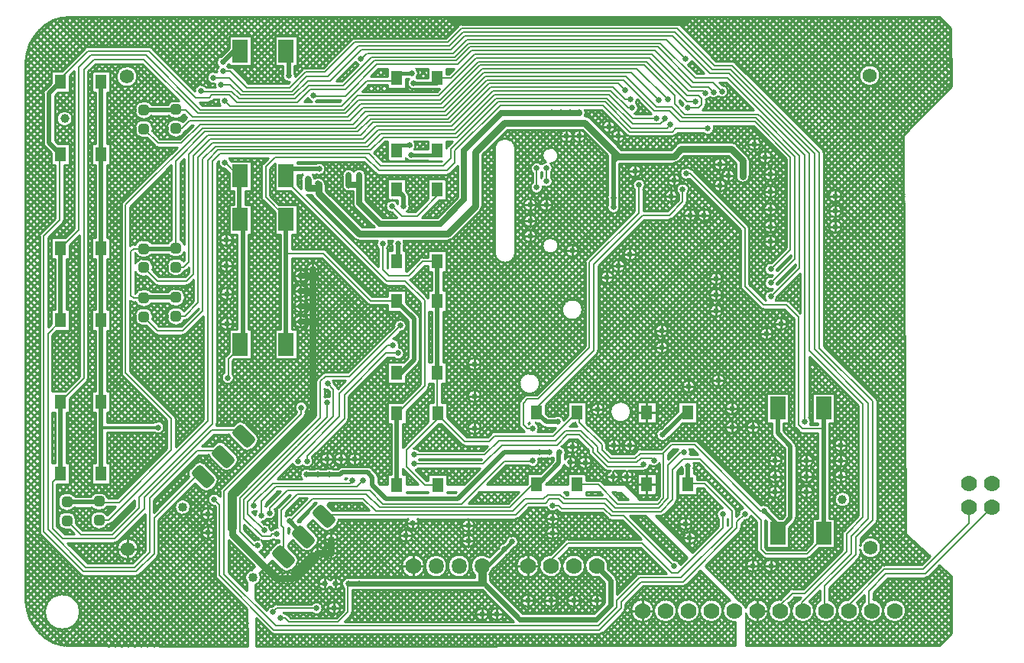
<source format=gtl>
G04*
G04 #@! TF.GenerationSoftware,Altium Limited,CircuitStudio,1.5.2 (30)*
G04*
G04 Layer_Physical_Order=1*
G04 Layer_Color=1513471*
%FSLAX25Y25*%
%MOIN*%
G70*
G01*
G75*
%ADD10C,0.01000*%
G04:AMPARAMS|DCode=11|XSize=47.24mil|YSize=47.24mil|CornerRadius=15.59mil|HoleSize=0mil|Usage=FLASHONLY|Rotation=270.000|XOffset=0mil|YOffset=0mil|HoleType=Round|Shape=RoundedRectangle|*
%AMROUNDEDRECTD11*
21,1,0.04724,0.01606,0,0,270.0*
21,1,0.01606,0.04724,0,0,270.0*
1,1,0.03118,-0.00803,-0.00803*
1,1,0.03118,-0.00803,0.00803*
1,1,0.03118,0.00803,0.00803*
1,1,0.03118,0.00803,-0.00803*
%
%ADD11ROUNDEDRECTD11*%
%ADD12R,0.05118X0.06299*%
%ADD13R,0.06693X0.09843*%
G04:AMPARAMS|DCode=14|XSize=100mil|YSize=60mil|CornerRadius=15mil|HoleSize=0mil|Usage=FLASHONLY|Rotation=315.000|XOffset=0mil|YOffset=0mil|HoleType=Round|Shape=RoundedRectangle|*
%AMROUNDEDRECTD14*
21,1,0.10000,0.03000,0,0,315.0*
21,1,0.07000,0.06000,0,0,315.0*
1,1,0.03000,0.01414,-0.03536*
1,1,0.03000,-0.03536,0.01414*
1,1,0.03000,-0.01414,0.03536*
1,1,0.03000,0.03536,-0.01414*
%
%ADD14ROUNDEDRECTD14*%
%ADD15C,0.03937*%
%ADD16C,0.00800*%
%ADD17C,0.02000*%
%ADD18C,0.03000*%
%ADD19C,0.01800*%
%ADD20C,0.02600*%
%ADD21C,0.01200*%
%ADD22C,0.02200*%
%ADD23C,0.04000*%
%ADD24C,0.03600*%
%ADD25C,0.04000*%
%ADD26C,0.07000*%
%ADD27C,0.06200*%
%ADD28O,0.06500X0.07000*%
%ADD29C,0.02500*%
D10*
X3152456Y1753757D02*
G03*
X3153800Y1753200I1343J1343D01*
G01*
X3152454Y1753759D02*
G03*
X3153800Y1753200I1346J1341D01*
G01*
X3183927Y1733914D02*
G03*
X3181238Y1735849I-2627J-814D01*
G01*
X3185200Y1724500D02*
G03*
X3186546Y1725059I0J1900D01*
G01*
X3185200Y1724500D02*
G03*
X3186543Y1725056I0J1900D01*
G01*
X3166235Y1730000D02*
G03*
X3164891Y1729444I0J-1900D01*
G01*
X3166235Y1730000D02*
G03*
X3164888Y1729441I0J-1900D01*
G01*
X3156200Y1727035D02*
G03*
X3155438Y1728874I-2600J0D01*
G01*
X3152260Y1732052D02*
G03*
X3152402Y1733234I-4858J1182D01*
G01*
X3142402D02*
G03*
X3132402Y1733241I-5000J0D01*
G01*
X3156200Y1727035D02*
G03*
X3155438Y1728874I-2600J0D01*
G01*
X3152402Y1733234D02*
G03*
X3148583Y1728375I-5000J0D01*
G01*
X3132402Y1733227D02*
G03*
X3142402Y1733234I5000J7D01*
G01*
X3130854Y1757059D02*
G03*
X3132200Y1756500I1346J1341D01*
G01*
X3130857Y1757056D02*
G03*
X3132200Y1756500I1343J1343D01*
G01*
X3125100Y1758800D02*
G03*
X3125673Y1758888I0J1900D01*
G01*
D02*
G03*
X3130201Y1757712I2627J812D01*
G01*
X3125100Y1758800D02*
G03*
X3125673Y1758888I0J1900D01*
G01*
X3130950Y1754000D02*
G03*
X3130950Y1754000I-2750J0D01*
G01*
X3112100Y1753700D02*
G03*
X3113446Y1754259I0J1900D01*
G01*
X3112100Y1753700D02*
G03*
X3113444Y1754256I0J1900D01*
G01*
X3134900Y1745000D02*
G03*
X3133554Y1744441I0J-1900D01*
G01*
X3134900Y1745000D02*
G03*
X3133557Y1744444I0J-1900D01*
G01*
X3130950Y1747700D02*
G03*
X3130950Y1747700I-2750J0D01*
G01*
X3127346Y1738234D02*
G03*
X3132402Y1733227I55J-5000D01*
G01*
Y1733241D02*
G03*
X3131093Y1736606I-5000J-7D01*
G01*
X3113350Y1743800D02*
G03*
X3107954Y1744548I-2750J0D01*
G01*
X3111348Y1741154D02*
G03*
X3113350Y1743800I-748J2646D01*
G01*
X3106552Y1743146D02*
G03*
X3104654Y1741248I748J-2646D01*
G01*
X3108048Y1737854D02*
G03*
X3109946Y1739752I-748J2646D01*
G01*
X3122402Y1733234D02*
G03*
X3122402Y1733234I-5000J0D01*
G01*
X3100702Y1729567D02*
G03*
X3102004Y1731810I-3300J3416D01*
G01*
X3205445Y1718335D02*
G03*
X3202402Y1713734I1957J-4601D01*
G01*
D02*
G03*
X3192402Y1713734I-5000J0D01*
G01*
D02*
G03*
X3182402Y1713734I-5000J0D01*
G01*
D02*
G03*
X3172402Y1713741I-5000J0D01*
G01*
X3182402Y1713734D02*
G03*
X3192402Y1713734I5000J0D01*
G01*
X3172402Y1713741D02*
G03*
X3172402Y1713727I-5000J-7D01*
G01*
X3150150Y1718100D02*
G03*
X3150150Y1718100I-2750J0D01*
G01*
X3159443Y1713457D02*
G03*
X3160000Y1714800I-1343J1343D01*
G01*
X3159441Y1713454D02*
G03*
X3160000Y1714800I-1341J1346D01*
G01*
X3202402Y1713734D02*
G03*
X3208000Y1708770I5000J0D01*
G01*
X3192402Y1713734D02*
G03*
X3202402Y1713734I5000J0D01*
G01*
X3172402Y1713727D02*
G03*
X3182402Y1713734I5000J7D01*
G01*
X3148700Y1703500D02*
G03*
X3150046Y1704059I0J1900D01*
G01*
X3148700Y1703500D02*
G03*
X3150043Y1704057I0J1900D01*
G01*
X3140150Y1718100D02*
G03*
X3140150Y1718100I-2750J0D01*
G01*
X3130150D02*
G03*
X3130150Y1718100I-2750J0D01*
G01*
X3120150D02*
G03*
X3120150Y1718100I-2750J0D01*
G01*
X3106750Y1712200D02*
G03*
X3106750Y1712200I-2750J0D01*
G01*
X3100250D02*
G03*
X3100250Y1712200I-2750J0D01*
G01*
X3094150Y1750900D02*
G03*
X3094150Y1750900I-2750J0D01*
G01*
X3070050Y1751900D02*
G03*
X3069379Y1753700I-2750J0D01*
G01*
X3065221D02*
G03*
X3070050Y1751900I2079J-1800D01*
G01*
X3067050Y1746500D02*
G03*
X3067050Y1746500I-2750J0D01*
G01*
X3094150Y1744200D02*
G03*
X3094150Y1744200I-2750J0D01*
G01*
X3100495Y1737089D02*
G03*
X3092652Y1733484I-3093J-3605D01*
G01*
X3092152D02*
G03*
X3082652Y1733484I-4750J0D01*
G01*
X3092652Y1732984D02*
G03*
X3094102Y1729567I4750J0D01*
G01*
X3082652Y1732984D02*
G03*
X3092152Y1732984I4750J0D01*
G01*
X3082152Y1733484D02*
G03*
X3072652Y1733484I-4750J0D01*
G01*
Y1732984D02*
G03*
X3082152Y1732984I4750J0D01*
G01*
X3072402Y1733234D02*
G03*
X3072402Y1733234I-5000J0D01*
G01*
X3034167Y1751334D02*
G03*
X3035045Y1753455I-2121J2121D01*
G01*
X3027803Y1749213D02*
G03*
X3032045Y1749213I2121J2121D01*
G01*
X3034450Y1745000D02*
G03*
X3034450Y1745000I-2750J0D01*
G01*
X3026204Y1744614D02*
G03*
X3025326Y1746736I-3000J0D01*
G01*
X3034450Y1739000D02*
G03*
X3034450Y1739000I-2750J0D01*
G01*
X3044796Y1728100D02*
G03*
X3043004Y1728100I-896J-2600D01*
G01*
X3025326Y1742493D02*
G03*
X3026204Y1744614I-2121J2121D01*
G01*
X3028450Y1739000D02*
G03*
X3023971Y1741139I-2750J0D01*
G01*
X3018962Y1740372D02*
G03*
X3023204Y1740372I2121J2121D01*
G01*
X3023561Y1740729D02*
G03*
X3028450Y1739000I2139J-1729D01*
G01*
X3017363Y1735773D02*
G03*
X3016485Y1737895I-3000J0D01*
G01*
Y1733652D02*
G03*
X3017363Y1735773I-2121J2121D01*
G01*
X3010121Y1731531D02*
G03*
X3014363Y1731531I2121J2121D01*
G01*
X3001059Y1728270D02*
G03*
X3000481Y1730197I-3500J0D01*
G01*
X3001059Y1728270D02*
G03*
X3000481Y1730197I-3500J0D01*
G01*
X3043004Y1722900D02*
G03*
X3044796Y1722900I896J2600D01*
G01*
X3039996Y1728100D02*
G03*
X3037100Y1723613I-896J-2600D01*
G01*
X3040341Y1711854D02*
G03*
X3040900Y1713200I-1341J1346D01*
G01*
X3040343Y1711856D02*
G03*
X3040900Y1713200I-1343J1343D01*
G01*
X3036350Y1725600D02*
G03*
X3031200Y1726943I-2750J0D01*
G01*
Y1724257D02*
G03*
X3036350Y1725600I2400J1343D01*
G01*
X3031200Y1726943D02*
G03*
X3031200Y1724257I-2400J-1343D01*
G01*
X3035650Y1714900D02*
G03*
X3035650Y1714900I-2750J0D01*
G01*
X3027950Y1714800D02*
G03*
X3023212Y1716700I-2750J0D01*
G01*
X3015350Y1727900D02*
G03*
X3015350Y1727900I-2750J0D01*
G01*
X2998586Y1724924D02*
G03*
X3001059Y1728270I-1027J3346D01*
G01*
X2998586Y1724924D02*
G03*
X3001059Y1728270I-1027J3346D01*
G01*
X3008000Y1716700D02*
G03*
X3006656Y1716143I0J-1900D01*
G01*
X3008000Y1716700D02*
G03*
X3006654Y1716141I0J-1900D01*
G01*
X3006362Y1715849D02*
G03*
X3003630Y1713757I-62J-2749D01*
G01*
X3023212Y1712900D02*
G03*
X3027950Y1714800I1988J1900D01*
G01*
X3012746Y1711841D02*
G03*
X3011490Y1712398I-1346J-1341D01*
G01*
D02*
G03*
X3010843Y1712900I-1990J-1898D01*
G01*
X3012744Y1711843D02*
G03*
X3011490Y1712398I-1343J-1343D01*
G01*
X3005354Y1704059D02*
G03*
X3006700Y1703500I1346J1341D01*
G01*
X3005356Y1704057D02*
G03*
X3006700Y1703500I1343J1343D01*
G01*
X3271146Y1947334D02*
G03*
X3271146Y1947334I-4600J0D01*
G01*
X3207946Y1952941D02*
G03*
X3206600Y1953500I-1346J-1341D01*
G01*
X3207943Y1952943D02*
G03*
X3206600Y1953500I-1343J-1343D01*
G01*
X3218950Y1917400D02*
G03*
X3218950Y1917400I-2750J0D01*
G01*
X3208321Y1917321D02*
G03*
X3206200Y1918200I-2121J-2121D01*
G01*
X3208323Y1917320D02*
G03*
X3206200Y1918200I-2122J-2120D01*
G01*
X3246600Y1913500D02*
G03*
X3246041Y1914846I-1900J0D01*
G01*
X3246600Y1913500D02*
G03*
X3246043Y1914844I-1900J0D01*
G01*
X3223750Y1911600D02*
G03*
X3223750Y1911600I-2750J0D01*
G01*
X3214200Y1910200D02*
G03*
X3213320Y1912322I-3000J0D01*
G01*
X3214200Y1910200D02*
G03*
X3213321Y1912321I-3000J0D01*
G01*
X3225950Y1904200D02*
G03*
X3225950Y1904200I-2750J0D01*
G01*
X3208200Y1903400D02*
G03*
X3214200Y1903400I3000J0D01*
G01*
X3204850Y1940400D02*
G03*
X3202038Y1943149I-2750J0D01*
G01*
X3200528Y1938143D02*
G03*
X3204850Y1940400I1571J2257D01*
G01*
X3198750Y1924100D02*
G03*
X3198520Y1925200I-2750J0D01*
G01*
X3196928Y1937743D02*
G03*
X3200528Y1938143I1571J2257D01*
G01*
X3195100Y1936857D02*
G03*
X3196928Y1937743I-200J2743D01*
G01*
X3194012Y1922200D02*
G03*
X3198750Y1924100I1988J1900D01*
G01*
X3187335Y1951952D02*
G03*
X3188848Y1953465I-1035J2548D01*
G01*
X3184046Y1969141D02*
G03*
X3182700Y1969700I-1346J-1341D01*
G01*
X3184044Y1969143D02*
G03*
X3182700Y1969700I-1343J-1343D01*
G01*
X3194541Y1933154D02*
G03*
X3195100Y1934500I-1341J1346D01*
G01*
X3185172Y1934841D02*
G03*
X3184813Y1934274I2128J-1741D01*
G01*
X3194543Y1933157D02*
G03*
X3195100Y1934500I-1343J1343D01*
G01*
X3180600Y1920800D02*
G03*
X3181946Y1921359I0J1900D01*
G01*
X3180600Y1920800D02*
G03*
X3181944Y1921357I0J1900D01*
G01*
X3207650Y1903600D02*
G03*
X3207650Y1903600I-2750J0D01*
G01*
X3204050Y1908600D02*
G03*
X3204050Y1908600I-2750J0D01*
G01*
X3203950Y1899300D02*
G03*
X3203950Y1899300I-2750J0D01*
G01*
X3184300Y1918200D02*
G03*
X3182179Y1917321I0J-3000D01*
G01*
X3184300Y1918200D02*
G03*
X3182178Y1917320I0J-3000D01*
G01*
X3181100Y1909000D02*
G03*
X3183221Y1909879I0J3000D01*
G01*
X3181100Y1909000D02*
G03*
X3183223Y1909880I0J3000D01*
G01*
X3189643Y1905844D02*
G03*
X3188498Y1906390I-1343J-1343D01*
G01*
D02*
G03*
X3187950Y1902163I-1998J-1890D01*
G01*
X3189646Y1905841D02*
G03*
X3188498Y1906390I-1346J-1341D01*
G01*
X3183950Y1901600D02*
G03*
X3183950Y1901600I-2750J0D01*
G01*
X3254250Y1894697D02*
G03*
X3254250Y1894697I-2750J0D01*
G01*
Y1888100D02*
G03*
X3254250Y1888100I-2750J0D01*
G01*
Y1881261D02*
G03*
X3254250Y1881261I-2750J0D01*
G01*
X3225950Y1896600D02*
G03*
X3225950Y1896600I-2750J0D01*
G01*
Y1889000D02*
G03*
X3225950Y1889000I-2750J0D01*
G01*
Y1881400D02*
G03*
X3225950Y1881400I-2750J0D01*
G01*
X3226075Y1862162D02*
G03*
X3226150Y1862800I-2675J638D01*
G01*
X3225950Y1874800D02*
G03*
X3225950Y1874800I-2750J0D01*
G01*
X3223462Y1865549D02*
G03*
X3224038Y1860125I-62J-2749D01*
G01*
X3231443Y1848544D02*
G03*
X3230100Y1849100I-1343J-1343D01*
G01*
X3231446Y1848541D02*
G03*
X3230100Y1849100I-1346J-1341D01*
G01*
X3226075Y1856162D02*
G03*
X3226150Y1856800I-2675J638D01*
G01*
X3223462Y1859549D02*
G03*
X3224038Y1854125I-62J-2749D01*
G01*
X3225562Y1849100D02*
G03*
X3226150Y1850800I-2162J1700D01*
G01*
X3223462Y1853549D02*
G03*
X3221238Y1849100I-62J-2749D01*
G01*
X3230550Y1838900D02*
G03*
X3230550Y1838900I-2750J0D01*
G01*
X3197050Y1886400D02*
G03*
X3197050Y1886400I-2750J0D01*
G01*
X3214000Y1880700D02*
G03*
X3213441Y1882046I-1900J0D01*
G01*
X3214000Y1880700D02*
G03*
X3213443Y1882043I-1900J0D01*
G01*
X3187750Y1897600D02*
G03*
X3183100Y1895612I-2750J0D01*
G01*
X3186900D02*
G03*
X3187750Y1897600I-1900J1988D01*
G01*
X3182650Y1894700D02*
G03*
X3182650Y1894700I-2750J0D01*
G01*
X3186344Y1890857D02*
G03*
X3186900Y1892200I-1343J1343D01*
G01*
X3186341Y1890854D02*
G03*
X3186900Y1892200I-1341J1346D01*
G01*
X3190950Y1886400D02*
G03*
X3190950Y1886400I-2750J0D01*
G01*
X3179100Y1884400D02*
G03*
X3180444Y1884957I0J1900D01*
G01*
X3179100Y1884400D02*
G03*
X3180446Y1884959I0J1900D01*
G01*
X3202250Y1858600D02*
G03*
X3202250Y1858600I-2750J0D01*
G01*
X3210200Y1855400D02*
G03*
X3210759Y1854054I1900J0D01*
G01*
X3210200Y1855400D02*
G03*
X3210757Y1854057I1900J0D01*
G01*
X3224250Y1834600D02*
G03*
X3224250Y1834600I-2750J0D01*
G01*
X3218954Y1845859D02*
G03*
X3220300Y1845300I1346J1341D01*
G01*
X3218956Y1845856D02*
G03*
X3220300Y1845300I1343J1343D01*
G01*
X3202250Y1851600D02*
G03*
X3202250Y1851600I-2750J0D01*
G01*
Y1844600D02*
G03*
X3202250Y1844600I-2750J0D01*
G01*
X3178550Y1836000D02*
G03*
X3178550Y1836000I-2750J0D01*
G01*
Y1828600D02*
G03*
X3178550Y1828600I-2750J0D01*
G01*
X3164541Y1935307D02*
G03*
X3165047Y1936766I-2241J1594D01*
G01*
X3165650Y1933100D02*
G03*
X3164541Y1935307I-2750J0D01*
G01*
X3164046Y1930600D02*
G03*
X3165650Y1933100I-1146J2500D01*
G01*
X3160454Y1921359D02*
G03*
X3161800Y1920800I1346J1341D01*
G01*
X3160456Y1921357D02*
G03*
X3161800Y1920800I1343J1343D01*
G01*
X3155550Y1924900D02*
G03*
X3155550Y1924900I-2750J0D01*
G01*
X3142459Y1931930D02*
G03*
X3142322Y1932300I-2641J-766D01*
G01*
X3142618Y1931000D02*
G03*
X3142459Y1931930I-2800J0D01*
G01*
X3144421Y1928821D02*
G03*
X3142300Y1929700I-2121J-2121D01*
G01*
X3144423Y1928820D02*
G03*
X3142300Y1929700I-2122J-2120D01*
G01*
X3142298Y1929700D02*
G03*
X3142618Y1931000I-2480J1300D01*
G01*
X3159650Y1920900D02*
G03*
X3159650Y1920900I-2750J0D01*
G01*
X3166850Y1905600D02*
G03*
X3166850Y1905600I-2750J0D01*
G01*
X3142650Y1920800D02*
G03*
X3142650Y1920800I-2750J0D01*
G01*
X3137050D02*
G03*
X3137050Y1920800I-2750J0D01*
G01*
X3127407Y1908873D02*
G03*
X3130769Y1912370I-138J3497D01*
G01*
D02*
G03*
X3125231Y1909525I-3500J0D01*
G01*
X3127500Y1904812D02*
G03*
X3128350Y1906800I-1900J1988D01*
G01*
X3125231Y1909525D02*
G03*
X3123450Y1908515I369J-2725D01*
G01*
X3128350Y1906800D02*
G03*
X3127407Y1908873I-2750J0D01*
G01*
X3128350Y1901206D02*
G03*
X3127500Y1903194I-2750J0D01*
G01*
X3123450Y1905085D02*
G03*
X3123700Y1904812I2150J1715D01*
G01*
Y1903194D02*
G03*
X3123200Y1902549I1900J-1988D01*
G01*
Y1904812D02*
G03*
X3123450Y1905085I-1900J1988D01*
G01*
Y1908515D02*
G03*
X3119400Y1904812I-2150J-1715D01*
G01*
X3088400Y1969700D02*
G03*
X3087054Y1969141I0J-1900D01*
G01*
X3088400Y1969700D02*
G03*
X3087057Y1969143I0J-1900D01*
G01*
X3069650Y1948300D02*
G03*
X3068788Y1950300I-2750J0D01*
G01*
X3068907Y1946420D02*
G03*
X3069650Y1948300I-2007J1880D01*
G01*
X3065593Y1945880D02*
G03*
X3068862Y1941557I2007J-1880D01*
G01*
X3068195Y1918059D02*
G03*
X3067916Y1918500I-2453J-1243D01*
G01*
X3082509Y1916496D02*
G03*
X3082017Y1915651I1341J-1346D01*
G01*
X3082507Y1916493D02*
G03*
X3082017Y1915651I1343J-1343D01*
G01*
X3068195Y1915574D02*
G03*
X3068542Y1916817I-2053J1243D01*
G01*
D02*
G03*
X3068195Y1918059I-2400J0D01*
G01*
X3067879Y1915086D02*
G03*
X3068195Y1915574I-2137J1731D01*
G01*
X3064301Y1911074D02*
G03*
X3067872Y1910286I2228J1612D01*
G01*
X3082050Y1903850D02*
G03*
X3083393Y1904407I0J1900D01*
G01*
X3082050Y1903850D02*
G03*
X3083396Y1904409I0J1900D01*
G01*
X3168650Y1899500D02*
G03*
X3164000Y1897512I-2750J0D01*
G01*
X3167800D02*
G03*
X3168650Y1899500I-1900J1988D01*
G01*
X3157550Y1893900D02*
G03*
X3157300Y1895046I-2750J0D01*
G01*
Y1892754D02*
G03*
X3157550Y1893900I-2500J1146D01*
G01*
X3152300Y1895046D02*
G03*
X3152300Y1892754I2500J-1146D01*
G01*
X3124012Y1898961D02*
G03*
X3128350Y1901206I1588J2245D01*
G01*
X3128150Y1890900D02*
G03*
X3128150Y1890900I-2750J0D01*
G01*
X3157550Y1889900D02*
G03*
X3157300Y1891046I-2750J0D01*
G01*
X3152300D02*
G03*
X3157550Y1889900I2500J-1146D01*
G01*
X3124050Y1898506D02*
G03*
X3124012Y1898961I-2750J0D01*
G01*
X3119400Y1900494D02*
G03*
X3124050Y1898506I1900J-1988D01*
G01*
X3121150Y1890900D02*
G03*
X3121150Y1890900I-2750J0D01*
G01*
Y1883900D02*
G03*
X3121150Y1883900I-2750J0D01*
G01*
X3121128Y1877214D02*
G03*
X3121128Y1877214I-2750J0D01*
G01*
X3164750Y1869200D02*
G03*
X3164750Y1869200I-2750J0D01*
G01*
X3159750Y1864200D02*
G03*
X3159750Y1864200I-2750J0D01*
G01*
X3142959Y1867146D02*
G03*
X3142400Y1865800I1341J-1346D01*
G01*
X3142957Y1867143D02*
G03*
X3142400Y1865800I1343J-1343D01*
G01*
X3154750Y1859200D02*
G03*
X3154750Y1859200I-2750J0D01*
G01*
X3147541Y1825918D02*
G03*
X3148100Y1827265I-1341J1346D01*
G01*
X3147544Y1825921D02*
G03*
X3148100Y1827265I-1343J1343D01*
G01*
X3139550Y1870800D02*
G03*
X3139550Y1870800I-2750J0D01*
G01*
X3130769Y1873000D02*
G03*
X3130769Y1873000I-3500J0D01*
G01*
X3141300Y1845100D02*
G03*
X3141300Y1845100I-4500J0D01*
G01*
X3096621Y1888179D02*
G03*
X3097500Y1890300I-2121J2121D01*
G01*
X3096620Y1888177D02*
G03*
X3097500Y1890300I-2120J2122D01*
G01*
X3082400Y1875200D02*
G03*
X3084522Y1876080I0J3000D01*
G01*
X3082400Y1875200D02*
G03*
X3084521Y1876079I0J3000D01*
G01*
X3065950Y1890200D02*
G03*
X3065700Y1891346I-2750J0D01*
G01*
Y1894600D02*
G03*
X3064968Y1896368I-2500J0D01*
G01*
X3065700Y1894600D02*
G03*
X3064968Y1896368I-2500J0D01*
G01*
X3064708Y1887900D02*
G03*
X3065950Y1890200I-1508J2300D01*
G01*
X3071700Y1868050D02*
G03*
X3070357Y1867493I0J-1900D01*
G01*
X3071700Y1868050D02*
G03*
X3070354Y1867491I0J-1900D01*
G01*
X3066102Y1858085D02*
G03*
X3066746Y1858509I-702J1765D01*
G01*
X3066102Y1858085D02*
G03*
X3066743Y1858507I-702J1765D01*
G01*
X3096850Y1821400D02*
G03*
X3096850Y1821400I-2750J0D01*
G01*
X3070300Y1841200D02*
G03*
X3069568Y1842968I-2500J0D01*
G01*
X3070300Y1841200D02*
G03*
X3069568Y1842968I-2500J0D01*
G01*
Y1821432D02*
G03*
X3070300Y1823200I-1768J1768D01*
G01*
X3069568Y1821432D02*
G03*
X3070300Y1823200I-1768J1768D01*
G01*
X3269900Y1805100D02*
G03*
X3269344Y1806443I-1900J0D01*
G01*
X3269900Y1805100D02*
G03*
X3269341Y1806446I-1900J0D01*
G01*
X3256650Y1786000D02*
G03*
X3256650Y1786000I-2750J0D01*
G01*
X3240950Y1796200D02*
G03*
X3240100Y1798188I-2750J0D01*
G01*
X3240674Y1795000D02*
G03*
X3240950Y1796200I-2474J1200D01*
G01*
X3258168Y1762300D02*
G03*
X3258168Y1762300I-3469J0D01*
G01*
X3256650Y1779200D02*
G03*
X3256650Y1779200I-2750J0D01*
G01*
Y1772400D02*
G03*
X3256650Y1772400I-2750J0D01*
G01*
X3235754Y1791759D02*
G03*
X3237100Y1791200I1346J1341D01*
G01*
X3233500Y1794800D02*
G03*
X3234059Y1793454I1900J0D01*
G01*
X3235757Y1791756D02*
G03*
X3237100Y1791200I1343J1343D01*
G01*
X3234400Y1785600D02*
G03*
X3233668Y1787368I-2500J0D01*
G01*
X3234400Y1785600D02*
G03*
X3233668Y1787368I-2500J0D01*
G01*
X3233500Y1794800D02*
G03*
X3234056Y1793456I1900J0D01*
G01*
X3223902Y1791098D02*
G03*
X3224634Y1789331I2500J0D01*
G01*
X3223902Y1791098D02*
G03*
X3224634Y1789331I2500J0D01*
G01*
X3218350Y1793800D02*
G03*
X3218350Y1793800I-2750J0D01*
G01*
X3241750Y1779200D02*
G03*
X3241750Y1779200I-2750J0D01*
G01*
Y1772400D02*
G03*
X3241750Y1772400I-2750J0D01*
G01*
Y1765600D02*
G03*
X3241750Y1765600I-2750J0D01*
G01*
X3228050Y1779200D02*
G03*
X3228050Y1779200I-2750J0D01*
G01*
Y1772400D02*
G03*
X3228050Y1772400I-2750J0D01*
G01*
Y1765600D02*
G03*
X3228050Y1765600I-2750J0D01*
G01*
X3269341Y1752054D02*
G03*
X3269900Y1753400I-1341J1346D01*
G01*
X3269344Y1752057D02*
G03*
X3269900Y1753400I-1343J1343D01*
G01*
X3271506Y1741234D02*
G03*
X3262400Y1742159I-4600J0D01*
G01*
Y1740309D02*
G03*
X3271506Y1741234I4506J925D01*
G01*
X3272900Y1733800D02*
G03*
X3271556Y1733244I0J-1900D01*
G01*
X3290721Y1728000D02*
G03*
X3292065Y1728556I0J1900D01*
G01*
X3290721Y1728000D02*
G03*
X3292067Y1728559I0J1900D01*
G01*
X3272900Y1733800D02*
G03*
X3271554Y1733241I0J-1900D01*
G01*
X3255059Y1748646D02*
G03*
X3254500Y1747300I1341J-1346D01*
G01*
X3255056Y1748643D02*
G03*
X3254500Y1747300I1343J-1343D01*
G01*
X3261843Y1736757D02*
G03*
X3262400Y1738100I-1343J1343D01*
G01*
X3261841Y1736754D02*
G03*
X3262400Y1738100I-1341J1346D01*
G01*
X3272401Y1713734D02*
G03*
X3282402Y1713734I5000J0D01*
G01*
D02*
G03*
X3272401Y1713734I-5000J0D01*
G01*
D02*
G03*
X3268100Y1718685I-5000J0D01*
G01*
X3264300Y1717656D02*
G03*
X3272401Y1713734I3102J-3922D01*
G01*
X3257033Y1718720D02*
G03*
X3252402Y1713741I368J-4986D01*
G01*
X3262402Y1713734D02*
G03*
X3260947Y1717260I-5000J0D01*
G01*
X3252402Y1713741D02*
G03*
X3248801Y1718534I-5000J-7D01*
G01*
X3245002Y1718120D02*
G03*
X3242402Y1713734I2400J-4386D01*
G01*
X3252402Y1713727D02*
G03*
X3262402Y1713734I5000J7D01*
G01*
X3242402D02*
G03*
X3252402Y1713727I5000J0D01*
G01*
X3233668Y1752332D02*
G03*
X3234400Y1754100I-1768J1768D01*
G01*
X3233668Y1752332D02*
G03*
X3234400Y1754100I-1768J1768D01*
G01*
X3239187Y1736600D02*
G03*
X3240534Y1737159I0J1900D01*
G01*
X3239187Y1736600D02*
G03*
X3240531Y1737156I0J1900D01*
G01*
X3226150Y1733400D02*
G03*
X3226150Y1733400I-2750J0D01*
G01*
X3223046Y1758048D02*
G03*
X3219142Y1759745I-2646J-748D01*
G01*
X3212041Y1753155D02*
G03*
X3214802Y1755011I158J2745D01*
G01*
X3219854Y1737159D02*
G03*
X3221200Y1736600I1346J1341D01*
G01*
X3219857Y1737156D02*
G03*
X3221200Y1736600I1343J1343D01*
G01*
X3217200Y1740600D02*
G03*
X3217759Y1739254I1900J0D01*
G01*
X3217200Y1740600D02*
G03*
X3217757Y1739256I1900J0D01*
G01*
X3218250Y1733400D02*
G03*
X3218250Y1733400I-2750J0D01*
G01*
X3235561Y1718548D02*
G03*
X3235345Y1718291I1341J-1346D01*
G01*
X3232800Y1723300D02*
G03*
X3231454Y1722741I0J-1900D01*
G01*
X3242402Y1713734D02*
G03*
X3240238Y1717851I-5000J0D01*
G01*
X3232402Y1713734D02*
G03*
X3242402Y1713734I5000J0D01*
G01*
X3235558Y1718545D02*
G03*
X3235345Y1718291I1343J-1343D01*
G01*
D02*
G03*
X3232402Y1713734I2056J-4558D01*
G01*
X3232800Y1723300D02*
G03*
X3231456Y1722743I0J-1900D01*
G01*
X3227447Y1718734D02*
G03*
X3222401Y1713734I-45J-5000D01*
G01*
D02*
G03*
X3212600Y1715129I-5000J0D01*
G01*
X3232402Y1713734D02*
G03*
X3231141Y1717053I-5000J0D01*
G01*
X3222401Y1713734D02*
G03*
X3232402Y1713734I5000J0D01*
G01*
X3212600Y1712339D02*
G03*
X3222401Y1713734I4802J1395D01*
G01*
X3203350Y1814200D02*
G03*
X3203350Y1814200I-2750J0D01*
G01*
X3190350Y1811600D02*
G03*
X3190350Y1811600I-2750J0D01*
G01*
X3209150Y1802000D02*
G03*
X3209150Y1802000I-2750J0D01*
G01*
X3162400Y1800500D02*
G03*
X3162400Y1800500I-4500J0D01*
G01*
X3150550Y1801600D02*
G03*
X3150550Y1801600I-2750J0D01*
G01*
X3209150Y1793800D02*
G03*
X3209150Y1793800I-2750J0D01*
G01*
X3191446Y1787441D02*
G03*
X3190100Y1788000I-1346J-1341D01*
G01*
X3191443Y1787444D02*
G03*
X3190100Y1788000I-1343J-1343D01*
G01*
X3180100D02*
G03*
X3178757Y1787444I0J-1900D01*
G01*
X3180100Y1788000D02*
G03*
X3178754Y1787441I0J-1900D01*
G01*
X3175394Y1793129D02*
G03*
X3178708Y1789373I806J-2629D01*
G01*
X3164650Y1785900D02*
G03*
X3164650Y1785900I-2750J0D01*
G01*
X3138114Y1795671D02*
G03*
X3138656Y1794556I1886J229D01*
G01*
X3138114Y1795671D02*
G03*
X3138659Y1794554I1886J229D01*
G01*
X3157650Y1785900D02*
G03*
X3157650Y1785900I-2750J0D01*
G01*
X3151700Y1786100D02*
G03*
X3151143Y1787444I-1900J0D01*
G01*
X3151700Y1786100D02*
G03*
X3151141Y1787446I-1900J0D01*
G01*
X3139550Y1785200D02*
G03*
X3139550Y1785200I-2750J0D01*
G01*
X3133027Y1797014D02*
G03*
X3129057Y1798600I-2627J-814D01*
G01*
X3122700Y1812900D02*
G03*
X3122700Y1812900I-4500J0D01*
G01*
X3117300Y1808000D02*
G03*
X3115956Y1807443I0J-1900D01*
G01*
X3117300Y1808000D02*
G03*
X3115954Y1807441I0J-1900D01*
G01*
X3114159Y1805646D02*
G03*
X3113600Y1804300I1341J-1346D01*
G01*
X3114157Y1805643D02*
G03*
X3113600Y1804300I1343J-1343D01*
G01*
X3073743Y1810405D02*
G03*
X3074300Y1811748I-1343J1343D01*
G01*
X3096850Y1807400D02*
G03*
X3096850Y1807400I-2750J0D01*
G01*
X3073741Y1810402D02*
G03*
X3074300Y1811748I-1341J1346D01*
G01*
X3118107Y1795671D02*
G03*
X3117704Y1795383I1393J-2371D01*
G01*
X3122250Y1793300D02*
G03*
X3120893Y1795671I-2750J0D01*
G01*
X3123632Y1794332D02*
G03*
X3125400Y1793600I1768J1768D01*
G01*
X3123632Y1794332D02*
G03*
X3125400Y1793600I1768J1768D01*
G01*
X3121805Y1791800D02*
G03*
X3122250Y1793300I-2305J1500D01*
G01*
X3113600Y1794900D02*
G03*
X3114157Y1793557I1900J0D01*
G01*
X3113600Y1794900D02*
G03*
X3114159Y1793554I1900J0D01*
G01*
X3102900Y1791800D02*
G03*
X3101557Y1791244I0J-1900D01*
G01*
X3102900Y1791800D02*
G03*
X3101554Y1791241I0J-1900D01*
G01*
X3096850Y1793400D02*
G03*
X3096850Y1793400I-2750J0D01*
G01*
X3088664Y1786256D02*
G03*
X3090007Y1785700I1343J1343D01*
G01*
X3088661Y1786259D02*
G03*
X3090007Y1785700I1346J1341D01*
G01*
X3190050Y1777000D02*
G03*
X3189820Y1778100I-2750J0D01*
G01*
X3189800Y1775854D02*
G03*
X3190050Y1777000I-2500J1146D01*
G01*
X3188350Y1782900D02*
G03*
X3188023Y1784200I-2750J0D01*
G01*
X3188162Y1781900D02*
G03*
X3188350Y1782900I-2562J1000D01*
G01*
X3184580Y1776593D02*
G03*
X3184800Y1775854I2720J407D01*
G01*
X3195846Y1770441D02*
G03*
X3194500Y1771000I-1346J-1341D01*
G01*
X3195844Y1770444D02*
G03*
X3194500Y1771000I-1343J-1343D01*
G01*
X3170735Y1777212D02*
G03*
X3174800Y1778057I1665J2189D01*
G01*
X3166400Y1784300D02*
G03*
X3165056Y1783743I0J-1900D01*
G01*
X3166400Y1784300D02*
G03*
X3165054Y1783741I0J-1900D01*
G01*
X3167471Y1774801D02*
G03*
X3170735Y1777212I529J2699D01*
G01*
X3163350Y1772200D02*
G03*
X3161496Y1774800I-2750J0D01*
G01*
X3202366Y1758547D02*
G03*
X3200600Y1753812I134J-2747D01*
G01*
X3211311Y1758502D02*
G03*
X3209450Y1755937I889J-2602D01*
G01*
X3208300Y1757200D02*
G03*
X3207743Y1758544I-1900J0D01*
G01*
X3208300Y1757200D02*
G03*
X3207741Y1758546I-1900J0D01*
G01*
X3211906Y1715905D02*
G03*
X3209640Y1718205I-4504J-2171D01*
G01*
X3210041Y1748554D02*
G03*
X3210600Y1749900I-1341J1346D01*
G01*
X3210043Y1748557D02*
G03*
X3210600Y1749900I-1343J1343D01*
G01*
X3181944Y1760856D02*
G03*
X3182500Y1762200I-1343J1343D01*
G01*
X3181941Y1760854D02*
G03*
X3182500Y1762200I-1341J1346D01*
G01*
X3175400Y1755100D02*
G03*
X3176746Y1755659I0J1900D01*
G01*
X3175400Y1755100D02*
G03*
X3176744Y1755656I0J1900D01*
G01*
X3188850Y1751700D02*
G03*
X3188850Y1751700I-2750J0D01*
G01*
X3190750Y1745500D02*
G03*
X3190750Y1745500I-2750J0D01*
G01*
X3143900Y1783000D02*
G03*
X3144456Y1781656I1900J0D01*
G01*
X3143900Y1783000D02*
G03*
X3144459Y1781654I1900J0D01*
G01*
X3150754Y1775359D02*
G03*
X3152100Y1774800I1346J1341D01*
G01*
X3150756Y1775356D02*
G03*
X3152100Y1774800I1343J1343D01*
G01*
X3145150Y1778400D02*
G03*
X3145150Y1778400I-2750J0D01*
G01*
X3138650Y1778500D02*
G03*
X3133500Y1779843I-2750J0D01*
G01*
X3133392Y1777372D02*
G03*
X3138650Y1778500I2508J1128D01*
G01*
X3133500Y1781150D02*
G03*
X3134050Y1782800I-2200J1650D01*
G01*
D02*
G03*
X3132189Y1785402I-2750J0D01*
G01*
X3125754Y1780300D02*
G03*
X3128500Y1780563I1146J2500D01*
G01*
X3122068Y1780084D02*
G03*
X3123646Y1780300I432J2716D01*
G01*
X3069888Y1783700D02*
G03*
X3067732Y1784545I-1988J-1900D01*
G01*
X3122250Y1779100D02*
G03*
X3122068Y1780084I-2750J0D01*
G01*
X3132768Y1776332D02*
G03*
X3133392Y1777372I-1768J1768D01*
G01*
X3132768Y1776332D02*
G03*
X3133392Y1777372I-1768J1768D01*
G01*
X3117612Y1777100D02*
G03*
X3122250Y1779100I1887J2000D01*
G01*
X3068613Y1775119D02*
G03*
X3069988Y1775900I-613J2681D01*
G01*
X3157150Y1772200D02*
G03*
X3155296Y1774800I-2750J0D01*
G01*
X3159704D02*
G03*
X3163350Y1772200I896J-2600D01*
G01*
X3153504Y1774800D02*
G03*
X3157150Y1772200I896J-2600D01*
G01*
X3149446Y1770141D02*
G03*
X3148100Y1770700I-1346J-1341D01*
G01*
X3149443Y1770144D02*
G03*
X3148100Y1770700I-1343J-1343D01*
G01*
X3041900Y1963700D02*
G03*
X3040557Y1963144I0J-1900D01*
G01*
X3041900Y1963700D02*
G03*
X3040554Y1963141I0J-1900D01*
G01*
X3042280Y1953293D02*
G03*
X3043426Y1952163I2420J1307D01*
G01*
X3020400Y1950700D02*
G03*
X3019057Y1950143I0J-1900D01*
G01*
X3020400Y1950700D02*
G03*
X3019054Y1950141I0J-1900D01*
G01*
X3024896Y1935900D02*
G03*
X3025887Y1936500I-896J2600D01*
G01*
X3021452Y1937465D02*
G03*
X3023104Y1935900I2548J1035D01*
G01*
X3051106Y1904407D02*
G03*
X3052450Y1903850I1343J1343D01*
G01*
X3051104Y1904409D02*
G03*
X3052450Y1903850I1346J1341D01*
G01*
X3046700Y1903500D02*
G03*
X3046646Y1904047I-2800J0D01*
G01*
D02*
G03*
X3041600Y1905408I-2746J-147D01*
G01*
D02*
G03*
X3036615Y1904494I-2300J-1508D01*
G01*
X3029150Y1906500D02*
G03*
X3025254Y1909000I-2750J0D01*
G01*
Y1904000D02*
G03*
X3029150Y1906500I1146J2500D01*
G01*
X3036615Y1904494D02*
G03*
X3036500Y1903700I2685J-794D01*
G01*
X3028221Y1901921D02*
G03*
X3026999Y1902662I-2121J-2121D01*
G01*
D02*
G03*
X3024383Y1902324I-999J-2562D01*
G01*
X3029200Y1899700D02*
G03*
X3028320Y1901822I-3000J0D01*
G01*
X3029200Y1899700D02*
G03*
X3028321Y1901821I-3000J0D01*
G01*
X3024383Y1902324D02*
G03*
X3023636Y1904000I-2983J-324D01*
G01*
X3019164D02*
G03*
X3018400Y1902000I2236J-2000D01*
G01*
X3015950Y1947200D02*
G03*
X3015700Y1948346I-2750J0D01*
G01*
X3010700D02*
G03*
X3013368Y1944455I2500J-1146D01*
G01*
X2989046Y1950441D02*
G03*
X2987700Y1951000I-1346J-1341D01*
G01*
X2989043Y1950443D02*
G03*
X2987700Y1951000I-1343J-1343D01*
G01*
X2986336Y1951147D02*
G03*
X2986978Y1952142I-1936J1953D01*
G01*
X2983442Y1955678D02*
G03*
X2982564Y1951053I958J-2578D01*
G01*
Y1951053D02*
G03*
X2981794Y1948609I1936J-1953D01*
G01*
X3001756Y1908843D02*
G03*
X3001200Y1907500I1343J-1343D01*
G01*
X3001759Y1908846D02*
G03*
X3001200Y1907500I1341J-1346D01*
G01*
X2980960Y1943630D02*
G03*
X2981180Y1942300I2740J-230D01*
G01*
X2982669Y1936900D02*
G03*
X2983221Y1934300I2631J-800D01*
G01*
X2978400Y1935700D02*
G03*
X2979746Y1936259I0J1900D01*
G01*
X2978400Y1935700D02*
G03*
X2979744Y1936256I0J1900D01*
G01*
X2981794Y1948609D02*
G03*
X2980960Y1943630I-1494J-2309D01*
G01*
X2976962Y1942300D02*
G03*
X2972053Y1940734I-2162J-1700D01*
G01*
X2987983Y1909905D02*
G03*
X2987188Y1911300I-2683J-605D01*
G01*
X2982625Y1909938D02*
G03*
X2985348Y1906550I2675J-638D01*
G01*
X3060700Y1891346D02*
G03*
X3058262Y1887451I-2500J-1146D01*
G01*
X3063550Y1873800D02*
G03*
X3063167Y1875200I-2750J0D01*
G01*
X3056900Y1873800D02*
G03*
X3056517Y1875200I-2750J0D01*
G01*
X3063300Y1872654D02*
G03*
X3063550Y1873800I-2500J1146D01*
G01*
X3058433Y1875200D02*
G03*
X3058300Y1872654I2367J-1400D01*
G01*
X3056050Y1871812D02*
G03*
X3056900Y1873800I-1900J1988D01*
G01*
X3051783Y1875200D02*
G03*
X3052250Y1871812I2367J-1400D01*
G01*
X3036568Y1898988D02*
G03*
X3040446Y1896800I2732J313D01*
G01*
X3036500Y1899650D02*
G03*
X3036568Y1898988I2799J-50D01*
G01*
X3041100Y1891700D02*
G03*
X3041920Y1889720I2800J0D01*
G01*
X3041100Y1891700D02*
G03*
X3041920Y1889720I2800J0D01*
G01*
X3023261Y1895200D02*
G03*
X3024079Y1893679I2939J600D01*
G01*
X3021069Y1895118D02*
G03*
X3022168Y1895200I331J2982D01*
G01*
X3018400Y1898100D02*
G03*
X3018418Y1897769I3000J0D01*
G01*
X3023261Y1895200D02*
G03*
X3024080Y1893678I2939J600D01*
G01*
X3041679Y1876079D02*
G03*
X3043800Y1875200I2121J2121D01*
G01*
X3041677Y1876080D02*
G03*
X3043800Y1875200I2122J2120D01*
G01*
X3029543Y1870943D02*
G03*
X3028200Y1871500I-1343J-1343D01*
G01*
X3029546Y1870941D02*
G03*
X3028200Y1871500I-1346J-1341D01*
G01*
X3054556Y1856256D02*
G03*
X3055900Y1855700I1343J1343D01*
G01*
X3054554Y1856259D02*
G03*
X3055900Y1855700I1346J1341D01*
G01*
X3047472Y1847641D02*
G03*
X3048818Y1847082I1346J1341D01*
G01*
X3047475Y1847638D02*
G03*
X3048818Y1847082I1343J1343D01*
G01*
X3026250Y1862800D02*
G03*
X3026250Y1862800I-2750J0D01*
G01*
Y1856200D02*
G03*
X3026250Y1856200I-2750J0D01*
G01*
Y1849600D02*
G03*
X3026250Y1849600I-2750J0D01*
G01*
X3001200Y1894100D02*
G03*
X3001756Y1892756I1900J0D01*
G01*
X3001200Y1894100D02*
G03*
X3001759Y1892754I1900J0D01*
G01*
X2988650Y1875500D02*
G03*
X2988650Y1875500I-2750J0D01*
G01*
X3021050Y1859800D02*
G03*
X3021050Y1859800I-2750J0D01*
G01*
Y1853200D02*
G03*
X3021050Y1853200I-2750J0D01*
G01*
X2988758Y1864273D02*
G03*
X2988758Y1864273I-2750J0D01*
G01*
X2988850Y1852000D02*
G03*
X2988850Y1852000I-2750J0D01*
G01*
X2953446Y1959341D02*
G03*
X2952100Y1959900I-1346J-1341D01*
G01*
X2953444Y1959344D02*
G03*
X2952100Y1959900I-1343J-1343D01*
G01*
X2964705Y1928572D02*
G03*
X2967399Y1930182I0J3059D01*
G01*
X2965269Y1936243D02*
G03*
X2964705Y1936296I-565J-3007D01*
G01*
X2966900Y1927167D02*
G03*
X2964705Y1928096I-2195J-2130D01*
G01*
X2963098Y1936296D02*
G03*
X2960431Y1934734I0J-3059D01*
G01*
X2953250D02*
G03*
X2950705Y1936096I-2545J-1697D01*
G01*
X2960698Y1929734D02*
G03*
X2963098Y1928572I2400J1897D01*
G01*
X2950705Y1928372D02*
G03*
X2953250Y1929734I0J3059D01*
G01*
X2947141Y1946834D02*
G03*
X2947141Y1946834I-4600J0D01*
G01*
X2949098Y1936096D02*
G03*
X2946039Y1933037I0J-3059D01*
G01*
Y1931431D02*
G03*
X2949098Y1928372I3059J0D01*
G01*
X2967640Y1922570D02*
G03*
X2967882Y1922775I-1105J1546D01*
G01*
X2967640Y1922570D02*
G03*
X2967879Y1922772I-1105J1546D01*
G01*
X2964705Y1920372D02*
G03*
X2967640Y1922570I0J3059D01*
G01*
X2963098Y1928096D02*
G03*
X2960039Y1925037I0J-3059D01*
G01*
Y1923431D02*
G03*
X2963098Y1920372I3059J0D01*
G01*
X2953764Y1924837D02*
G03*
X2950705Y1927896I-3059J0D01*
G01*
X2949098D02*
G03*
X2946039Y1924837I0J-3059D01*
G01*
X2953744Y1922879D02*
G03*
X2953764Y1923231I-3039J352D01*
G01*
X2946039D02*
G03*
X2949098Y1920172I3059J0D01*
G01*
X2950705D02*
G03*
X2951056Y1920192I0J3059D01*
G01*
X2954773Y1916476D02*
G03*
X2956119Y1915916I1346J1341D01*
G01*
X2954775Y1916473D02*
G03*
X2956119Y1915916I1343J1343D01*
G01*
X2925600Y1959900D02*
G03*
X2924257Y1959344I0J-1900D01*
G01*
X2925600Y1959900D02*
G03*
X2924254Y1959341I0J-1900D01*
G01*
X2906832Y1941306D02*
G03*
X2906100Y1939539I1768J-1768D01*
G01*
X2906832Y1941306D02*
G03*
X2906100Y1939539I1768J-1768D01*
G01*
X2918848Y1928446D02*
G03*
X2918848Y1928446I-3469J0D01*
G01*
X2906100Y1917929D02*
G03*
X2906832Y1916161I2500J0D01*
G01*
X2906100Y1917929D02*
G03*
X2906832Y1916161I2500J0D01*
G01*
X2967600Y1873725D02*
G03*
X2965802Y1875593I-2895J-988D01*
G01*
X2964705Y1868072D02*
G03*
X2967600Y1870143I0J3059D01*
G01*
X2960698Y1869234D02*
G03*
X2963098Y1868072I2400J1897D01*
G01*
X2967142Y1866386D02*
G03*
X2964705Y1867596I-2437J-1849D01*
G01*
X2953250Y1874234D02*
G03*
X2950705Y1875596I-2545J-1697D01*
G01*
X2940656Y1892143D02*
G03*
X2940100Y1890800I1343J-1343D01*
G01*
X2940659Y1892146D02*
G03*
X2940100Y1890800I1341J-1346D01*
G01*
X2962002Y1875593D02*
G03*
X2960431Y1874234I1097J-2856D01*
G01*
X2950705Y1867872D02*
G03*
X2953250Y1869234I0J3059D01*
G01*
X2949098Y1875596D02*
G03*
X2946243Y1873634I0J-3059D01*
G01*
X2945434D02*
G03*
X2944088Y1873075I0J-1900D01*
G01*
X2945434Y1873634D02*
G03*
X2944090Y1873077I0J-1900D01*
G01*
X2946250Y1869815D02*
G03*
X2949098Y1867872I2848J1115D01*
G01*
Y1867396D02*
G03*
X2946250Y1865453I0J-3059D01*
G01*
X2967576Y1861876D02*
G03*
X2968521Y1862390I-399J1858D01*
G01*
X2967576Y1861876D02*
G03*
X2968523Y1862393I-399J1858D01*
G01*
X2964705Y1859872D02*
G03*
X2967576Y1861876I0J3059D01*
G01*
X2963098Y1867596D02*
G03*
X2960039Y1864537I0J-3059D01*
G01*
Y1862931D02*
G03*
X2963098Y1859872I3059J0D01*
G01*
X2968504Y1855680D02*
G03*
X2969847Y1856237I0J1900D01*
G01*
X2968504Y1855680D02*
G03*
X2969850Y1856240I0J1900D01*
G01*
X2967764Y1851237D02*
G03*
X2964705Y1854296I-3059J0D01*
G01*
Y1846572D02*
G03*
X2967764Y1849631I0J3059D01*
G01*
X2963098Y1854296D02*
G03*
X2960553Y1852934I0J-3059D01*
G01*
Y1847934D02*
G03*
X2963098Y1846572I2545J1697D01*
G01*
X2953744Y1862379D02*
G03*
X2953764Y1862731I-3039J352D01*
G01*
Y1864337D02*
G03*
X2950705Y1867396I-3059J0D01*
G01*
X2946250Y1861615D02*
G03*
X2949098Y1859672I2848J1115D01*
G01*
X2950705D02*
G03*
X2951056Y1859692I0J3059D01*
G01*
X2954512Y1856237D02*
G03*
X2955855Y1855680I1343J1343D01*
G01*
X2954509Y1856240D02*
G03*
X2955855Y1855680I1346J1341D01*
G01*
X2950705Y1846372D02*
G03*
X2953373Y1847934I0J3059D01*
G01*
X2953105Y1852934D02*
G03*
X2950705Y1854096I-2400J-1897D01*
G01*
X2949098D02*
G03*
X2946250Y1852152I0J-3059D01*
G01*
X2946243Y1848334D02*
G03*
X2949098Y1846372I2856J1097D01*
G01*
X2944070Y1848893D02*
G03*
X2945416Y1848334I1346J1341D01*
G01*
X2944073Y1848890D02*
G03*
X2945416Y1848334I1343J1343D01*
G01*
X2914544Y1882756D02*
G03*
X2915100Y1884100I-1343J1343D01*
G01*
X2914541Y1882754D02*
G03*
X2915100Y1884100I-1341J1346D01*
G01*
X2904959Y1878546D02*
G03*
X2904400Y1877200I1341J-1346D01*
G01*
X2904956Y1878543D02*
G03*
X2904400Y1877200I1343J-1343D01*
G01*
X3064550Y1838100D02*
G03*
X3059051Y1838038I-2750J0D01*
G01*
X3061738Y1835351D02*
G03*
X3064550Y1838100I62J2749D01*
G01*
X3061300Y1828804D02*
G03*
X3061450Y1829700I-2600J896D01*
G01*
X3063550Y1826100D02*
G03*
X3061300Y1828804I-2750J0D01*
G01*
X3061450Y1829700D02*
G03*
X3058834Y1832447I-2750J0D01*
G01*
X3058812Y1824200D02*
G03*
X3063550Y1826100I1988J1900D01*
G01*
X3026250Y1843000D02*
G03*
X3026250Y1843000I-2750J0D01*
G01*
X3029100Y1817900D02*
G03*
X3027757Y1817344I0J-1900D01*
G01*
X3029100Y1817900D02*
G03*
X3027754Y1817341I0J-1900D01*
G01*
X3026250Y1836400D02*
G03*
X3026250Y1836400I-2750J0D01*
G01*
X3034549Y1810636D02*
G03*
X3034041Y1811546I-1849J-436D01*
G01*
X3034549Y1810636D02*
G03*
X3034044Y1811543I-1849J-436D01*
G01*
X3032850Y1812800D02*
G03*
X3032523Y1814100I-2750J0D01*
G01*
X3028800Y1810377D02*
G03*
X3030162Y1810051I1300J2423D01*
G01*
X3025557Y1815144D02*
G03*
X3025000Y1813800I1343J-1343D01*
G01*
X3025559Y1815146D02*
G03*
X3025000Y1813800I1341J-1346D01*
G01*
X3030800Y1807099D02*
G03*
X3028800Y1807020I-900J-2599D01*
G01*
X3038744Y1796357D02*
G03*
X3039300Y1797700I-1343J1343D01*
G01*
X3038741Y1796354D02*
G03*
X3039300Y1797700I-1341J1346D01*
G01*
X3020500Y1800412D02*
G03*
X3021350Y1802400I-1900J1988D01*
G01*
X3019943Y1798256D02*
G03*
X3020500Y1799600I-1343J1343D01*
G01*
X3019941Y1798254D02*
G03*
X3020500Y1799600I-1341J1346D01*
G01*
X3021050Y1846600D02*
G03*
X3021050Y1846600I-2750J0D01*
G01*
Y1840000D02*
G03*
X3021050Y1840000I-2750J0D01*
G01*
X2988850Y1839000D02*
G03*
X2988850Y1839000I-2750J0D01*
G01*
X2985459Y1825047D02*
G03*
X2984900Y1823701I1341J-1346D01*
G01*
X2985456Y1825045D02*
G03*
X2984900Y1823701I1343J-1343D01*
G01*
X3021350Y1802400D02*
G03*
X3016700Y1800412I-2750J0D01*
G01*
X2984900Y1817562D02*
G03*
X2989350Y1815400I1700J-2162D01*
G01*
D02*
G03*
X2988700Y1817175I-2750J0D01*
G01*
X2994181Y1795562D02*
G03*
X2989939Y1795562I-2121J-2121D01*
G01*
X2981607Y1794520D02*
G03*
X2981800Y1795354I-1707J835D01*
G01*
X2981607Y1794520D02*
G03*
X2981800Y1795354I-1707J835D01*
G01*
X3000010Y1788491D02*
G03*
X2999131Y1790612I-3000J0D01*
G01*
Y1786370D02*
G03*
X3000010Y1788491I-2121J2121D01*
G01*
X2986999Y1790720D02*
G03*
X2987817Y1789198I2939J600D01*
G01*
X2985340Y1786721D02*
G03*
X2981097Y1786721I-2121J-2121D01*
G01*
X3063157Y1785344D02*
G03*
X3062842Y1784927I1343J-1343D01*
G01*
X3063159Y1785346D02*
G03*
X3062842Y1784927I1341J-1346D01*
G01*
X3044650Y1779800D02*
G03*
X3044650Y1779800I-2750J0D01*
G01*
X3038650Y1779900D02*
G03*
X3038650Y1779900I-2750J0D01*
G01*
X3062842Y1775617D02*
G03*
X3063159Y1775199I1658J927D01*
G01*
X3062842Y1775617D02*
G03*
X3063157Y1775201I1658J927D01*
G01*
X3052200Y1771900D02*
G03*
X3051468Y1773668I-2500J0D01*
G01*
X3049268Y1775868D02*
G03*
X3047500Y1776600I-1768J-1768D01*
G01*
X3049268Y1775868D02*
G03*
X3047500Y1776600I-1768J-1768D01*
G01*
X3036700D02*
G03*
X3034932Y1775868I0J-2500D01*
G01*
X3036700Y1776600D02*
G03*
X3034932Y1775868I0J-2500D01*
G01*
X3052200Y1771900D02*
G03*
X3051468Y1773668I-2500J0D01*
G01*
X3038480Y1771600D02*
G03*
X3038366Y1771291I2520J-1100D01*
G01*
X3032650Y1779900D02*
G03*
X3032650Y1779900I-2750J0D01*
G01*
X3023850Y1779000D02*
G03*
X3023183Y1780796I-2750J0D01*
G01*
X3019200Y1777012D02*
G03*
X3023850Y1779000I1900J1988D01*
G01*
X3014782Y1777895D02*
G03*
X3019200Y1777012I2518J1105D01*
G01*
X3032143Y1775600D02*
G03*
X3029457Y1775600I-1343J-2400D01*
G01*
X3027143D02*
G03*
X3024457Y1775600I-1343J-2400D01*
G01*
X3021946D02*
G03*
X3018728Y1771291I-1146J-2500D01*
G01*
X3025289Y1760800D02*
G03*
X3024974Y1760526I1807J-2395D01*
G01*
X3022853Y1758405D02*
G03*
X3022023Y1756823I2121J-2121D01*
G01*
X3017715Y1752515D02*
G03*
X3017352Y1752425I539J-2951D01*
G01*
X3013840Y1755568D02*
G03*
X3011743Y1755061I-454J-2712D01*
G01*
X3013622Y1749084D02*
G03*
X3013182Y1747982I2511J-1641D01*
G01*
X3008499Y1758924D02*
G03*
X3007943Y1757580I1343J-1343D01*
G01*
X3008502Y1758927D02*
G03*
X3007943Y1757580I1341J-1346D01*
G01*
X3007568Y1756399D02*
G03*
X3007050Y1758006I-2750J0D01*
G01*
X3003477Y1759808D02*
G03*
X3003081Y1759231I1341J-1346D01*
G01*
X3003610Y1753929D02*
G03*
X3007568Y1756399I1208J2471D01*
G01*
X3003475Y1759805D02*
G03*
X3003081Y1759231I1343J-1343D01*
G01*
X3001409Y1752478D02*
G03*
X3003610Y1753929I-228J2740D01*
G01*
X3007943Y1750887D02*
G03*
X3008259Y1749838I1900J0D01*
G01*
X3007943Y1750887D02*
G03*
X3008259Y1749838I1900J0D01*
G01*
D02*
G03*
X3006012Y1749000I-259J-2738D01*
G01*
X3006000D02*
G03*
X3005250Y1748846I0J-1900D01*
G01*
X3006429Y1744843D02*
G03*
X3008928Y1744511I1571J2257D01*
G01*
X3008874Y1743674D02*
G03*
X3007292Y1742844I539J-2951D01*
G01*
X3006000Y1749000D02*
G03*
X3005250Y1748846I0J-1900D01*
G01*
X3005100Y1744300D02*
G03*
X3006429Y1744843I0J1900D01*
G01*
X3005100Y1744300D02*
G03*
X3006429Y1744843I0J1900D01*
G01*
X3005250Y1748846D02*
G03*
X3002342Y1751545I-2750J-46D01*
G01*
X3005171Y1740723D02*
G03*
X3004341Y1739141I2121J-2121D01*
G01*
X2992767Y1784249D02*
G03*
X2997010Y1784249I2121J2121D01*
G01*
X2991169Y1779650D02*
G03*
X2990290Y1781771I-3000J0D01*
G01*
Y1777529D02*
G03*
X2991169Y1779650I-2121J2121D01*
G01*
X2997200Y1756927D02*
G03*
X2999099Y1757014I831J2621D01*
G01*
X2990459Y1764246D02*
G03*
X2989900Y1762900I1341J-1346D01*
G01*
X2990457Y1764244D02*
G03*
X2989900Y1762900I1343J-1343D01*
G01*
X2999099Y1757014D02*
G03*
X2998441Y1755446I2082J-1796D01*
G01*
X2989900Y1749650D02*
G03*
X2986900Y1749300I-1200J-2750D01*
G01*
X2983926Y1775407D02*
G03*
X2988169Y1775407I2121J2121D01*
G01*
X2983659Y1767346D02*
G03*
X2983100Y1766000I1341J-1346D01*
G01*
X2981449Y1768688D02*
G03*
X2982327Y1770809I-2121J2121D01*
G01*
D02*
G03*
X2981449Y1772930I-3000J0D01*
G01*
X2978210Y1781665D02*
G03*
X2978976Y1780357I2888J814D01*
G01*
X2976499Y1777880D02*
G03*
X2972256Y1777880I-2121J-2121D01*
G01*
X2983657Y1767344D02*
G03*
X2983100Y1766000I1343J-1343D01*
G01*
Y1763543D02*
G03*
X2980762Y1759451I-2400J-1343D01*
G01*
X2975085Y1766566D02*
G03*
X2979328Y1766566I2121J2121D01*
G01*
X2980550Y1755900D02*
G03*
X2980550Y1755900I-2750J0D01*
G01*
X3000114Y1744802D02*
G03*
X2998277Y1744511I-514J-2702D01*
G01*
X3002350Y1742100D02*
G03*
X3001241Y1744307I-2750J0D01*
G01*
X3000380Y1739463D02*
G03*
X3002350Y1742100I-780J2637D01*
G01*
X2996909Y1731709D02*
G03*
X2994924Y1725966I649J-3439D01*
G01*
X2996909Y1731709D02*
G03*
X2994924Y1725966I649J-3439D01*
G01*
X2980650Y1747800D02*
G03*
X2980650Y1747800I-2750J0D01*
G01*
X2981100Y1729100D02*
G03*
X2981659Y1727754I1900J0D01*
G01*
X2981100Y1729100D02*
G03*
X2981656Y1727757I1900J0D01*
G01*
X2967360Y1844556D02*
G03*
X2964705Y1846096I-2655J-1519D01*
G01*
X2967724Y1840334D02*
G03*
X2969071Y1840893I0J1900D01*
G01*
X2967724Y1840334D02*
G03*
X2969068Y1840890I0J1900D01*
G01*
X2963098Y1846096D02*
G03*
X2960039Y1843037I0J-3059D01*
G01*
Y1841431D02*
G03*
X2963098Y1838372I3059J0D01*
G01*
X2964705D02*
G03*
X2967560Y1840334I0J3059D01*
G01*
X2966929Y1834027D02*
G03*
X2968273Y1834583I0J1900D01*
G01*
X2966929Y1834027D02*
G03*
X2968275Y1834586I0J1900D01*
G01*
X2954562Y1834583D02*
G03*
X2955906Y1834027I1343J1343D01*
G01*
X2954559Y1834586D02*
G03*
X2955906Y1834027I1346J1341D01*
G01*
X2953764Y1842837D02*
G03*
X2950705Y1845896I-3059J0D01*
G01*
X2949098D02*
G03*
X2946039Y1842837I0J-3059D01*
G01*
X2953732Y1840788D02*
G03*
X2953764Y1841231I-3027J443D01*
G01*
X2946039D02*
G03*
X2949098Y1838172I3059J0D01*
G01*
X2963800Y1797600D02*
G03*
X2963241Y1798946I-1900J0D01*
G01*
X2963800Y1797600D02*
G03*
X2963243Y1798944I-1900J0D01*
G01*
X2940100Y1817500D02*
G03*
X2940656Y1816157I1900J0D01*
G01*
X2940100Y1817500D02*
G03*
X2940659Y1816154I1900J0D01*
G01*
X2954325Y1791600D02*
G03*
X2958850Y1793700I1775J2100D01*
G01*
D02*
G03*
X2954325Y1795800I-2750J0D01*
G01*
X2925141Y1813892D02*
G03*
X2925700Y1815239I-1341J1346D01*
G01*
X2925143Y1813895D02*
G03*
X2925700Y1815239I-1343J1343D01*
G01*
X2970135Y1775759D02*
G03*
X2969690Y1772083I2121J-2121D01*
G01*
X2970370Y1758959D02*
G03*
X2969345Y1761433I-3500J0D01*
G01*
D02*
G03*
X2964621Y1761640I-2475J-2475D01*
G01*
X2969345Y1761433D02*
G03*
X2964621Y1761640I-2475J-2475D01*
G01*
X2964395Y1756484D02*
G03*
X2970370Y1758959I2475J2475D01*
G01*
D02*
G03*
X2969345Y1761433I-3500J0D01*
G01*
X2964189Y1761208D02*
G03*
X2964395Y1756484I2682J-2249D01*
G01*
D02*
G03*
X2970370Y1758959I2475J2475D01*
G01*
X2964189Y1761208D02*
G03*
X2964395Y1756484I2682J-2249D01*
G01*
X2934191Y1762900D02*
G03*
X2931205Y1765296I-2986J-663D01*
G01*
X2929598D02*
G03*
X2926931Y1763734I0J-3059D01*
G01*
X2931205Y1757572D02*
G03*
X2933853Y1759100I0J3059D01*
G01*
X2927198Y1758734D02*
G03*
X2929598Y1757572I2400J1897D01*
G01*
X2933933Y1755420D02*
G03*
X2931205Y1757096I-2729J-1383D01*
G01*
X2929598D02*
G03*
X2926539Y1754037I0J-3059D01*
G01*
X2955741Y1737254D02*
G03*
X2956300Y1738600I-1341J1346D01*
G01*
X2955743Y1737256D02*
G03*
X2956300Y1738600I-1343J1343D01*
G01*
X2946600Y1728900D02*
G03*
X2947946Y1729459I0J1900D01*
G01*
X2946600Y1728900D02*
G03*
X2947943Y1729457I0J1900D01*
G01*
X2947502Y1740734D02*
G03*
X2947502Y1740734I-4600J0D01*
G01*
X2934600Y1751500D02*
G03*
X2935943Y1752057I0J1900D01*
G01*
X2934600Y1751500D02*
G03*
X2935946Y1752059I0J1900D01*
G01*
X2937200Y1743300D02*
G03*
X2938546Y1743859I0J1900D01*
G01*
X2937200Y1743300D02*
G03*
X2938544Y1743856I0J1900D01*
G01*
X2931205Y1749372D02*
G03*
X2934119Y1751500I0J3059D01*
G01*
X2926539Y1752431D02*
G03*
X2929598Y1749372I3059J0D01*
G01*
X2922284Y1729459D02*
G03*
X2923631Y1728900I1346J1341D01*
G01*
X2922287Y1729457D02*
G03*
X2923631Y1728900I1343J1343D01*
G01*
X2919750Y1763734D02*
G03*
X2917205Y1765096I-2545J-1697D01*
G01*
Y1757372D02*
G03*
X2919750Y1758734I0J3059D01*
G01*
X2920264Y1753837D02*
G03*
X2917205Y1756896I-3059J0D01*
G01*
X2920243Y1751879D02*
G03*
X2920264Y1752231I-3039J352D01*
G01*
X2915598Y1765096D02*
G03*
X2912539Y1762037I0J-3059D01*
G01*
Y1760431D02*
G03*
X2915598Y1757372I3059J0D01*
G01*
Y1756896D02*
G03*
X2912539Y1753837I0J-3059D01*
G01*
X2917205Y1749172D02*
G03*
X2917557Y1749192I0J3059D01*
G01*
X2922152Y1713234D02*
G03*
X2922152Y1713234I-7750J0D01*
G01*
X2912539Y1752231D02*
G03*
X2915598Y1749172I3059J0D01*
G01*
X2904400Y1748131D02*
G03*
X2904956Y1746787I1900J0D01*
G01*
X2904400Y1748131D02*
G03*
X2904959Y1746784I1900J0D01*
G01*
X3164236Y1752851D02*
X3166485Y1755100D01*
X3165650Y1751437D02*
X3168850Y1754637D01*
X3161987Y1755100D02*
X3168383D01*
X3162822Y1754265D02*
X3163657Y1755100D01*
X3169893Y1747194D02*
X3173110Y1750411D01*
X3171307Y1745780D02*
X3174530Y1749002D01*
X3167064Y1750022D02*
X3170270Y1753228D01*
X3168479Y1748608D02*
X3171690Y1751819D01*
X3155587Y1764000D02*
X3156988Y1765402D01*
X3156060Y1765403D02*
X3159163Y1762300D01*
X3154181Y1765406D02*
X3158000Y1765400D01*
X3154181Y1765406D02*
X3157287Y1762300D01*
X3158000Y1765400D02*
X3161125Y1762300D01*
X3159543D02*
X3160331Y1763088D01*
X3157001Y1762586D02*
X3158911Y1764496D01*
X3157287Y1762300D02*
X3161125D01*
X3168383Y1755100D02*
X3186822Y1736809D01*
X3166363Y1755100D02*
X3185738Y1735725D01*
X3161987Y1755100D02*
X3181238Y1735849D01*
X3163535Y1755100D02*
X3184324Y1734311D01*
X3175550Y1741537D02*
X3178790Y1744777D01*
X3176964Y1740123D02*
X3180209Y1743368D01*
X3172721Y1744366D02*
X3175950Y1747594D01*
X3174136Y1742951D02*
X3177370Y1746185D01*
X3156949Y1753200D02*
X3165149Y1745000D01*
X3158513Y1753200D02*
X3166713Y1745000D01*
X3154121Y1753200D02*
X3162321Y1745000D01*
X3156385D02*
X3161549Y1750164D01*
X3162042Y1745000D02*
X3164378Y1747335D01*
X3164870Y1745000D02*
X3165792Y1745921D01*
X3159214Y1745000D02*
X3162963Y1748750D01*
X3148798Y1765415D02*
X3149813Y1764400D01*
X3149713Y1756500D02*
X3152454Y1753759D01*
X3143032Y1764400D02*
X3149813D01*
X3132200Y1756500D02*
X3149713D01*
X3153800Y1753200D02*
X3158513D01*
X3147900Y1745000D02*
X3156100Y1753200D01*
X3144673Y1764400D02*
X3145693Y1765420D01*
X3144728Y1765422D02*
X3145749Y1764400D01*
X3143032Y1765425D02*
X3148798Y1765415D01*
X3143032Y1764400D02*
Y1765425D01*
X3147501Y1764400D02*
X3148516Y1765416D01*
X3147561Y1765417D02*
X3148578Y1764400D01*
X3129991Y1757531D02*
X3142522Y1745000D01*
X3145164Y1756500D02*
X3156664Y1745000D01*
X3147993Y1756500D02*
X3159493Y1745000D01*
X3142243D02*
X3151728Y1754485D01*
X3142336Y1756500D02*
X3153836Y1745000D01*
X3150728D02*
X3158721Y1752992D01*
X3153557Y1745000D02*
X3160135Y1751578D01*
X3134900Y1745000D02*
X3166713D01*
X3145071D02*
X3153330Y1753259D01*
X3136679Y1756500D02*
X3148179Y1745000D01*
X3139507Y1756500D02*
X3151007Y1745000D01*
X3136586D02*
X3148086Y1756500D01*
X3121707Y1735777D02*
X3142429Y1756500D01*
X3133851D02*
X3145351Y1745000D01*
X3139415D02*
X3150314Y1755899D01*
X3126973Y1738215D02*
X3145258Y1756500D01*
X3179793Y1737295D02*
X3183049Y1740551D01*
X3181207Y1735880D02*
X3184469Y1739143D01*
X3178378Y1738709D02*
X3181629Y1741960D01*
X3166513Y1741200D02*
X3177713Y1730000D01*
X3183222Y1735067D02*
X3185889Y1737734D01*
X3183927Y1733914D02*
X3186822Y1736809D01*
X3166235Y1730000D02*
X3177713D01*
X3166121Y1741200D02*
X3177321Y1730000D01*
X3166841D02*
X3172277Y1735436D01*
X3157636Y1741200D02*
X3168836Y1730000D01*
X3160464Y1741200D02*
X3171664Y1730000D01*
X3172498D02*
X3175105Y1732607D01*
X3175326Y1730000D02*
X3176520Y1731193D01*
X3169670Y1730000D02*
X3173691Y1734022D01*
X3163293Y1741200D02*
X3174493Y1730000D01*
X3156200Y1725016D02*
X3169449Y1738264D01*
X3156101Y1727745D02*
X3168034Y1739679D01*
X3156200Y1722187D02*
X3170863Y1736850D01*
X3186546Y1725059D02*
X3192582Y1731095D01*
X3167787Y1724500D02*
X3185200D01*
X3156200Y1720752D02*
X3164888Y1729441D01*
X3156200Y1725665D02*
X3158657Y1723209D01*
X3156200Y1722837D02*
X3157242Y1721795D01*
X3156200Y1720752D02*
Y1727035D01*
X3152343Y1732473D02*
X3161070Y1741200D01*
X3153506Y1730807D02*
X3163899Y1741200D01*
X3135687D02*
X3166513D01*
X3152069Y1735027D02*
X3158242Y1741200D01*
X3150960Y1736746D02*
X3155414Y1741200D01*
X3149261Y1737875D02*
X3152585Y1741200D01*
X3146322D02*
X3150043Y1737479D01*
X3146748Y1738191D02*
X3149757Y1741200D01*
X3143494D02*
X3146536Y1738158D01*
X3140665Y1741200D02*
X3144535Y1737330D01*
X3141630Y1735902D02*
X3146928Y1741200D01*
X3140246Y1737346D02*
X3144100Y1741200D01*
X3137837D02*
X3143158Y1735879D01*
X3154807Y1741200D02*
X3166020Y1729988D01*
X3154920Y1729392D02*
X3166620Y1741093D01*
X3151979Y1741200D02*
X3164313Y1728866D01*
X3149151Y1741200D02*
X3162899Y1727452D01*
X3152326Y1732368D02*
X3160071Y1724623D01*
X3152260Y1732052D02*
X3155438Y1728874D01*
X3151647Y1735876D02*
X3161485Y1726037D01*
X3142032Y1731348D02*
X3151000Y1722380D01*
X3137854Y1720812D02*
X3145609Y1728566D01*
X3148583Y1728375D02*
X3151000Y1725958D01*
X3147945Y1728263D02*
X3151000Y1725208D01*
X3139167Y1728556D02*
X3146916Y1720807D01*
X3133823Y1764864D02*
X3134397Y1765439D01*
X3133396Y1765440D02*
X3134436Y1764400D01*
X3133246Y1765441D02*
X3134913Y1765438D01*
X3133246Y1765441D02*
X3134287Y1764400D01*
X3134913D01*
Y1765438D01*
X3123065Y1758800D02*
X3126095Y1755770D01*
X3130201Y1757712D02*
X3130854Y1757059D01*
X3128519Y1756731D02*
X3128779Y1756992D01*
X3117987Y1758800D02*
X3125100D01*
X3127671Y1757023D02*
X3127955Y1756739D01*
X3130341Y1755726D02*
X3131328Y1756712D01*
X3130946Y1747845D02*
X3139601Y1756500D01*
X3130028Y1749755D02*
X3136773Y1756500D01*
X3130894Y1753450D02*
X3133944Y1756500D01*
X3130939Y1753755D02*
X3139694Y1745000D01*
X3128200Y1754000D02*
X3130450D01*
X3114869Y1755682D02*
X3129832Y1740719D01*
X3128200Y1754000D02*
Y1756250D01*
X3120237Y1758800D02*
X3125487Y1753550D01*
X3117698Y1758511D02*
X3126416Y1749793D01*
X3116284Y1757097D02*
X3125459Y1747921D01*
X3125950Y1754000D02*
X3128200D01*
Y1751750D02*
Y1754000D01*
X3113455Y1754268D02*
X3128418Y1739305D01*
X3107898Y1765482D02*
X3110797Y1762584D01*
X3105065Y1765487D02*
X3109382Y1761169D01*
X3096288Y1765501D02*
X3113685Y1765472D01*
X3104203Y1760700D02*
X3108983Y1765480D01*
X3110731Y1765477D02*
X3112211Y1763998D01*
X3113446Y1754259D02*
X3117987Y1758800D01*
X3107031Y1760700D02*
X3111807Y1765476D01*
X3108913Y1760700D02*
X3113685Y1765472D01*
X3099399Y1765496D02*
X3104195Y1760700D01*
X3102232Y1765491D02*
X3107023Y1760700D01*
X3095718D02*
X3100512Y1765494D01*
X3096566Y1765500D02*
X3101366Y1760700D01*
X3098546D02*
X3103336Y1765490D01*
X3101374Y1760700D02*
X3106159Y1765485D01*
X3095012Y1764226D02*
X3098538Y1760700D01*
X3112181Y1746050D02*
X3124930Y1758800D01*
X3113297Y1744338D02*
X3126543Y1757584D01*
X3109701Y1746399D02*
X3122102Y1758800D01*
X3098563Y1738090D02*
X3119274Y1758800D01*
X3111195Y1753700D02*
X3126709Y1738186D01*
X3108366Y1753700D02*
X3124655Y1737412D01*
X3105538Y1753700D02*
X3123237Y1736001D01*
X3100702Y1728914D02*
X3125468Y1753681D01*
X3102710Y1753700D02*
X3109940Y1746470D01*
X3095467Y1737822D02*
X3111345Y1753700D01*
X3099881D02*
X3108290Y1745292D01*
X3097053Y1753700D02*
X3107079Y1743673D01*
X3094224Y1753700D02*
X3105419Y1742506D01*
X3130918Y1748119D02*
X3134179Y1744858D01*
X3129970Y1751895D02*
X3136865Y1745000D01*
X3130293Y1745916D02*
X3132661Y1743548D01*
X3135348Y1740861D02*
X3138012Y1738196D01*
X3128421Y1744959D02*
X3131247Y1742134D01*
X3127346Y1738234D02*
X3133554Y1744441D01*
X3127875Y1750431D02*
X3128750Y1751306D01*
X3128200Y1747700D02*
Y1749950D01*
X3127750Y1751287D02*
X3128619Y1750418D01*
X3128200Y1747700D02*
X3130450D01*
X3128200Y1745450D02*
Y1747700D01*
X3125950D02*
X3128200D01*
X3138235Y1738164D02*
X3141272Y1741200D01*
X3134655Y1737412D02*
X3138443Y1741200D01*
X3133934Y1739447D02*
X3135516Y1737864D01*
X3131093Y1736606D02*
X3135687Y1741200D01*
X3132519Y1738032D02*
X3133824Y1736727D01*
X3132123Y1734880D02*
X3133223Y1735980D01*
X3126384Y1720655D02*
X3134734Y1729005D01*
X3130169Y1729069D02*
X3138732Y1720506D01*
X3131105Y1736618D02*
X3132724Y1734999D01*
X3118405Y1738132D02*
X3126145Y1745872D01*
X3120363Y1737262D02*
X3128055Y1744954D01*
X3122089Y1731492D02*
X3123631Y1729950D01*
X3119311Y1728613D02*
X3127092Y1720833D01*
X3113270Y1743140D02*
X3118248Y1738162D01*
X3115134Y1737690D02*
X3125469Y1748025D01*
X3112091Y1741490D02*
X3115660Y1737921D01*
X3112902Y1733234D02*
X3117402D01*
X3110473Y1740279D02*
X3113925Y1736827D01*
X3109306Y1738619D02*
X3112781Y1735144D01*
X3106552Y1743146D02*
X3107954Y1744548D01*
X3106401Y1743099D02*
X3108001Y1744699D01*
X3100438Y1737136D02*
X3104701Y1741399D01*
X3109946Y1739752D02*
X3111348Y1741154D01*
X3100495Y1737089D02*
X3104654Y1741248D01*
X3117402Y1733234D02*
Y1737734D01*
Y1733234D02*
X3121902D01*
X3101146Y1726531D02*
X3126474Y1751859D01*
X3117402Y1728734D02*
Y1733234D01*
X3118022Y1720779D02*
X3125756Y1728513D01*
X3106803Y1720874D02*
X3114858Y1728929D01*
X3103402Y1733208D02*
X3116092Y1720519D01*
X3107645Y1737451D02*
X3112434Y1732661D01*
X3103975Y1723702D02*
X3112503Y1732231D01*
X3102004Y1731810D02*
X3108048Y1737854D01*
X3102560Y1725116D02*
X3112945Y1735501D01*
X3105389Y1722288D02*
X3113373Y1730272D01*
X3100702Y1726975D02*
Y1729567D01*
X3192582Y1731095D02*
X3205445Y1718335D01*
X3191475Y1729988D02*
X3204034Y1717430D01*
X3188647Y1727160D02*
X3197083Y1718724D01*
X3186627Y1718674D02*
X3195828Y1727874D01*
X3197969Y1718702D02*
X3201508Y1722240D01*
X3200063Y1717967D02*
X3202928Y1720832D01*
X3189187Y1718404D02*
X3197248Y1726466D01*
X3190908Y1717298D02*
X3198668Y1725057D01*
X3182821Y1724500D02*
X3188781Y1718540D01*
X3187233Y1725746D02*
X3194909Y1718069D01*
X3179993Y1724500D02*
X3185969Y1718524D01*
X3180185Y1717888D02*
X3192989Y1730692D01*
X3178147Y1718678D02*
X3183969Y1724500D01*
X3177164D02*
X3184140Y1717524D01*
X3171507Y1724500D02*
X3177275Y1718732D01*
X3174279Y1717639D02*
X3181140Y1724500D01*
X3190061Y1728574D02*
X3202844Y1715791D01*
X3192040Y1715601D02*
X3200088Y1723649D01*
X3185606Y1724544D02*
X3193408Y1716742D01*
X3181590Y1716465D02*
X3194408Y1729283D01*
X3201509Y1716585D02*
X3204348Y1719423D01*
X3192207Y1715114D02*
X3192517Y1714804D01*
X3174336Y1724500D02*
X3182908Y1715928D01*
X3171008Y1717197D02*
X3178312Y1724500D01*
X3172112Y1715410D02*
X3172556Y1714966D01*
X3172096Y1715456D02*
X3173496Y1716856D01*
X3169330Y1718347D02*
X3175483Y1724500D01*
X3168679D02*
X3175039Y1718140D01*
X3140895Y1729657D02*
X3151000Y1719552D01*
X3166859Y1718704D02*
X3172655Y1724500D01*
X3163990Y1720703D02*
X3166125Y1718568D01*
X3165405Y1722118D02*
X3169078Y1718444D01*
X3150043Y1718859D02*
X3151000Y1719816D01*
X3162576Y1719289D02*
X3164250Y1717616D01*
X3145986Y1720459D02*
X3151000Y1725473D01*
Y1717377D02*
Y1725958D01*
X3139609Y1719738D02*
X3148163Y1728292D01*
X3140045Y1717345D02*
X3149829Y1727130D01*
X3148814Y1720458D02*
X3151000Y1722644D01*
X3150107Y1717616D02*
X3150673Y1717050D01*
X3147400Y1718100D02*
X3149650D01*
X3166819Y1723532D02*
X3173495Y1716855D01*
X3160000Y1716713D02*
X3167787Y1724500D01*
X3159995Y1714669D02*
X3169826Y1724500D01*
X3161162Y1717875D02*
X3162976Y1716061D01*
X3167402Y1713734D02*
Y1718234D01*
X3160000Y1716208D02*
X3162402Y1713806D01*
X3146696Y1698541D02*
X3162431Y1714276D01*
X3149018Y1715877D02*
X3149259Y1715636D01*
X3160000Y1714800D02*
Y1716713D01*
X3146223Y1712600D02*
X3151000Y1717377D01*
X3146596Y1715470D02*
X3147845Y1714222D01*
X3201736Y1711242D02*
X3208000Y1704978D01*
X3200410Y1709740D02*
X3208000Y1702150D01*
X3198471Y1708850D02*
X3208000Y1699321D01*
X3207061Y1708746D02*
X3208000Y1707806D01*
Y1698600D02*
Y1708770D01*
X3203319Y1698595D02*
X3208000Y1703277D01*
X3200488Y1698593D02*
X3208000Y1706105D01*
X3201600Y1711019D02*
X3202678Y1712096D01*
X3192192Y1712301D02*
X3192868Y1711625D01*
X3206150Y1698598D02*
X3208000Y1700448D01*
X3195292Y1709200D02*
X3205895Y1698598D01*
X3191192Y1710473D02*
X3203069Y1698595D01*
X3189595Y1709241D02*
X3200243Y1698593D01*
X3191994Y1698585D02*
X3203740Y1710330D01*
X3181808Y1711371D02*
X3194592Y1698587D01*
X3189163Y1698582D02*
X3200116Y1709535D01*
X3197657Y1698590D02*
X3207818Y1708751D01*
X3194826Y1698587D02*
X3205393Y1709155D01*
X3187272Y1708735D02*
X3197418Y1698590D01*
X3186332Y1698579D02*
X3196558Y1708805D01*
X3183501Y1698577D02*
X3194551Y1709626D01*
X3180670Y1698574D02*
X3193169Y1711073D01*
X3180523Y1709828D02*
X3191766Y1698585D01*
X3175008Y1698569D02*
X3185535Y1709096D01*
X3178634Y1708888D02*
X3188940Y1698582D01*
X3177839Y1698571D02*
X3188043Y1708775D01*
X3175639Y1709055D02*
X3186115Y1698579D01*
X3172236Y1712458D02*
X3172723Y1711971D01*
X3169345Y1698563D02*
X3182731Y1711949D01*
X3159662Y1713718D02*
X3174812Y1698568D01*
X3158269Y1712282D02*
X3171986Y1698566D01*
X3171283Y1710582D02*
X3183289Y1698576D01*
X3172177Y1698566D02*
X3183838Y1710227D01*
X3169729Y1709308D02*
X3180463Y1698574D01*
X3167474Y1708734D02*
X3177638Y1698571D01*
X3167402Y1713734D02*
X3171902D01*
X3167402Y1709234D02*
Y1713734D01*
X3162902D02*
X3167402D01*
X3150046Y1704059D02*
X3159441Y1713454D01*
X3156855Y1710868D02*
X3169160Y1698563D01*
X3163683Y1698558D02*
X3174671Y1709545D01*
X3160852Y1698555D02*
X3173248Y1710951D01*
X3155441Y1709454D02*
X3166335Y1698560D01*
X3152358Y1698547D02*
X3163939Y1710127D01*
X3166514Y1698560D02*
X3176733Y1708779D01*
X3158021Y1698552D02*
X3168280Y1708812D01*
X3154027Y1708040D02*
X3163509Y1698557D01*
X3155190Y1698549D02*
X3165680Y1709040D01*
X3152612Y1706626D02*
X3160683Y1698555D01*
X3151198Y1705211D02*
X3157858Y1698552D01*
X3149759Y1703822D02*
X3155032Y1698549D01*
X3149527Y1698544D02*
X3162789Y1711805D01*
X3147253Y1703500D02*
X3152206Y1698547D01*
X3144424Y1703500D02*
X3149380Y1698544D01*
X3143865Y1698539D02*
X3148831Y1703505D01*
X3136596Y1728299D02*
X3145177Y1719718D01*
X3147400Y1718100D02*
Y1720350D01*
X3130084Y1718699D02*
X3142760Y1731375D01*
X3131579Y1730487D02*
X3144770Y1717296D01*
X3145150Y1718100D02*
X3147400D01*
Y1715850D02*
Y1718100D01*
X3135150D02*
X3137400D01*
X3139650D01*
X3128123Y1728286D02*
X3135964Y1720445D01*
X3128937Y1720380D02*
X3136824Y1728267D01*
X3124117Y1729464D02*
X3134749Y1718832D01*
X3127400Y1718100D02*
Y1720350D01*
Y1718100D02*
X3129650D01*
X3137400D02*
Y1720350D01*
X3125150Y1718100D02*
X3127400D01*
Y1715850D02*
Y1718100D01*
X3139806Y1719432D02*
X3146431Y1712807D01*
X3138127Y1712600D02*
X3145041Y1719514D01*
X3126814Y1712600D02*
X3143889Y1729675D01*
X3140956Y1712600D02*
X3145041Y1716686D01*
X3143784Y1712600D02*
X3146641Y1715457D01*
X3138132Y1715449D02*
X3140981Y1712600D01*
X3139745Y1716664D02*
X3143810Y1712600D01*
X3137400Y1715850D02*
Y1718100D01*
X3130133Y1717792D02*
X3135324Y1712600D01*
X3129642D02*
X3134688Y1717646D01*
X3132471Y1712600D02*
X3135762Y1715891D01*
X3135299Y1712600D02*
X3138154Y1715455D01*
X3129132Y1715964D02*
X3132496Y1712600D01*
X3119936Y1717036D02*
X3133289Y1730390D01*
X3111046Y1716631D02*
X3123992Y1729577D01*
X3109632Y1718045D02*
X3122819Y1731233D01*
X3106231Y1736037D02*
X3124703Y1717565D01*
X3119692Y1719620D02*
X3128408Y1728336D01*
X3117400Y1718100D02*
X3119650D01*
X3116829Y1728267D02*
X3125264Y1719832D01*
X3115150Y1718100D02*
X3117400D01*
Y1720350D01*
X3108217Y1719460D02*
X3117007Y1728249D01*
X3101998Y1731784D02*
X3114796Y1718986D01*
X3117400Y1715850D02*
Y1718100D01*
X3112460Y1715217D02*
X3114721Y1717478D01*
X3103690Y1714932D02*
X3104540Y1715783D01*
X3118328Y1712600D02*
X3124845Y1719116D01*
X3120995Y1729757D02*
X3138153Y1712600D01*
X3101032Y1729921D02*
X3118354Y1712600D01*
X3104816Y1734622D02*
X3126839Y1712600D01*
X3119819Y1716792D02*
X3124010Y1712600D01*
X3121157D02*
X3125120Y1716563D01*
X3115500Y1712600D02*
X3118464Y1715564D01*
X3118286Y1715496D02*
X3121182Y1712600D01*
X3100702Y1727424D02*
X3115525Y1712600D01*
X3100702Y1726975D02*
X3115077Y1712600D01*
X3096740Y1722900D02*
X3104813Y1714827D01*
X3097423Y1722900D02*
X3111323Y1709000D01*
X3099734Y1713804D02*
X3103126Y1717197D01*
X3113874Y1713803D02*
X3115880Y1715808D01*
X3098004Y1714903D02*
X3101712Y1718611D01*
X3141596Y1703500D02*
X3146555Y1698541D01*
X3141034Y1698536D02*
X3145998Y1703500D01*
X3115077Y1712600D02*
X3146223D01*
X3138767Y1703500D02*
X3143729Y1698539D01*
X3135939Y1703500D02*
X3140903Y1698536D01*
X3138203Y1698533D02*
X3143170Y1703500D01*
X3133110D02*
X3138077Y1698533D01*
X3135372Y1698531D02*
X3140341Y1703500D01*
X3126865Y1715403D02*
X3129667Y1712600D01*
X3130282Y1703500D02*
X3135252Y1698530D01*
X3123985Y1712600D02*
X3126801Y1715416D01*
X3109072Y1709000D02*
X3110197Y1710126D01*
X3132541Y1698528D02*
X3137513Y1703500D01*
X3129709Y1698525D02*
X3134684Y1703500D01*
X3127454D02*
X3132426Y1698528D01*
X3118968Y1703500D02*
X3123949Y1698520D01*
X3121216Y1698517D02*
X3126199Y1703500D01*
X3116140D02*
X3121123Y1698517D01*
X3118385Y1698514D02*
X3123371Y1703500D01*
X3124625D02*
X3129600Y1698525D01*
X3126878Y1698523D02*
X3131856Y1703500D01*
X3121797D02*
X3126774Y1698522D01*
X3124047Y1698520D02*
X3129027Y1703500D01*
X3110483D02*
X3115471Y1698512D01*
X3109892Y1698506D02*
X3114885Y1703500D01*
X3107655D02*
X3112646Y1698509D01*
X3107060Y1698503D02*
X3112057Y1703500D01*
X3113312D02*
X3118297Y1698514D01*
X3115554Y1698512D02*
X3120542Y1703500D01*
X3112723Y1698509D02*
X3117714Y1703500D01*
X3106747Y1712332D02*
X3107369Y1712954D01*
X3106627Y1713013D02*
X3110640Y1709000D01*
X3104000Y1712200D02*
Y1714450D01*
Y1712200D02*
X3106250D01*
X3106243Y1709000D02*
X3108783Y1711540D01*
X3101750Y1712200D02*
X3104000D01*
Y1709950D02*
Y1712200D01*
X3097500D02*
Y1714450D01*
X3100119Y1711361D02*
X3101267Y1712510D01*
X3097500Y1712200D02*
X3099750D01*
X3097500Y1709950D02*
Y1712200D01*
X3103415Y1709000D02*
X3103868Y1709453D01*
X3095250Y1712200D02*
X3097500D01*
X3106226Y1710585D02*
X3107812Y1709000D01*
X3104826Y1703500D02*
X3109820Y1698506D01*
X3104489Y1709494D02*
X3104983Y1709000D01*
X3104229Y1698501D02*
X3109228Y1703500D01*
X3101998D02*
X3106994Y1698503D01*
X3101398Y1698498D02*
X3106400Y1703500D01*
X3099169D02*
X3104169Y1698501D01*
X3098567Y1698495D02*
X3103572Y1703500D01*
X3100031Y1711124D02*
X3102155Y1709000D01*
X3100586D02*
X3101951Y1710365D01*
X3094929Y1709000D02*
X3095896Y1709966D01*
X3098632Y1709694D02*
X3099326Y1709000D01*
X3097758D02*
X3098339Y1709581D01*
X3096341Y1703500D02*
X3101343Y1698498D01*
X3095736Y1698493D02*
X3100743Y1703500D01*
X3092889Y1760700D02*
X3097688Y1765499D01*
X3093598Y1762811D02*
X3095709Y1760700D01*
X3091487D02*
X3096288Y1765501D01*
X3092184Y1761397D02*
X3092881Y1760700D01*
X3091487D02*
X3108913D01*
X3093430Y1752755D02*
X3094374Y1753700D01*
X3091400Y1750900D02*
Y1753150D01*
Y1750900D02*
X3093650D01*
X3082401Y1765524D02*
X3082824Y1765100D01*
X3083147D02*
X3083569Y1765522D01*
X3082117Y1765524D02*
X3086182Y1765517D01*
X3082117Y1765100D02*
Y1765524D01*
X3085765Y1765100D02*
X3086182Y1765517D01*
X3088567Y1753700D02*
X3089439Y1752828D01*
X3082117Y1765100D02*
X3085765D01*
X3085234Y1765519D02*
X3085653Y1765100D01*
X3094137Y1750634D02*
X3097203Y1753700D01*
X3094060Y1744900D02*
X3102860Y1753700D01*
X3089654Y1737666D02*
X3105688Y1753700D01*
X3091180Y1736363D02*
X3108517Y1753700D01*
X3094150Y1750946D02*
X3104251Y1740845D01*
X3093328Y1748939D02*
X3102837Y1739431D01*
X3092861Y1746530D02*
X3100031Y1753700D01*
X3085739D02*
X3088652Y1750787D01*
X3082911Y1753700D02*
X3090027Y1746583D01*
X3080082Y1753700D02*
X3088772Y1745010D01*
X3077254Y1753700D02*
X3094077Y1736877D01*
X3089150Y1750900D02*
X3091400D01*
Y1748650D02*
Y1750900D01*
X3075803Y1737957D02*
X3088652Y1750805D01*
X3071833Y1765100D02*
X3072274Y1765540D01*
X3073999Y1765100D02*
Y1765537D01*
X3064401Y1765553D02*
X3073999Y1765537D01*
X3071068Y1765542D02*
X3071511Y1765100D01*
X3070048Y1752001D02*
X3071747Y1753700D01*
X3064401Y1765100D02*
X3073999D01*
X3069379Y1753700D02*
X3112100D01*
X3068235Y1765547D02*
X3068682Y1765100D01*
X3069005D02*
X3069450Y1765545D01*
X3066176Y1765100D02*
X3066626Y1765550D01*
X3066176Y1765100D02*
X3066626Y1765550D01*
X3067300Y1751900D02*
X3069550D01*
X3067300Y1749650D02*
Y1751900D01*
X3065050D02*
X3067300D01*
X3071597Y1753700D02*
X3087074Y1738223D01*
X3074425Y1753700D02*
X3092959Y1735166D01*
X3069807Y1737617D02*
X3085889Y1753700D01*
X3071336Y1736319D02*
X3088718Y1753700D01*
X3069988Y1752480D02*
X3084929Y1737539D01*
X3069452Y1750188D02*
X3083478Y1736162D01*
X3067591Y1738230D02*
X3083061Y1753700D01*
X3054632Y1728100D02*
X3080232Y1753700D01*
X3067028Y1746152D02*
X3074575Y1753700D01*
X3051798D02*
X3067266Y1738232D01*
X3051804Y1728100D02*
X3077404Y1753700D01*
X3066364Y1748317D02*
X3067199Y1749152D01*
X3067640Y1749171D02*
X3078783Y1738029D01*
X3091400Y1744200D02*
X3093650D01*
X3093631Y1745808D02*
X3101422Y1738017D01*
X3091287Y1748152D02*
X3093008Y1746431D01*
X3093783Y1742827D02*
X3098507Y1738103D01*
X3092210Y1741572D02*
X3095819Y1737963D01*
X3092060Y1734414D02*
X3093063Y1735418D01*
X3091400Y1744200D02*
Y1746450D01*
Y1741950D02*
Y1744200D01*
X3090155Y1746652D02*
X3091666Y1748163D01*
X3089150Y1744200D02*
X3091400D01*
X3087394Y1738234D02*
X3090700Y1741541D01*
X3082152Y1732984D02*
Y1733484D01*
X3092652Y1732984D02*
Y1733484D01*
X3092152Y1732984D02*
Y1733484D01*
Y1733145D02*
X3092665Y1732632D01*
X3091883Y1731410D02*
X3092711Y1732237D01*
X3094102Y1728100D02*
Y1729567D01*
X3091636Y1730832D02*
X3094102Y1728367D01*
X3091402Y1728100D02*
X3093532Y1730230D01*
X3082917Y1728100D02*
X3084248Y1729432D01*
X3090367Y1729273D02*
X3091540Y1728100D01*
X3082652Y1732984D02*
Y1733484D01*
X3085745Y1728100D02*
X3086069Y1728424D01*
X3088459Y1728353D02*
X3088712Y1728100D01*
X3085217Y1728766D02*
X3085883Y1728100D01*
X3078721Y1738047D02*
X3089545Y1748870D01*
X3080547Y1737044D02*
X3088948Y1745445D01*
X3067009Y1746974D02*
X3075970Y1738013D01*
X3066414Y1744741D02*
X3074180Y1736975D01*
X3081946Y1734865D02*
X3082694Y1734118D01*
X3082152Y1732992D02*
X3082652Y1733492D01*
X3081743Y1735411D02*
X3089070Y1742739D01*
X3072260Y1734414D02*
X3072929Y1735083D01*
X3072652Y1732984D02*
Y1733484D01*
X3064564Y1743763D02*
X3073017Y1735310D01*
X3067402Y1733234D02*
Y1737734D01*
Y1733234D02*
X3071902D01*
X3072400Y1733098D02*
X3072654Y1732844D01*
X3062902Y1733234D02*
X3067402D01*
X3082037Y1731946D02*
X3083184Y1730799D01*
X3080088Y1728100D02*
X3083055Y1731067D01*
X3071805Y1730865D02*
X3074569Y1728100D01*
X3079569Y1728757D02*
X3080226Y1728100D01*
X3081123Y1730032D02*
X3083055Y1728100D01*
X3044796D02*
X3094102D01*
X3074431D02*
X3075139Y1728807D01*
X3072039Y1731364D02*
X3072741Y1732067D01*
X3071603Y1728100D02*
X3073617Y1730114D01*
X3067402Y1728734D02*
Y1733234D01*
X3068774Y1728100D02*
X3069271Y1728596D01*
X3070518Y1729324D02*
X3071741Y1728100D01*
X3068626Y1728386D02*
X3068913Y1728100D01*
X3064401Y1765100D02*
Y1765553D01*
X3065402Y1765552D02*
X3065854Y1765100D01*
X3044698Y1760800D02*
X3047998Y1757500D01*
X3044913Y1760800D02*
X3048213Y1757500D01*
X3063111Y1753700D02*
X3064571Y1752240D01*
X3064464Y1749245D02*
X3065267Y1750048D01*
X3035035Y1753700D02*
X3065221D01*
X3060283D02*
X3064774Y1749209D01*
X3038778Y1757500D02*
X3042077Y1760800D01*
X3039041D02*
X3042341Y1757500D01*
X3035949D02*
X3039249Y1760800D01*
X3036213D02*
X3039512Y1757500D01*
X3044434D02*
X3046324Y1759389D01*
X3047263Y1757500D02*
X3047738Y1757975D01*
X3041606Y1757500D02*
X3044906Y1760800D01*
X3041869D02*
X3045169Y1757500D01*
X3048969Y1753700D02*
X3065032Y1737637D01*
X3046141Y1753700D02*
X3063491Y1736350D01*
X3037656Y1753700D02*
X3063256Y1728100D01*
X3040490D02*
X3064564Y1752173D01*
X3064300Y1746500D02*
Y1748750D01*
Y1746500D02*
X3066550D01*
X3062050D02*
X3064300D01*
Y1744250D02*
Y1746500D01*
X3057455Y1753700D02*
X3062541Y1748614D01*
X3054626Y1753700D02*
X3061563Y1746764D01*
X3043312Y1753700D02*
X3062554Y1734459D01*
X3040484Y1753700D02*
X3062729Y1731456D01*
X3034450Y1739030D02*
X3049120Y1753700D01*
X3035045Y1753482D02*
X3060427Y1728100D01*
X3034430Y1744667D02*
X3043463Y1753700D01*
X3033121Y1757500D02*
X3036421Y1760800D01*
X3033384D02*
X3036684Y1757500D01*
X3031011Y1760800D02*
X3044913D01*
X3031268Y1758476D02*
X3033592Y1760800D01*
X3032243Y1757500D02*
X3048213D01*
X3030784Y1760572D02*
X3033856Y1757500D01*
X3032045Y1749213D02*
X3034167Y1751334D01*
X3029979Y1759765D02*
X3031011Y1760800D01*
X3029979Y1759765D02*
X3032243Y1757500D01*
X3021148Y1750913D02*
X3023622Y1753393D01*
X3027803Y1749213D01*
X3023841Y1748220D02*
X3026318Y1750697D01*
X3022427Y1749635D02*
X3024904Y1752112D01*
X3033758Y1746824D02*
X3040634Y1753700D01*
X3033589Y1740998D02*
X3046291Y1753700D01*
X3029367Y1728291D02*
X3054777Y1753700D01*
X3029367Y1728291D02*
X3054777Y1753700D01*
X3031852Y1747746D02*
X3037806Y1753700D01*
X3032851Y1750019D02*
X3054770Y1728100D01*
X3031348Y1748694D02*
X3032376Y1747665D01*
X3028542Y1748671D02*
X3030029Y1747184D01*
X3025255Y1746806D02*
X3027732Y1749283D01*
X3021148Y1750913D02*
X3025326Y1746736D01*
X3022309Y1752077D02*
X3028980Y1745405D01*
X3031700Y1745000D02*
Y1747250D01*
X3026189Y1744912D02*
X3029626Y1748349D01*
X3031700Y1745000D02*
X3033950D01*
X3032105Y1742280D02*
X3032921Y1741464D01*
X3029450Y1745000D02*
X3031700D01*
Y1742750D02*
Y1745000D01*
Y1739000D02*
X3033950D01*
X3031700Y1736750D02*
Y1739000D01*
X3031506Y1741743D02*
X3032033Y1742270D01*
X3029450Y1739000D02*
X3031700D01*
X3026077Y1745480D02*
X3030231Y1741325D01*
X3027758Y1740824D02*
X3029876Y1742942D01*
X3025852Y1741746D02*
X3028954Y1744848D01*
X3025731Y1742997D02*
X3029038Y1739690D01*
X3031700Y1739000D02*
Y1741250D01*
X3028430Y1738667D02*
X3028957Y1739194D01*
X3025700Y1739000D02*
X3027950D01*
X3048976Y1728100D02*
X3064647Y1743772D01*
X3057461Y1728100D02*
X3062405Y1733044D01*
X3043428Y1728209D02*
X3061555Y1746336D01*
X3046147Y1728100D02*
X3062483Y1744436D01*
X3065623Y1728561D02*
X3066084Y1728100D01*
X3065946D02*
X3066221Y1728375D01*
X3060289Y1728100D02*
X3063018Y1730829D01*
X3063118Y1728100D02*
X3064317Y1729299D01*
X3034025Y1737531D02*
X3043360Y1728197D01*
X3034164Y1740221D02*
X3046285Y1728100D01*
X3033884Y1743329D02*
X3049113Y1728100D01*
X3039996D02*
X3043004D01*
X3032390Y1736338D02*
X3040628Y1728100D01*
X3025700Y1739000D02*
Y1741250D01*
X3023971Y1741139D02*
X3025326Y1742493D01*
X3023450Y1739000D02*
X3025700D01*
Y1736750D02*
Y1739000D01*
X3023204Y1740372D02*
X3023561Y1740729D01*
X3013586Y1740793D02*
X3016063Y1743271D01*
X3014792Y1744542D02*
X3018962Y1740372D01*
X3012728Y1742473D02*
X3014792Y1744542D01*
X3012728Y1741652D02*
Y1742473D01*
X3015000Y1739379D02*
X3017477Y1741856D01*
X3016414Y1737965D02*
X3018891Y1740442D01*
X3012728Y1741652D02*
X3016485Y1737895D01*
X3017348Y1736071D02*
X3020785Y1739508D01*
X3014225Y1730119D02*
X3022954Y1738848D01*
X3013833Y1743581D02*
X3029079Y1728336D01*
X3014363Y1731531D02*
X3016485Y1733652D01*
X3015309Y1728374D02*
X3023876Y1736942D01*
X3005961Y1735690D02*
X3010121Y1731531D01*
X3005358Y1735086D02*
X3010628Y1729816D01*
X3000481Y1730197D02*
X3005961Y1735690D01*
X3001059Y1728266D02*
X3007222Y1734430D01*
X3093912Y1722900D02*
X3102385Y1714426D01*
X3091083Y1722900D02*
X3101294Y1712689D01*
X3080787Y1709000D02*
X3094687Y1722900D01*
X3082598D02*
X3096498Y1709000D01*
X3088255Y1722900D02*
X3096424Y1714731D01*
X3086444Y1709000D02*
X3098884Y1721440D01*
X3085426Y1722900D02*
X3094994Y1713332D01*
X3083616Y1709000D02*
X3097469Y1722854D01*
X3088573Y1728100D02*
X3088976Y1728502D01*
X3079769Y1722900D02*
X3093669Y1709000D01*
X3076941Y1722900D02*
X3090841Y1709000D01*
X3077959D02*
X3091859Y1722900D01*
X3074113D02*
X3088013Y1709000D01*
X3075130D02*
X3089030Y1722900D01*
X3071284D02*
X3085184Y1709000D01*
X3072302D02*
X3086202Y1722900D01*
X3062799D02*
X3076699Y1709000D01*
X3063817D02*
X3077717Y1722900D01*
X3059970D02*
X3073870Y1709000D01*
X3060988D02*
X3074888Y1722900D01*
X3068456D02*
X3082356Y1709000D01*
X3069473D02*
X3083373Y1722900D01*
X3065627D02*
X3079527Y1709000D01*
X3066645D02*
X3080545Y1722900D01*
X3052503Y1709000D02*
X3066403Y1722900D01*
X3054313D02*
X3068213Y1709000D01*
X3049674D02*
X3063574Y1722900D01*
X3051485D02*
X3065385Y1709000D01*
X3057142Y1722900D02*
X3071042Y1709000D01*
X3058160D02*
X3072060Y1722900D01*
X3055331Y1709000D02*
X3069231Y1722900D01*
X3034805Y1728072D02*
X3060433Y1753700D01*
X3036162Y1726600D02*
X3063262Y1753700D01*
X3034263Y1751435D02*
X3057599Y1728100D01*
X3031065Y1727160D02*
X3057605Y1753700D01*
X3044796Y1722900D02*
X3097402D01*
X3034365Y1745676D02*
X3051942Y1728100D01*
X3040900Y1720024D02*
X3043638Y1722762D01*
X3035995Y1724248D02*
X3037100Y1723143D01*
X3028150Y1737750D02*
X3037917Y1727983D01*
X3030835Y1723751D02*
X3037100Y1717486D01*
X3040900Y1722900D02*
X3043004D01*
X3034435Y1722980D02*
X3037100Y1720314D01*
X3032868Y1717650D02*
X3037100Y1721881D01*
X3046846Y1709000D02*
X3060746Y1722900D01*
X3048657D02*
X3062557Y1709000D01*
X3044018D02*
X3057918Y1722900D01*
X3045828D02*
X3059728Y1709000D01*
X3041189D02*
X3055089Y1722900D01*
X3043000D02*
X3056900Y1709000D01*
X3038361D02*
X3052261Y1722900D01*
X3040900Y1722171D02*
X3054071Y1709000D01*
X3040900Y1714368D02*
X3049432Y1722900D01*
X3037100Y1713987D02*
Y1723613D01*
X3014948Y1716700D02*
X3051948Y1753700D01*
X3027866Y1715475D02*
X3036647Y1724257D01*
X3040900Y1717196D02*
X3046604Y1722900D01*
X3040900Y1713200D02*
Y1722900D01*
X3028906Y1722852D02*
X3037100Y1714658D01*
X3093513Y1703500D02*
X3098517Y1698495D01*
X3092905Y1698490D02*
X3097915Y1703500D01*
X3089272Y1709000D02*
X3100298Y1720025D01*
X3092101Y1709000D02*
X3094797Y1711696D01*
X3090684Y1703500D02*
X3095691Y1698493D01*
X3090074Y1698487D02*
X3095086Y1703500D01*
X3087856D02*
X3092866Y1698490D01*
X3087242Y1698484D02*
X3092258Y1703500D01*
X3079370D02*
X3084389Y1698482D01*
X3081580Y1698479D02*
X3086601Y1703500D01*
X3076542D02*
X3081563Y1698479D01*
X3078749Y1698476D02*
X3083772Y1703500D01*
X3085027D02*
X3090040Y1698487D01*
X3084411Y1698482D02*
X3089429Y1703500D01*
X3082199D02*
X3087214Y1698484D01*
X3068057Y1703500D02*
X3073086Y1698471D01*
X3070255Y1698468D02*
X3075287Y1703500D01*
X3065228D02*
X3070260Y1698468D01*
X3067424Y1698466D02*
X3072459Y1703500D01*
X3073713D02*
X3078737Y1698476D01*
X3075918Y1698474D02*
X3080944Y1703500D01*
X3070885D02*
X3075911Y1698474D01*
X3073087Y1698471D02*
X3078116Y1703500D01*
X3059571D02*
X3064608Y1698463D01*
X3058931Y1698458D02*
X3063973Y1703500D01*
X3056743D02*
X3061783Y1698460D01*
X3056100Y1698455D02*
X3061145Y1703500D01*
X3062400D02*
X3067434Y1698466D01*
X3064593Y1698463D02*
X3069630Y1703500D01*
X3061762Y1698460D02*
X3066802Y1703500D01*
X3040900Y1719343D02*
X3051243Y1709000D01*
X3040900Y1716515D02*
X3048414Y1709000D01*
X3040122Y1711635D02*
X3042758Y1709000D01*
X3040900Y1713686D02*
X3045586Y1709000D01*
X3053914Y1703500D02*
X3058957Y1698458D01*
X3051086Y1703500D02*
X3056131Y1698455D01*
X3037487Y1709000D02*
X3111323D01*
X3006700Y1703500D02*
X3148700D01*
X3035647Y1714771D02*
X3037100Y1716224D01*
X3034868Y1716821D02*
X3037100Y1719053D01*
X3033813Y1710700D02*
X3037100Y1713987D01*
X3038708Y1710221D02*
X3039929Y1709000D01*
X3037487D02*
X3040341Y1711854D01*
X3045429Y1703500D02*
X3050480Y1698449D01*
X3047606Y1698447D02*
X3052660Y1703500D01*
X3042601D02*
X3047654Y1698447D01*
X3044775Y1698444D02*
X3049831Y1703500D01*
X3053269Y1698452D02*
X3058317Y1703500D01*
X3050438Y1698449D02*
X3055488Y1703500D01*
X3048258D02*
X3053305Y1698452D01*
X2998800Y1698400D02*
X3208000Y1698600D01*
X3036944Y1703500D02*
X3042003Y1698441D01*
X3036282Y1698436D02*
X3041346Y1703500D01*
X3034115D02*
X3039177Y1698439D01*
X3033451Y1698433D02*
X3038518Y1703500D01*
X3039772D02*
X3044828Y1698444D01*
X3041944Y1698441D02*
X3047003Y1703500D01*
X3039113Y1698438D02*
X3044175Y1703500D01*
X3033600Y1725600D02*
Y1727850D01*
X3020729Y1739514D02*
X3032248Y1727995D01*
X3026652Y1736420D02*
X3035350Y1727721D01*
X3035721Y1727350D02*
X3036548Y1726524D01*
X3033600Y1723350D02*
Y1725600D01*
X3035850D01*
X3017134Y1734624D02*
X3026052Y1725706D01*
X3012600Y1727900D02*
X3014850D01*
X3012728Y1741858D02*
X3026951Y1727635D01*
X3028800Y1725600D02*
Y1727850D01*
Y1723350D02*
Y1725600D01*
X3026550D02*
X3028800D01*
X3026680Y1717118D02*
X3032600Y1723038D01*
X3015881Y1733048D02*
X3031604Y1717325D01*
X3014467Y1731634D02*
X3030301Y1715800D01*
X3032900Y1714900D02*
Y1717150D01*
Y1712650D02*
Y1714900D01*
X3025919Y1710700D02*
X3030150Y1714932D01*
X3027887Y1715385D02*
X3032572Y1710700D01*
X3017776Y1716700D02*
X3026109Y1725033D01*
X3017776Y1716700D02*
X3026109Y1725033D01*
X3015350Y1727922D02*
X3025785Y1717487D01*
X3014516Y1725928D02*
X3023490Y1716954D01*
X3024015Y1717282D02*
X3029754Y1723021D01*
X3020605Y1716700D02*
X3027240Y1723335D01*
X3012600Y1727900D02*
Y1730150D01*
X3012120Y1716700D02*
X3031670Y1736250D01*
X3009291Y1716700D02*
X3029702Y1737111D01*
X3012600Y1725650D02*
Y1727900D01*
X3012462Y1725154D02*
X3020915Y1716700D01*
X3010350Y1727900D02*
X3012600D01*
X3008000Y1716700D02*
X3023212D01*
X3003946Y1733670D02*
X3009854Y1727762D01*
X2999332Y1718055D02*
X3009965Y1728688D01*
X2998601Y1722981D02*
X3008636Y1733015D01*
X2998624Y1720175D02*
X3010050Y1731601D01*
X2998586Y1724924D02*
X2998635Y1718752D01*
X3002533Y1732254D02*
X3018087Y1716700D01*
X3005491Y1715728D02*
X3026033Y1736270D01*
X3001053Y1728077D02*
X3012430Y1716700D01*
X3001121Y1730838D02*
X3015259Y1716700D01*
X3002161Y1715226D02*
X3012126Y1725191D01*
X3000259Y1726043D02*
X3009602Y1716700D01*
X3000746Y1716641D02*
X3010381Y1726275D01*
X2998632Y1719184D02*
X3003732Y1714084D01*
X2998635Y1718752D02*
X3003630Y1713757D01*
X2998586Y1724887D02*
X3007036Y1716437D01*
X2998609Y1722036D02*
X3005080Y1715565D01*
X3006362Y1715849D02*
X3006654Y1716141D01*
X3032900Y1714900D02*
X3035150D01*
X3035325Y1713604D02*
X3036021Y1712908D01*
X3030650Y1714900D02*
X3032900D01*
X3027354Y1713090D02*
X3029744Y1710700D01*
X3033800Y1712301D02*
X3034607Y1711494D01*
X3031576Y1710700D02*
X3033028Y1712153D01*
X3013887Y1710700D02*
X3033813D01*
X3028747D02*
X3030979Y1712932D01*
X3020262Y1710700D02*
X3022462Y1712900D01*
X3014605Y1710700D02*
X3016805Y1712900D01*
X3019059D02*
X3021259Y1710700D01*
X3023090D02*
X3024524Y1712134D01*
X3025544Y1712072D02*
X3026916Y1710700D01*
X3016230Y1712900D02*
X3018430Y1710700D01*
X3025630Y1703500D02*
X3030700Y1698430D01*
X3024957Y1698425D02*
X3030032Y1703500D01*
X3022802D02*
X3027874Y1698428D01*
X3022126Y1698422D02*
X3027204Y1703500D01*
X3031287D02*
X3036351Y1698436D01*
X3030620Y1698430D02*
X3035689Y1703500D01*
X3028459D02*
X3033525Y1698433D01*
X3027789Y1698428D02*
X3032861Y1703500D01*
X3021887Y1712900D02*
X3024087Y1710700D01*
X3019973Y1703500D02*
X3025048Y1698425D01*
X3017433Y1710700D02*
X3019633Y1712900D01*
X3019295Y1698420D02*
X3024376Y1703500D01*
X3017145D02*
X3022223Y1698422D01*
X3016464Y1698417D02*
X3021547Y1703500D01*
X3014317D02*
X3019397Y1698420D01*
X3012832Y1711755D02*
X3013976Y1712900D01*
X3013402D02*
X3015602Y1710700D01*
X3010843Y1712900D02*
X3023212D01*
X3012832Y1711755D02*
X3013976Y1712900D01*
X3012746Y1711841D02*
X3013887Y1710700D01*
X2998737Y1706146D02*
X3001002Y1708411D01*
X2998760Y1703341D02*
X3002416Y1706997D01*
X2998715Y1708952D02*
X2999588Y1709825D01*
X2998701Y1710712D02*
X3005354Y1704059D01*
X2998783Y1700535D02*
X3003831Y1705582D01*
X3011488Y1703500D02*
X3016571Y1698417D01*
X3010802Y1698412D02*
X3015890Y1703500D01*
X2998701Y1710630D02*
X3010920Y1698412D01*
X2998724Y1707779D02*
X3008094Y1698409D01*
X3008660Y1703500D02*
X3013745Y1698414D01*
X3013633Y1698414D02*
X3018719Y1703500D01*
X3007970Y1698409D02*
X3013062Y1703500D01*
X3005139Y1698406D02*
X3010233Y1703500D01*
X2999477Y1698401D02*
X3005245Y1704168D01*
X2999477Y1698401D02*
X3005245Y1704168D01*
X2998747Y1704927D02*
X3005268Y1698406D01*
X2998701Y1710712D02*
X2998800Y1698400D01*
X3002308Y1698403D02*
X3007405Y1703500D01*
X2998793Y1699224D02*
X2999617Y1698401D01*
X2998770Y1702076D02*
X3002442Y1698404D01*
X3276560Y1973001D02*
X3302057Y1947504D01*
X3273731Y1973001D02*
X3302070Y1944663D01*
X3279388Y1973001D02*
X3302043Y1950346D01*
X3268074Y1973002D02*
X3300270Y1940805D01*
X3265245Y1973002D02*
X3298871Y1939376D01*
X3270902Y1973002D02*
X3301670Y1942234D01*
X3259588Y1973002D02*
X3296072Y1936519D01*
X3256759Y1973003D02*
X3294672Y1935090D01*
X3262416Y1973002D02*
X3297471Y1937947D01*
X3251102Y1973003D02*
X3291873Y1932232D01*
X3248273Y1973003D02*
X3290473Y1930803D01*
X3253931Y1973003D02*
X3293272Y1933661D01*
X3230982Y1929905D02*
X3274078Y1973001D01*
X3229568Y1931319D02*
X3271250Y1973002D01*
X3232396Y1928491D02*
X3276906Y1973001D01*
X3245445Y1973003D02*
X3266515Y1951934D01*
X3226739Y1934148D02*
X3265593Y1973002D01*
X3228153Y1932734D02*
X3268422Y1973002D01*
X3231302Y1973004D02*
X3282076Y1922231D01*
X3222816Y1973005D02*
X3281278Y1914543D01*
X3234130Y1973004D02*
X3283475Y1923660D01*
X3228473Y1973004D02*
X3281251Y1920227D01*
X3225645Y1973005D02*
X3281264Y1917385D01*
X3233810Y1927077D02*
X3279734Y1973001D01*
X3287874Y1973001D02*
X3302003Y1958872D01*
X3285046Y1973001D02*
X3302016Y1956030D01*
X3290703Y1973000D02*
X3301989Y1961714D01*
X3296360Y1973000D02*
X3301963Y1967397D01*
X3293531Y1973000D02*
X3301976Y1964556D01*
X3296800Y1973000D02*
X3301961Y1967766D01*
X3302079Y1942652D01*
X3282217Y1973001D02*
X3302030Y1953188D01*
X3281246Y1921384D02*
X3302079Y1942652D01*
X3271146Y1947302D02*
X3289074Y1929375D01*
X3271145Y1947441D02*
X3296704Y1973000D01*
X3270550Y1945070D02*
X3287674Y1927946D01*
X3269164Y1951116D02*
X3291048Y1973000D01*
X3267117Y1951898D02*
X3288219Y1973001D01*
X3270522Y1949647D02*
X3293876Y1973000D01*
X3235225Y1925663D02*
X3282563Y1973001D01*
X3269209Y1943583D02*
X3286274Y1926517D01*
X3243710Y1917177D02*
X3298157Y1971624D01*
X3236639Y1924248D02*
X3285391Y1973001D01*
X3245124Y1915763D02*
X3299561Y1970200D01*
X3267184Y1942778D02*
X3284875Y1925088D01*
X3242295Y1918591D02*
X3266439Y1942735D01*
X3239788Y1973004D02*
X3262795Y1949997D01*
X3236959Y1973004D02*
X3261990Y1947972D01*
X3242616Y1973004D02*
X3264282Y1951338D01*
X3219668Y1941219D02*
X3251452Y1973003D01*
X3218254Y1942633D02*
X3248624Y1973003D01*
X3221082Y1939805D02*
X3254280Y1973003D01*
X3239467Y1921420D02*
X3262763Y1944716D01*
X3225325Y1935562D02*
X3262765Y1973002D01*
X3240881Y1920006D02*
X3264233Y1943357D01*
X3223911Y1936976D02*
X3259937Y1973002D01*
X3222496Y1938391D02*
X3257109Y1973003D01*
X3238053Y1922834D02*
X3261982Y1946763D01*
X3209769Y1951118D02*
X3231654Y1973004D01*
X3208354Y1952533D02*
X3228826Y1973004D01*
X3211183Y1949704D02*
X3234483Y1973004D01*
X3206493Y1953500D02*
X3225998Y1973005D01*
X3216840Y1944047D02*
X3245795Y1973003D01*
X3215425Y1945462D02*
X3242967Y1973004D01*
X3207946Y1952941D02*
X3246041Y1914846D01*
X3212597Y1948290D02*
X3237311Y1973004D01*
X3214011Y1946876D02*
X3240139Y1973004D01*
X3217849Y1919601D02*
X3219580Y1921332D01*
X3215472Y1920052D02*
X3218166Y1922747D01*
X3218915Y1917838D02*
X3220995Y1919918D01*
X3213578Y1932300D02*
X3214695Y1933418D01*
X3210749Y1932300D02*
X3213281Y1934832D01*
X3211224Y1925200D02*
X3216275Y1920149D01*
X3216200Y1917400D02*
Y1919650D01*
Y1917400D02*
X3218450D01*
X3216200Y1915150D02*
Y1917400D01*
X3210531Y1915111D02*
X3213548Y1918129D01*
X3213950Y1917400D02*
X3216200D01*
X3208395Y1925200D02*
X3214253Y1919342D01*
X3204831Y1940078D02*
X3212609Y1932300D01*
X3205135Y1918200D02*
X3212135Y1925200D01*
X3205092Y1932300D02*
X3210453Y1937660D01*
X3204847Y1940540D02*
X3206210Y1941903D01*
X3207921Y1932300D02*
X3211867Y1936246D01*
X3207611Y1917848D02*
X3214963Y1925200D01*
X3205567D02*
X3213451Y1917316D01*
X3209117Y1916526D02*
X3216752Y1924161D01*
X3246600Y1900269D02*
X3302018Y1955686D01*
X3246600Y1903097D02*
X3302005Y1958502D01*
X3246600Y1897440D02*
X3302031Y1952871D01*
X3246600Y1908754D02*
X3301978Y1964132D01*
X3246600Y1911582D02*
X3301965Y1966947D01*
X3246600Y1905925D02*
X3301991Y1961317D01*
X3252178Y1897362D02*
X3302058Y1947241D01*
X3246600Y1894612D02*
X3302045Y1950056D01*
X3253819Y1896174D02*
X3302071Y1944426D01*
X3253978Y1893505D02*
X3281248Y1920775D01*
X3253395Y1890093D02*
X3281262Y1917960D01*
X3254250Y1888120D02*
X3281275Y1915145D01*
X3246444Y1914255D02*
X3300965Y1968776D01*
X3219987Y1973005D02*
X3281291Y1911701D01*
X3215713Y1925200D02*
X3230100Y1910813D01*
X3214052Y1925200D02*
X3230100Y1909152D01*
X3208673Y1973006D02*
X3281345Y1900334D01*
X3205844Y1973006D02*
X3281358Y1897492D01*
X3211502Y1973005D02*
X3281331Y1903176D01*
X3214330Y1973005D02*
X3281318Y1906018D01*
X3217159Y1973005D02*
X3281305Y1908859D01*
X3246600Y1909623D02*
X3281465Y1874758D01*
X3246600Y1912451D02*
X3281451Y1877600D01*
X3254058Y1882271D02*
X3281301Y1909514D01*
X3252697Y1883738D02*
X3281288Y1912329D01*
X3230100Y1872187D02*
Y1910813D01*
X3246600Y1901138D02*
X3250485Y1897252D01*
X3246600Y1903966D02*
X3281491Y1869074D01*
X3246600Y1906794D02*
X3281478Y1871916D01*
X3246600Y1866327D02*
X3281341Y1901068D01*
X3246600Y1871984D02*
X3281315Y1906699D01*
X3246600Y1829187D02*
Y1913500D01*
Y1869156D02*
X3281328Y1903884D01*
X3225841Y1904966D02*
X3230100Y1909224D01*
X3223267Y1913157D02*
X3230100Y1906324D01*
X3225857Y1904910D02*
X3230100Y1900667D01*
X3224609Y1906562D02*
X3229480Y1911433D01*
X3221764Y1906545D02*
X3228066Y1912847D01*
X3223378Y1910218D02*
X3230100Y1903495D01*
X3225395Y1902543D02*
X3230100Y1897839D01*
X3223627Y1901483D02*
X3230100Y1895010D01*
X3225950Y1896589D02*
X3230100Y1900739D01*
X3223050Y1899346D02*
X3230100Y1906396D01*
X3225111Y1898578D02*
X3230100Y1903568D01*
X3221082Y1914349D02*
X3223823Y1917090D01*
X3218949Y1917475D02*
X3222557Y1913867D01*
X3223024Y1913462D02*
X3225237Y1915676D01*
X3218142Y1915453D02*
X3219618Y1913977D01*
X3216116Y1914651D02*
X3218369Y1912399D01*
X3221000Y1911600D02*
Y1913850D01*
X3223738Y1911348D02*
X3226652Y1914261D01*
X3221000Y1911600D02*
X3223250D01*
X3221000Y1909350D02*
Y1911600D01*
X3218750D02*
X3221000D01*
X3214200Y1903400D02*
Y1910200D01*
X3214199Y1910294D02*
X3222409Y1918504D01*
X3213359Y1912283D02*
X3215762Y1914685D01*
X3211945Y1913697D02*
X3213999Y1915751D01*
X3208323Y1917320D02*
X3213320Y1912322D01*
X3214200Y1907467D02*
X3218251Y1911518D01*
X3214084Y1911026D02*
X3220483Y1904627D01*
X3214200Y1904638D02*
X3219138Y1909576D01*
X3204958Y1912200D02*
X3208200Y1908957D01*
X3204425Y1912200D02*
X3208200Y1908425D01*
X3223200Y1904200D02*
Y1906450D01*
X3221798Y1908969D02*
X3223910Y1906857D01*
X3223200Y1904200D02*
X3225450D01*
X3223200Y1901950D02*
Y1904200D01*
X3208200Y1903400D02*
Y1908957D01*
X3220950Y1904200D02*
X3223200D01*
X3214200Y1908082D02*
X3222943Y1899338D01*
X3212881Y1900915D02*
X3222225Y1891571D01*
X3214200Y1905253D02*
X3221090Y1898363D01*
X3214077Y1902548D02*
X3220490Y1896135D01*
X3207647Y1903741D02*
X3208200Y1904295D01*
X3206730Y1905653D02*
X3208200Y1907123D01*
X3207637Y1903331D02*
X3208287Y1902680D01*
X3204900Y1903600D02*
Y1905850D01*
X3204580Y1906331D02*
X3207703Y1909455D01*
X3204900Y1903600D02*
X3207150D01*
X3208181Y1887306D02*
X3222434Y1901559D01*
X3205353Y1890134D02*
X3220855Y1905636D01*
X3206656Y1901484D02*
X3224164Y1883975D01*
X3204900Y1901350D02*
Y1903600D01*
X3206767Y1888720D02*
X3220838Y1902791D01*
X3200837Y1953500D02*
X3220341Y1973005D01*
X3198848Y1954339D02*
X3217513Y1973005D01*
X3203665Y1953500D02*
X3223170Y1973005D01*
X3200887Y1944300D02*
X3203813D01*
X3199687Y1953500D02*
X3206600D01*
X3201918Y1943268D02*
X3202950Y1944300D01*
X3203813D02*
X3215813Y1932300D01*
X3203437Y1944300D02*
X3215437Y1932300D01*
X3199435D02*
X3207624Y1940489D01*
X3203931Y1942452D02*
X3204796Y1943317D01*
X3200887Y1944300D02*
X3202038Y1943149D01*
X3194605Y1958582D02*
X3209028Y1973006D01*
X3193191Y1959996D02*
X3206200Y1973006D01*
X3196019Y1957168D02*
X3211856Y1973005D01*
X3190362Y1962825D02*
X3200544Y1973006D01*
X3188948Y1964239D02*
X3197715Y1973006D01*
X3191776Y1961411D02*
X3203372Y1973006D01*
X3186044Y1973007D02*
X3205551Y1953500D01*
X3183215Y1973007D02*
X3202723Y1953500D01*
X3197433Y1955754D02*
X3214685Y1973005D01*
X3180387Y1973008D02*
X3199894Y1953500D01*
X3184046Y1969141D02*
X3199687Y1953500D01*
X3203823Y1938257D02*
X3209781Y1932300D01*
X3202264D02*
X3209039Y1939075D01*
X3198520Y1925200D02*
X3215713D01*
X3201546Y1937706D02*
X3206952Y1932300D01*
X3199106Y1937318D02*
X3204124Y1932300D01*
X3202306Y1918200D02*
X3209306Y1925200D01*
X3199478Y1918200D02*
X3206478Y1925200D01*
X3198701Y1923581D02*
X3204082Y1918200D01*
X3198426Y1922806D02*
X3200821Y1925200D01*
X3197594Y1921859D02*
X3201253Y1918200D01*
X3196607Y1932300D02*
X3201960Y1937654D01*
X3196339Y1937256D02*
X3201295Y1932300D01*
X3193687D02*
X3215813D01*
X3195100Y1935667D02*
X3198467Y1932300D01*
X3196649Y1918200D02*
X3203649Y1925200D01*
X3184300Y1918200D02*
X3206200D01*
X3193779Y1932300D02*
X3198739Y1937260D01*
X3193821Y1918200D02*
X3197294Y1921674D01*
X3187534Y1965653D02*
X3194887Y1973007D01*
X3186120Y1967067D02*
X3192059Y1973007D01*
X3189069Y1950218D02*
X3190582Y1951731D01*
X3184705Y1968482D02*
X3189231Y1973007D01*
X3187655Y1951632D02*
X3189168Y1953145D01*
X3188848Y1953465D02*
X3194213Y1948100D01*
X3188776Y1953304D02*
X3193981Y1948100D01*
X3191187D02*
X3194213D01*
X3190483Y1948804D02*
X3191996Y1950317D01*
X3187335Y1951952D02*
X3191187Y1948100D01*
X3192608D02*
X3193410Y1948903D01*
X3180267Y1969700D02*
X3183574Y1973007D01*
X3177558Y1973008D02*
X3180866Y1969700D01*
X3088400D02*
X3182700D01*
X3174730Y1973008D02*
X3178037Y1969700D01*
X3171782D02*
X3175089Y1973008D01*
X3177438Y1969700D02*
X3180746Y1973008D01*
X3183061Y1969666D02*
X3186402Y1973007D01*
X3171901Y1973008D02*
X3175209Y1969700D01*
X3174610D02*
X3177918Y1973008D01*
X3195100Y1934500D02*
Y1936857D01*
Y1936450D02*
X3195588Y1936937D01*
X3184626Y1934461D02*
X3185089Y1934924D01*
X3194657Y1933281D02*
X3195638Y1932300D01*
X3191596Y1922200D02*
X3195596Y1918200D01*
X3190992D02*
X3194554Y1921761D01*
X3193687Y1932300D02*
X3194541Y1933154D01*
X3188768Y1922200D02*
X3192768Y1918200D01*
X3185939Y1922200D02*
X3189939Y1918200D01*
X3183400Y1936053D02*
X3184941Y1934513D01*
X3183400Y1936613D02*
X3185172Y1934841D01*
X3182787Y1922200D02*
X3194012D01*
X3183400Y1936064D02*
X3183675Y1936338D01*
X3183400Y1935687D02*
Y1936613D01*
Y1935687D02*
X3184813Y1934274D01*
X3183111Y1922200D02*
X3187111Y1918200D01*
X3181946Y1921359D02*
X3182787Y1922200D01*
X3161800Y1920800D02*
X3180600D01*
X3203189Y1910598D02*
X3204791Y1912200D01*
X3199910Y1925200D02*
X3207026Y1918084D01*
X3201106Y1911343D02*
X3201963Y1912200D01*
X3195939D02*
X3198686Y1909454D01*
X3195135Y1921490D02*
X3198425Y1918200D01*
X3198768Y1912200D02*
X3199964Y1911004D01*
X3197359Y1973006D02*
X3281398Y1888967D01*
X3194530Y1973007D02*
X3281411Y1886125D01*
X3200187Y1973006D02*
X3281385Y1891809D01*
X3203016Y1973006D02*
X3281371Y1894650D01*
X3202739Y1925200D02*
X3221544Y1906395D01*
X3201596Y1912200D02*
X3208200Y1905596D01*
X3193111Y1912200D02*
X3202193Y1903119D01*
X3191211Y1904276D02*
X3199134Y1912200D01*
X3185543D02*
X3204958D01*
X3188164Y1918200D02*
X3192164Y1922200D01*
X3188050Y1906772D02*
X3193478Y1912200D01*
X3189796Y1905691D02*
X3196306Y1912200D01*
X3191701Y1973007D02*
X3281425Y1883283D01*
X3188873Y1973007D02*
X3281438Y1880442D01*
X3190283Y1912200D02*
X3200518Y1901964D01*
X3187454Y1912200D02*
X3198879Y1900775D01*
X3185084Y1911742D02*
X3198726Y1898100D01*
X3204050Y1908630D02*
X3206289Y1910869D01*
X3201300Y1908600D02*
X3203550D01*
X3203704Y1907264D02*
X3204631Y1906337D01*
X3201300Y1906350D02*
Y1908600D01*
Y1910850D01*
X3202154Y1905986D02*
X3202784Y1905356D01*
X3203939Y1891548D02*
X3221252Y1908862D01*
X3204419Y1900892D02*
X3221644Y1883667D01*
X3202650Y1903600D02*
X3204900D01*
X3201200Y1899300D02*
Y1901550D01*
X3203869Y1899964D02*
X3204759Y1900854D01*
X3199050Y1908600D02*
X3201300D01*
X3200043Y1901795D02*
X3202169Y1903921D01*
X3194039Y1901448D02*
X3199302Y1906711D01*
X3192625Y1902862D02*
X3198557Y1908794D01*
X3195453Y1900034D02*
X3201270Y1905850D01*
X3189646Y1905841D02*
X3213441Y1882046D01*
X3187950Y1902163D02*
X3210200Y1879913D01*
X3186589Y1901751D02*
X3210200Y1878140D01*
X3201110Y1894377D02*
X3208614Y1901880D01*
X3185335Y1918200D02*
X3189335Y1922200D01*
X3179307Y1915000D02*
X3186507Y1922200D01*
X3181471Y1921012D02*
X3184283Y1918200D01*
X3179857Y1915000D02*
X3182178Y1917320D01*
X3185518Y1907069D02*
X3190649Y1912200D01*
X3183223Y1909880D02*
X3185543Y1912200D01*
X3183670Y1910327D02*
X3186760Y1907238D01*
X3182023Y1909146D02*
X3184642Y1906527D01*
X3178854Y1920800D02*
X3182257Y1917397D01*
X3176479Y1915000D02*
X3183679Y1922200D01*
X3176026Y1920800D02*
X3180842Y1915984D01*
X3173197Y1920800D02*
X3178997Y1915000D01*
X3170822D02*
X3176622Y1920800D01*
X3173650Y1915000D02*
X3179450Y1920800D01*
X3167800Y1892179D02*
X3187821Y1912200D01*
X3158243Y1915000D02*
X3179857D01*
X3167800Y1895008D02*
X3181901Y1909109D01*
X3167993Y1915000D02*
X3173793Y1920800D01*
X3170369D02*
X3176169Y1915000D01*
X3182482Y1904033D02*
X3183931Y1905482D01*
X3179341Y1909000D02*
X3183751Y1904589D01*
X3183793Y1902515D02*
X3184228Y1902950D01*
X3186698Y1899763D02*
X3188524Y1901589D01*
X3184387Y1900281D02*
X3185918Y1901812D01*
X3183950Y1901562D02*
X3185167Y1900345D01*
X3181200Y1901600D02*
X3183450D01*
X3181200D02*
Y1903850D01*
Y1899350D02*
Y1901600D01*
X3176512Y1909000D02*
X3181162Y1904350D01*
X3157536Y1909000D02*
X3181100D01*
X3178950Y1901600D02*
X3181200D01*
X3170855Y1909000D02*
X3178457Y1901398D01*
X3168177Y1901042D02*
X3176135Y1909000D01*
X3173684D02*
X3179198Y1903485D01*
X3168460Y1898496D02*
X3178964Y1909000D01*
X3168027D02*
X3179594Y1897433D01*
X3165198Y1909000D02*
X3177765Y1896433D01*
X3166691Y1904679D02*
X3177202Y1894168D01*
X3251500Y1894697D02*
X3253750D01*
X3249250D02*
X3251500D01*
X3251318Y1890844D02*
X3252692Y1892218D01*
X3251500Y1892447D02*
Y1894697D01*
Y1896947D01*
Y1888100D02*
Y1890350D01*
X3254056Y1893682D02*
X3281505Y1866233D01*
X3252691Y1892218D02*
X3281518Y1863391D01*
X3254238Y1887843D02*
X3281532Y1860549D01*
X3251500Y1885850D02*
Y1888100D01*
X3249250D02*
X3251500D01*
X3253750D01*
X3246600Y1895481D02*
X3251243Y1890838D01*
X3246600Y1888955D02*
X3250023Y1892377D01*
X3246600Y1891783D02*
X3248835Y1894018D01*
X3246600Y1898309D02*
X3249022Y1895888D01*
X3246600Y1892652D02*
X3249389Y1889863D01*
X3246600Y1860670D02*
X3281367Y1895438D01*
X3246600Y1863499D02*
X3281354Y1898253D01*
X3246600Y1886126D02*
X3248756Y1888282D01*
X3246600Y1889824D02*
X3248790Y1887634D01*
X3225771Y1888025D02*
X3230100Y1883696D01*
X3251500Y1881261D02*
X3253750D01*
X3251034Y1885390D02*
X3252677Y1883747D01*
X3249250Y1881261D02*
X3251500D01*
X3246600Y1883298D02*
X3249507Y1886205D01*
X3246600Y1886995D02*
X3250018Y1883578D01*
X3246600Y1884167D02*
X3248833Y1881934D01*
X3251500Y1881261D02*
Y1883512D01*
Y1879012D02*
Y1881261D01*
X3246600Y1877641D02*
X3249024Y1880065D01*
X3246600Y1880470D02*
X3251480Y1885350D01*
X3246600Y1874813D02*
X3250491Y1878703D01*
X3234100Y1864187D02*
Y1864813D01*
X3232100Y1868187D02*
Y1868813D01*
X3233056Y1863769D02*
X3233369Y1863456D01*
X3231470Y1868184D02*
X3231784Y1867871D01*
X3226149Y1862862D02*
X3232100Y1868813D01*
X3230056Y1866769D02*
X3230370Y1866456D01*
X3226150Y1862848D02*
X3232100Y1868798D01*
X3226075Y1862162D02*
X3232100Y1868187D01*
X3236057Y1860769D02*
X3236300Y1860526D01*
X3231642Y1862355D02*
X3231955Y1862042D01*
X3230228Y1860941D02*
X3230541Y1860628D01*
X3225938Y1896344D02*
X3230100Y1892182D01*
X3223859Y1891670D02*
X3230100Y1897911D01*
X3224963Y1894490D02*
X3230100Y1889353D01*
X3223200Y1896600D02*
X3225450D01*
X3223200Y1894350D02*
Y1896600D01*
X3225510Y1890492D02*
X3230100Y1895082D01*
X3224428Y1886540D02*
X3230100Y1880868D01*
X3223812Y1877481D02*
X3230100Y1883768D01*
X3225776Y1882364D02*
X3230100Y1878040D01*
X3225700Y1887853D02*
X3230100Y1892254D01*
X3224499Y1883824D02*
X3230100Y1889425D01*
X3225800Y1882297D02*
X3230100Y1886597D01*
X3220950Y1896600D02*
X3223200D01*
Y1889000D02*
X3225450D01*
X3223200D02*
Y1891250D01*
Y1896600D02*
Y1898850D01*
X3220950Y1889000D02*
X3223200D01*
X3222735Y1893890D02*
X3230100Y1886525D01*
X3223200Y1886750D02*
Y1889000D01*
Y1881400D02*
Y1883650D01*
X3225487Y1876327D02*
X3230100Y1880940D01*
X3225467Y1879844D02*
X3230100Y1875211D01*
X3225744Y1873756D02*
X3230100Y1878112D01*
X3223772Y1878710D02*
X3230100Y1872383D01*
X3223200Y1874800D02*
Y1877050D01*
X3225787Y1873867D02*
X3228783Y1870871D01*
X3228642Y1865355D02*
X3228955Y1865042D01*
X3223462Y1865549D02*
X3230100Y1872187D01*
X3227228Y1863941D02*
X3227541Y1863628D01*
X3224467Y1872359D02*
X3227369Y1869456D01*
X3223462Y1859549D02*
X3224038Y1860125D01*
X3223200Y1881400D02*
X3225450D01*
X3220950D02*
X3223200D01*
Y1874800D02*
X3225450D01*
X3223200Y1872550D02*
Y1874800D01*
Y1879150D02*
Y1881400D01*
X3220950Y1874800D02*
X3223200D01*
X3223187Y1865542D02*
X3230100Y1872455D01*
X3222472Y1860211D02*
X3223145Y1859538D01*
X3222782Y1859480D02*
X3223352Y1860050D01*
X3253986Y1882438D02*
X3281558Y1854866D01*
X3253263Y1885989D02*
X3281545Y1857707D01*
X3253816Y1879779D02*
X3281572Y1852024D01*
X3246600Y1855014D02*
X3281394Y1889808D01*
X3246600Y1857842D02*
X3281381Y1892623D01*
X3246600Y1852185D02*
X3281407Y1886992D01*
X3252172Y1878595D02*
X3281585Y1849182D01*
X3246600Y1881339D02*
X3281598Y1846340D01*
X3247829Y1827958D02*
X3281526Y1861656D01*
X3246600Y1846528D02*
X3281434Y1881362D01*
X3246600Y1849357D02*
X3281421Y1884177D01*
X3246600Y1843700D02*
X3281447Y1878547D01*
X3246600Y1875682D02*
X3281625Y1840657D01*
X3246600Y1878510D02*
X3281612Y1843498D01*
X3246600Y1872853D02*
X3281638Y1837815D01*
X3246600Y1838043D02*
X3281474Y1872916D01*
X3246600Y1840871D02*
X3281460Y1875732D01*
X3246600Y1835215D02*
X3281487Y1870101D01*
X3246600Y1867196D02*
X3281665Y1832131D01*
X3246600Y1870025D02*
X3281652Y1834973D01*
X3246600Y1864368D02*
X3281678Y1829290D01*
X3246600Y1832386D02*
X3281500Y1867286D01*
X3246600Y1829558D02*
X3281513Y1864471D01*
X3246600Y1858711D02*
X3281705Y1823606D01*
X3246600Y1861539D02*
X3281692Y1826448D01*
X3252071Y1823716D02*
X3281566Y1853210D01*
X3250657Y1825130D02*
X3281553Y1856025D01*
X3249243Y1826544D02*
X3281540Y1858840D01*
X3240100Y1823058D02*
X3240928Y1823885D01*
X3246600Y1853054D02*
X3281732Y1817923D01*
X3246600Y1855883D02*
X3281718Y1820764D01*
X3257728Y1818059D02*
X3281619Y1841949D01*
X3254900Y1820887D02*
X3281593Y1847580D01*
X3253486Y1822301D02*
X3281579Y1850395D01*
X3256314Y1819473D02*
X3281606Y1844764D01*
X3228985Y1853698D02*
X3236300Y1846384D01*
X3226149Y1850862D02*
X3236300Y1861013D01*
X3234372Y1845614D02*
X3236300Y1847542D01*
X3234642Y1859355D02*
X3236300Y1857697D01*
X3233228Y1857941D02*
X3236300Y1854869D01*
X3231814Y1856527D02*
X3236300Y1852040D01*
X3240100Y1820229D02*
X3242342Y1822471D01*
X3231446Y1848541D02*
X3236300Y1843687D01*
X3240100Y1817401D02*
X3243756Y1821057D01*
X3236300Y1843687D02*
Y1861013D01*
X3235787Y1844200D02*
X3236300Y1844714D01*
X3229373Y1849100D02*
X3236300Y1856027D01*
X3226544Y1849100D02*
X3236300Y1858856D01*
X3230399Y1855112D02*
X3236300Y1849212D01*
X3228814Y1859527D02*
X3229127Y1859214D01*
X3227399Y1858113D02*
X3227713Y1857800D01*
X3226157Y1850870D02*
X3227927Y1849100D01*
X3232958Y1847029D02*
X3236300Y1850370D01*
X3231544Y1848443D02*
X3236300Y1853199D01*
X3229313Y1845300D02*
X3233500Y1841113D01*
X3227571Y1852284D02*
X3230962Y1848893D01*
X3226149Y1856862D02*
X3234100Y1864813D01*
X3226075Y1856162D02*
X3234100Y1864187D01*
X3223462Y1853549D02*
X3224038Y1854125D01*
X3222938Y1854089D02*
X3223470Y1853557D01*
X3225562Y1849100D02*
X3230100D01*
X3226070Y1845300D02*
X3233500Y1837870D01*
X3222263Y1853304D02*
X3223034Y1854074D01*
X3229672Y1840914D02*
X3231686Y1842928D01*
X3228898Y1845300D02*
X3233500Y1840698D01*
X3230549Y1838963D02*
X3233100Y1841513D01*
X3227800Y1838900D02*
Y1841150D01*
X3227570Y1841640D02*
X3230271Y1844342D01*
X3227800Y1838900D02*
X3230050D01*
X3230434Y1838108D02*
X3233500Y1835041D01*
X3226269Y1836616D02*
X3233500Y1829385D01*
X3229187Y1836526D02*
X3233500Y1832213D01*
X3227800Y1836650D02*
Y1838900D01*
X3225550D02*
X3227800D01*
X3223241Y1845300D02*
X3227008Y1841533D01*
X3220017Y1836916D02*
X3228401Y1845300D01*
X3220300D02*
X3229313D01*
X3222898Y1836968D02*
X3225060Y1839130D01*
X3220413Y1845300D02*
X3225426Y1840287D01*
X3224137Y1835379D02*
X3225786Y1837028D01*
X3223925Y1833303D02*
X3233500Y1823728D01*
X3221500Y1834600D02*
X3223750D01*
X3222398Y1832001D02*
X3233500Y1820899D01*
X3221500Y1834600D02*
Y1836850D01*
Y1832350D02*
Y1834600D01*
X3210480Y1900488D02*
X3220740Y1890228D01*
X3202525Y1892963D02*
X3210151Y1900589D01*
X3201200Y1899300D02*
X3203450D01*
X3201200Y1897050D02*
Y1899300D01*
X3198950D02*
X3201200D01*
X3199696Y1895791D02*
X3200536Y1896631D01*
X3211010Y1884477D02*
X3221222Y1894690D01*
X3202675Y1896979D02*
X3222267Y1877387D01*
X3212424Y1883063D02*
X3223211Y1893850D01*
X3203864Y1898618D02*
X3220510Y1881972D01*
X3200000Y1896825D02*
X3220759Y1876067D01*
X3209595Y1885892D02*
X3220454Y1896750D01*
X3198282Y1897205D02*
X3198888Y1897811D01*
X3196868Y1898619D02*
X3198705Y1900457D01*
X3195572Y1888838D02*
X3198423Y1891690D01*
X3187216Y1888968D02*
X3194181Y1895932D01*
X3186609Y1891189D02*
X3192766Y1897347D01*
X3186986Y1895698D02*
X3193619Y1889064D01*
X3196889Y1887327D02*
X3199837Y1890276D01*
X3187745Y1897767D02*
X3210200Y1875312D01*
X3189749Y1888672D02*
X3195595Y1894518D01*
X3190888Y1886983D02*
X3197009Y1893104D01*
X3214000Y1879997D02*
X3225955Y1868042D01*
X3214000Y1876154D02*
X3224347Y1886500D01*
X3214000Y1870497D02*
X3222303Y1878800D01*
X3214000Y1873325D02*
X3220776Y1880101D01*
X3214000Y1878982D02*
X3221708Y1886690D01*
X3214000Y1867669D02*
X3220519Y1874188D01*
X3214000Y1874340D02*
X3222847Y1865494D01*
X3214000Y1877169D02*
X3224541Y1866628D01*
X3214000Y1862012D02*
X3224244Y1872256D01*
X3214000Y1871512D02*
X3221142Y1864370D01*
X3214000Y1864840D02*
X3221673Y1872513D01*
X3214000Y1868684D02*
X3220811Y1861872D01*
X3213779Y1881590D02*
X3220530Y1888341D01*
X3194300Y1886400D02*
X3196550D01*
X3194300Y1884150D02*
Y1886400D01*
Y1888650D01*
X3192050Y1886400D02*
X3194300D01*
X3196964Y1885719D02*
X3210200Y1872484D01*
X3195776Y1884080D02*
X3210200Y1869655D01*
X3189933Y1884265D02*
X3210200Y1863998D01*
X3193102Y1883925D02*
X3210200Y1866827D01*
X3187726Y1897963D02*
X3189938Y1900175D01*
X3181219Y1897113D02*
X3182319Y1898213D01*
X3180998Y1898857D02*
X3182250Y1897605D01*
X3182508Y1895573D02*
X3182837Y1895902D01*
X3186900Y1892200D02*
Y1895612D01*
Y1894309D02*
X3191352Y1898761D01*
X3183100Y1892987D02*
Y1895612D01*
X3179900Y1894700D02*
X3182150D01*
X3179900D02*
Y1896950D01*
X3182633Y1894394D02*
X3183100Y1893927D01*
X3179900Y1892450D02*
Y1894700D01*
X3178313Y1888200D02*
X3183100Y1892987D01*
X3168617Y1899924D02*
X3179327Y1889214D01*
X3167800Y1889351D02*
X3178767Y1900318D01*
X3177650Y1894700D02*
X3179900D01*
X3169478Y1888200D02*
X3180285Y1899007D01*
X3167995Y1897718D02*
X3177513Y1888200D01*
X3177963D02*
X3183100Y1893337D01*
X3167800Y1895085D02*
X3174685Y1888200D01*
X3172306D02*
X3177487Y1893381D01*
X3186900Y1892955D02*
X3191979Y1887876D01*
X3186257Y1890770D02*
X3187894Y1889133D01*
X3188200Y1886400D02*
X3190450D01*
X3184843Y1889356D02*
X3186065Y1888133D01*
X3185950Y1886400D02*
X3188200D01*
X3190933Y1886094D02*
X3191825Y1885202D01*
X3188200Y1886400D02*
Y1888650D01*
X3183429Y1887941D02*
X3185502Y1885868D01*
X3188200Y1884150D02*
Y1886400D01*
X3181633Y1892565D02*
X3182156Y1892043D01*
X3179368Y1892002D02*
X3180741Y1890628D01*
X3180446Y1884959D02*
X3186341Y1890854D01*
X3175134Y1888200D02*
X3179027Y1892092D01*
X3167800Y1888200D02*
X3178313D01*
X3164747Y1869327D02*
X3180111Y1884691D01*
X3168287Y1884400D02*
X3179100D01*
X3161696Y1871933D02*
X3174163Y1884400D01*
X3163837Y1871246D02*
X3176991Y1884400D01*
X3214000Y1865855D02*
X3221291Y1858565D01*
X3214000Y1859183D02*
X3230100Y1875283D01*
X3214000Y1863027D02*
X3220689Y1856338D01*
X3202246Y1858743D02*
X3210200Y1866697D01*
X3201329Y1860654D02*
X3210200Y1869525D01*
X3214000Y1856355D02*
X3220658Y1863013D01*
X3215330Y1854857D02*
X3221393Y1860920D01*
X3214000Y1856187D02*
Y1880700D01*
Y1860198D02*
X3221455Y1852744D01*
X3210200Y1855400D02*
Y1879913D01*
X3200495Y1854164D02*
X3210200Y1863869D01*
X3201970Y1852810D02*
X3210200Y1861040D01*
X3187668Y1883702D02*
X3210200Y1861170D01*
X3182014Y1886527D02*
X3210200Y1858341D01*
X3199177Y1861331D02*
X3210200Y1872354D01*
X3180600Y1885113D02*
X3210200Y1855513D01*
X3199500Y1858600D02*
X3201750D01*
X3178485Y1884400D02*
X3225515Y1837369D01*
X3148100Y1827224D02*
X3205494Y1884619D01*
X3199333Y1847345D02*
X3210200Y1858212D01*
X3148100Y1832881D02*
X3202666Y1887447D01*
X3148100Y1830053D02*
X3204080Y1886033D01*
X3218159Y1852028D02*
X3221235Y1855104D01*
X3216745Y1853443D02*
X3220720Y1857418D01*
X3219573Y1850614D02*
X3220896Y1851937D01*
X3214000Y1857370D02*
X3220651Y1850719D01*
X3214000Y1856187D02*
X3221087Y1849100D01*
X3219250Y1834600D02*
X3221500D01*
X3210759Y1854054D02*
X3218954Y1845859D01*
X3201403Y1846586D02*
X3210200Y1855383D01*
X3202250Y1844605D02*
X3211229Y1853584D01*
X3199500Y1851600D02*
X3201750D01*
X3199500Y1844600D02*
X3201750D01*
X3202159Y1857897D02*
X3233500Y1826556D01*
X3200959Y1856269D02*
X3220203Y1837025D01*
X3201666Y1849905D02*
X3233500Y1818071D01*
X3202179Y1852220D02*
X3218901Y1835498D01*
X3199980Y1816879D02*
X3219184Y1836083D01*
X3199500Y1858600D02*
Y1860850D01*
X3197250Y1858600D02*
X3199500D01*
Y1856350D02*
Y1858600D01*
X3172828Y1884400D02*
X3197169Y1860059D01*
X3169999Y1884400D02*
X3197052Y1857348D01*
X3175656Y1884400D02*
X3198797Y1861259D01*
X3167729Y1883842D02*
X3197805Y1853766D01*
X3164901Y1881013D02*
X3198687Y1847227D01*
X3178132Y1837457D02*
X3197446Y1856771D01*
X3166315Y1882428D02*
X3196775Y1851968D01*
X3163486Y1879599D02*
X3197116Y1845970D01*
X3176504Y1838658D02*
X3196769Y1858923D01*
X3148100Y1844195D02*
X3187617Y1883712D01*
X3148100Y1841367D02*
X3191862Y1885128D01*
X3162072Y1878185D02*
X3197280Y1842978D01*
X3148100Y1847023D02*
X3185928Y1884851D01*
X3148100Y1849852D02*
X3185632Y1887384D01*
X3154535Y1860266D02*
X3176064Y1838737D01*
X3148100Y1838538D02*
X3193373Y1883811D01*
X3148100Y1835710D02*
X3201252Y1888861D01*
X3155986Y1861644D02*
X3200681Y1816949D01*
X3148100Y1858216D02*
X3175066Y1831250D01*
X3154292Y1857681D02*
X3173944Y1838029D01*
X3199500Y1851600D02*
Y1853850D01*
X3198248Y1856152D02*
X3200120Y1854279D01*
X3197250Y1851600D02*
X3199500D01*
Y1844600D02*
Y1846850D01*
Y1849350D02*
Y1851600D01*
X3197250Y1844600D02*
X3199500D01*
X3178460Y1829300D02*
X3198290Y1849130D01*
X3178246Y1834743D02*
X3199357Y1855854D01*
X3199500Y1842350D02*
Y1844600D01*
X3177261Y1830930D02*
X3196936Y1850605D01*
X3175800Y1828600D02*
Y1830850D01*
Y1828600D02*
X3178050D01*
X3175800Y1836000D02*
X3178050D01*
X3174555Y1831052D02*
X3177057Y1833554D01*
X3175800Y1836000D02*
Y1838250D01*
X3173550Y1836000D02*
X3175800D01*
Y1833750D02*
Y1836000D01*
X3173550Y1828600D02*
X3175800D01*
Y1826350D02*
Y1828600D01*
X3148100Y1855388D02*
X3173454Y1830034D01*
X3148100Y1852559D02*
X3173398Y1827261D01*
X3169072Y1973008D02*
X3172381Y1969700D01*
X3168953D02*
X3172261Y1973008D01*
X3168953Y1969700D02*
X3172261Y1973008D01*
X3166244Y1973009D02*
X3169552Y1969700D01*
X3166125D02*
X3169433Y1973008D01*
X3165546Y1932352D02*
X3167504Y1934309D01*
X3165047Y1936766D02*
X3171213Y1930600D01*
X3165393Y1934262D02*
X3169054Y1930600D01*
X3165107Y1934741D02*
X3166089Y1935724D01*
X3154929Y1973009D02*
X3158238Y1969700D01*
X3152101Y1973009D02*
X3155410Y1969700D01*
X3154811D02*
X3158120Y1973009D01*
X3149272Y1973010D02*
X3152582Y1969700D01*
X3149154D02*
X3152464Y1973009D01*
X3151982Y1969700D02*
X3155292Y1973009D01*
X3163415Y1973009D02*
X3166724Y1969700D01*
X3160587Y1973009D02*
X3163895Y1969700D01*
X3163296D02*
X3166605Y1973009D01*
X3157758Y1973009D02*
X3161067Y1969700D01*
X3157639D02*
X3160948Y1973009D01*
X3160468Y1969700D02*
X3163777Y1973009D01*
X3169451Y1930600D02*
X3170332Y1931481D01*
X3166623Y1930600D02*
X3168918Y1932895D01*
X3164046Y1930600D02*
X3171213D01*
X3165213Y1931613D02*
X3166226Y1930600D01*
X3155537Y1925171D02*
X3156089Y1925724D01*
X3156844Y1923649D02*
X3157504Y1924309D01*
X3159648Y1920797D02*
X3160332Y1921481D01*
X3156900Y1920900D02*
Y1923150D01*
X3155496Y1924359D02*
X3156277Y1923578D01*
X3156900Y1920900D02*
X3159150D01*
X3152800Y1924900D02*
X3155050D01*
X3152316Y1927607D02*
X3153261Y1928552D01*
X3152800Y1922650D02*
Y1924900D01*
Y1927150D01*
X3147555Y1932300D02*
X3152259Y1927596D01*
X3150550Y1924900D02*
X3152800D01*
X3149513Y1932300D02*
X3160454Y1921359D01*
X3154650Y1920900D02*
X3156900D01*
X3154379Y1922648D02*
X3154608Y1922419D01*
X3151804Y1921438D02*
X3152529Y1922163D01*
X3146443Y1973010D02*
X3149753Y1969700D01*
X3143615Y1973010D02*
X3146925Y1969700D01*
X3146326D02*
X3149635Y1973009D01*
X3140786Y1973010D02*
X3144096Y1969700D01*
X3140669D02*
X3143979Y1973010D01*
X3143497Y1969700D02*
X3146807Y1973010D01*
X3137958Y1973010D02*
X3141268Y1969700D01*
X3137840D02*
X3141150Y1973010D01*
X3135129Y1973010D02*
X3138440Y1969700D01*
X3132300Y1973011D02*
X3135611Y1969700D01*
X3135012D02*
X3138322Y1973010D01*
X3123815Y1973011D02*
X3127126Y1969700D01*
X3120986Y1973011D02*
X3124297Y1969700D01*
X3123698D02*
X3127009Y1973011D01*
X3118157Y1973012D02*
X3121469Y1969700D01*
X3118041D02*
X3121353Y1973011D01*
X3120870Y1969700D02*
X3124181Y1973011D01*
X3129472Y1973011D02*
X3132783Y1969700D01*
X3129355D02*
X3132666Y1973011D01*
X3132183Y1969700D02*
X3135494Y1973010D01*
X3126643Y1973011D02*
X3129954Y1969700D01*
X3126527D02*
X3129837Y1973011D01*
X3144733Y1928510D02*
X3148524Y1932300D01*
X3143010Y1929615D02*
X3145695Y1932300D01*
X3142322D02*
X3149513D01*
X3142469Y1931902D02*
X3142867Y1932300D01*
X3147562Y1925681D02*
X3151847Y1929966D01*
X3144727Y1932300D02*
X3150548Y1926479D01*
X3150390Y1922853D02*
X3150683Y1923145D01*
X3146147Y1927095D02*
X3150433Y1931380D01*
X3142539Y1931659D02*
X3150203Y1923995D01*
X3148976Y1924267D02*
X3150093Y1925384D01*
X3139900Y1920800D02*
X3142150D01*
X3136192Y1922796D02*
X3137095Y1923700D01*
X3130699D02*
X3132037Y1922362D01*
X3136356Y1923700D02*
X3137660Y1922396D01*
X3139900Y1920800D02*
Y1923050D01*
X3137650Y1920800D02*
X3139900D01*
X3134300D02*
X3136550D01*
X3134300D02*
Y1923050D01*
X3132050Y1920800D02*
X3134300D01*
X3164712D02*
X3170512Y1915000D01*
X3162336D02*
X3168136Y1920800D01*
X3167541D02*
X3173340Y1915000D01*
X3157461Y1915782D02*
X3162480Y1920800D01*
X3156900Y1918650D02*
Y1920900D01*
X3156047Y1917196D02*
X3157003Y1918152D01*
X3161884Y1920800D02*
X3167684Y1915000D01*
X3159508D02*
X3165308Y1920800D01*
X3165165Y1915000D02*
X3170965Y1920800D01*
X3159578Y1920277D02*
X3164855Y1915000D01*
X3158419Y1918608D02*
X3162027Y1915000D01*
X3155833Y1918365D02*
X3159198Y1915000D01*
X3144423Y1928820D02*
X3158243Y1915000D01*
X3154633Y1918610D02*
X3154967Y1918944D01*
X3153218Y1920024D02*
X3154151Y1920956D01*
X3151895Y1922303D02*
X3154366Y1919833D01*
X3152300Y1909800D02*
Y1912457D01*
X3133352Y1918218D02*
X3152300Y1899271D01*
X3130034Y1910224D02*
X3158035Y1882222D01*
X3128378Y1909050D02*
X3156621Y1880808D01*
X3125043Y1923700D02*
X3152300Y1896442D01*
Y1895046D02*
Y1909800D01*
X3166118Y1907468D02*
X3167650Y1909000D01*
X3164171Y1908349D02*
X3164822Y1909000D01*
X3164100Y1905600D02*
X3166350D01*
X3162370Y1909000D02*
X3163179Y1908191D01*
X3159542Y1909000D02*
X3161665Y1906877D01*
X3161850Y1905600D02*
X3164100D01*
X3166840Y1905361D02*
X3170479Y1909000D01*
X3166492Y1902185D02*
X3173307Y1909000D01*
X3164100Y1903350D02*
Y1905600D01*
Y1907850D01*
X3165377Y1903164D02*
X3166324Y1902217D01*
X3157300Y1908413D02*
X3164118Y1901595D01*
X3157300Y1904307D02*
X3161993Y1909000D01*
X3157300Y1905585D02*
X3163159Y1899725D01*
X3157300Y1907135D02*
X3159165Y1909000D01*
X3157300Y1908764D02*
X3157536Y1909000D01*
X3157300Y1901478D02*
X3161351Y1905529D01*
X3157300Y1898650D02*
X3162232Y1903582D01*
X3157300Y1895046D02*
Y1908764D01*
Y1895821D02*
X3164339Y1902860D01*
X3128304Y1906297D02*
X3155207Y1879394D01*
X3127500Y1904272D02*
X3153792Y1877979D01*
X3142650Y1920769D02*
X3143319Y1921438D01*
X3139900Y1918550D02*
Y1920800D01*
X3134300Y1918550D02*
Y1920800D01*
X3136992Y1920236D02*
X3137288Y1919940D01*
X3142601Y1920284D02*
X3152300Y1910585D01*
X3141057Y1923700D02*
X3152300Y1912457D01*
X3141496Y1918560D02*
X3152300Y1907756D01*
X3135862Y1918537D02*
X3152300Y1902099D01*
X3130692Y1911640D02*
X3137932Y1918880D01*
X3139040Y1918188D02*
X3152300Y1904928D01*
X3128875Y1915480D02*
X3132304Y1918909D01*
X3127871Y1923700D02*
X3131718Y1919852D01*
X3130316Y1914092D02*
X3134274Y1918050D01*
X3119386Y1923700D02*
X3127216Y1915870D01*
X3116557Y1923700D02*
X3125123Y1915134D01*
X3126300Y1915733D02*
X3131557Y1920990D01*
X3128317Y1900779D02*
X3146147Y1918610D01*
X3122214Y1923700D02*
X3152050Y1893864D01*
X3121148Y1890782D02*
X3147562Y1917196D01*
X3127696Y1902987D02*
X3144733Y1920024D01*
X3128327Y1906447D02*
X3139931Y1918050D01*
X3127666Y1908614D02*
X3127999Y1908947D01*
X3127951Y1891928D02*
X3150390Y1914367D01*
X3126579Y1893385D02*
X3148976Y1915782D01*
X3130769Y1912317D02*
X3152224Y1890862D01*
X3127500Y1903194D02*
Y1904812D01*
X3123700Y1903194D02*
Y1904812D01*
X3122612Y1909217D02*
X3124159Y1910764D01*
X3123200Y1904148D02*
X3123700Y1904648D01*
X3120563Y1878884D02*
X3152300Y1910620D01*
X3118785Y1879934D02*
X3151804Y1912953D01*
X3121043Y1876535D02*
X3152300Y1907792D01*
X3119400Y1900494D02*
Y1904812D01*
X3123200Y1902549D02*
Y1904812D01*
X3104014Y1973013D02*
X3107327Y1969700D01*
X3101186Y1973013D02*
X3104498Y1969700D01*
X3103899D02*
X3107211Y1973012D01*
X3098357Y1973013D02*
X3101670Y1969700D01*
X3098242D02*
X3101555Y1973013D01*
X3101071Y1969700D02*
X3104383Y1973013D01*
X3112500Y1973012D02*
X3115812Y1969700D01*
X3109672Y1973012D02*
X3112984Y1969700D01*
X3115329Y1973012D02*
X3118641Y1969700D01*
X3106843Y1973012D02*
X3110155Y1969700D01*
X3106728D02*
X3110040Y1973012D01*
X3109556Y1969700D02*
X3112868Y1973012D01*
X3095528Y1973013D02*
X3098841Y1969700D01*
X3092700Y1973013D02*
X3096013Y1969700D01*
X3095414D02*
X3098727Y1973013D01*
X3089871Y1973013D02*
X3093185Y1969700D01*
X3089757D02*
X3093070Y1973013D01*
X3092586Y1969700D02*
X3095898Y1973013D01*
X3087043Y1973014D02*
X3090356Y1969700D01*
X3084214Y1973014D02*
X3087672Y1969555D01*
X3080929Y1963700D02*
X3090242Y1973013D01*
X3081385Y1973014D02*
X3086156Y1968243D01*
X3078100Y1963700D02*
X3087414Y1973014D01*
X3115213Y1969700D02*
X3118525Y1973012D01*
X3108443Y1923700D02*
X3141057D01*
X3108443D02*
X3141057D01*
X3112384Y1969700D02*
X3115696Y1973012D01*
X3107878Y1919939D02*
X3111639Y1923700D01*
X3107478Y1919979D02*
X3108071Y1919919D01*
X3109945Y1919131D02*
X3110383Y1918769D01*
X3109915Y1919147D02*
X3114468Y1923700D01*
X3110588Y1918564D02*
X3110949Y1918127D01*
X3108373Y1919857D02*
X3108926Y1919684D01*
X3106843Y1922100D02*
X3109584Y1919360D01*
X3109200Y1919568D02*
X3109702Y1919295D01*
X3105429Y1920686D02*
X3106262Y1919853D01*
X3106575Y1919919D02*
X3107169Y1919979D01*
X3081613Y1963700D02*
X3087054Y1969141D01*
X3082961Y1948048D02*
X3085213Y1950300D01*
X3105721Y1919684D02*
X3106274Y1919857D01*
X3104944Y1919295D02*
X3105446Y1919568D01*
X3104264Y1918769D02*
X3104701Y1919131D01*
X3104015Y1919272D02*
X3104403Y1918884D01*
X3103697Y1918127D02*
X3104059Y1918564D01*
X3078557Y1973014D02*
X3084742Y1966829D01*
X3075272Y1963700D02*
X3084586Y1973014D01*
X3082017Y1950300D02*
X3085213D01*
X3075728Y1973014D02*
X3083328Y1965415D01*
X3072899Y1973014D02*
X3081914Y1964001D01*
X3072443Y1963700D02*
X3081757Y1973014D01*
X3084300Y1950300D02*
X3084757Y1949844D01*
X3082247Y1948048D02*
X3084499Y1950300D01*
X3082017Y1949755D02*
X3083342Y1948429D01*
X3073899Y1946357D02*
Y1950300D01*
X3072987D02*
X3073899Y1949387D01*
X3082017Y1948048D02*
Y1950300D01*
X3070071Y1973015D02*
X3079386Y1963700D01*
X3067242Y1973015D02*
X3076557Y1963700D01*
X3069615D02*
X3078929Y1973014D01*
X3066787Y1963700D02*
X3076101Y1973014D01*
X3064414Y1973015D02*
X3073729Y1963700D01*
X3068788Y1950300D02*
X3073899D01*
X3069431Y1949374D02*
X3070357Y1950300D01*
X3069242Y1946357D02*
X3073186Y1950300D01*
X3070158D02*
X3073899Y1946559D01*
X3082017Y1948048D02*
X3082961D01*
X3073899Y1941499D02*
X3078811D01*
X3077713Y1940400D02*
X3078811Y1941499D01*
X3076131D02*
X3077230Y1940400D01*
X3072071Y1946357D02*
X3073899Y1948185D01*
X3077428Y1940400D02*
X3078526Y1941499D01*
X3074599Y1940400D02*
X3075698Y1941499D01*
X3073245Y1941557D02*
X3074401Y1940400D01*
X3082017Y1918500D02*
X3084513D01*
X3071771Y1940400D02*
X3072927Y1941557D01*
X3070416D02*
X3071573Y1940400D01*
X3073674Y1918500D02*
X3073899Y1918275D01*
X3069633Y1947997D02*
X3071273Y1946357D01*
X3069017D02*
X3073899D01*
X3068862Y1941557D02*
X3073899D01*
X3064301Y1945900D02*
X3065557D01*
X3064301Y1944244D02*
X3065027Y1944970D01*
X3068942Y1940400D02*
X3070099Y1941557D01*
X3067880Y1941264D02*
X3068744Y1940400D01*
X3067916Y1918500D02*
X3073899D01*
X3066114Y1940400D02*
X3067025Y1941311D01*
X3111805Y1912552D02*
X3122953Y1923700D01*
X3111805Y1915381D02*
X3120125Y1923700D01*
X3113729D02*
X3123950Y1913479D01*
X3111503Y1917108D02*
X3111675Y1916554D01*
X3111243Y1917646D02*
X3117296Y1923700D01*
X3111737Y1916253D02*
X3111798Y1915659D01*
X3111805Y1906895D02*
X3128610Y1923700D01*
X3111805Y1909724D02*
X3125781Y1923700D01*
X3111805Y1904067D02*
X3131438Y1923700D01*
X3111805Y1912552D02*
X3122953Y1923700D01*
X3111178Y1917766D02*
X3119823Y1909120D01*
X3111805Y1870160D02*
Y1915505D01*
X3111114Y1917884D02*
X3111386Y1917382D01*
X3103260Y1917382D02*
X3103533Y1917884D01*
X3102600Y1917858D02*
X3103216Y1917242D01*
X3102971Y1916554D02*
X3103144Y1917108D01*
X3101186Y1916443D02*
X3102841Y1914789D01*
X3102849Y1915659D02*
X3102909Y1916253D01*
X3110900Y1923700D02*
X3125097Y1909504D01*
X3097500Y1912389D02*
X3108811Y1923700D01*
X3108257Y1923515D02*
X3122495Y1909277D01*
X3097500Y1912757D02*
X3108443Y1923700D01*
X3102841Y1870160D02*
Y1915505D01*
X3111805Y1914310D02*
X3118635Y1907480D01*
X3098358Y1913615D02*
X3102841Y1909132D01*
X3111805Y1911481D02*
X3119400Y1903887D01*
X3099772Y1915029D02*
X3102841Y1911960D01*
X3097500Y1906732D02*
X3102841Y1912073D01*
X3097500Y1911644D02*
X3102841Y1906303D01*
X3111805Y1908653D02*
X3119400Y1901058D01*
X3111805Y1901238D02*
X3123906Y1913339D01*
X3111805Y1902996D02*
X3122856Y1891945D01*
X3111805Y1898410D02*
X3118883Y1905488D01*
X3111805Y1905824D02*
X3118600Y1899030D01*
X3111805Y1895582D02*
X3119400Y1903176D01*
X3097500Y1903904D02*
X3102841Y1909245D01*
X3097500Y1909561D02*
X3102841Y1914902D01*
X3097500Y1908816D02*
X3102841Y1903475D01*
X3097500Y1901075D02*
X3102841Y1906416D01*
X3081786Y1902332D02*
X3086900Y1907446D01*
X3097500Y1905988D02*
X3102841Y1900647D01*
X3097500Y1898247D02*
X3102841Y1903588D01*
X3080472Y1833136D02*
X3152300Y1904964D01*
X3097500Y1898247D02*
X3102841Y1903588D01*
X3097500Y1890300D02*
Y1912757D01*
Y1903159D02*
X3102841Y1897818D01*
X3082159Y1918500D02*
X3083336Y1917323D01*
X3082017Y1916705D02*
X3083812Y1918500D01*
X3082509Y1916496D02*
X3084513Y1918500D01*
X3082017Y1915651D02*
Y1918500D01*
X3073899Y1915086D02*
Y1918500D01*
X3070846D02*
X3073899Y1915447D01*
X3071913Y1915086D02*
X3073899Y1917073D01*
X3072383Y1909900D02*
X3072769Y1910286D01*
X3070575D02*
X3070961Y1909900D01*
X3073403Y1910286D02*
X3073789Y1909900D01*
X3069084Y1915086D02*
X3072498Y1918500D01*
X3068489Y1917319D02*
X3069670Y1918500D01*
X3068168Y1915521D02*
X3068603Y1915086D01*
X3068017Y1918500D02*
X3071432Y1915086D01*
X3067879D02*
X3073899D01*
X3069555Y1909900D02*
X3069941Y1910286D01*
X3064301Y1910303D02*
X3064664Y1910665D01*
X3085581Y1906594D02*
X3086900Y1905274D01*
X3083396Y1904409D02*
X3086900Y1907913D01*
X3084166Y1905179D02*
X3086900Y1902446D01*
X3077011Y1903850D02*
X3078529Y1902332D01*
X3086900Y1894310D02*
Y1907913D01*
X3082031Y1899749D02*
X3086900Y1904618D01*
X3082589Y1903928D02*
X3086900Y1899617D01*
X3078957Y1902332D02*
X3080476Y1903850D01*
X3076129Y1902332D02*
X3077647Y1903850D01*
X3079839D02*
X3081357Y1902332D01*
X3074182Y1903850D02*
X3075701Y1902332D01*
X3073899Y1910002D02*
X3080015D01*
X3071354Y1903850D02*
X3073913Y1901290D01*
X3067872Y1910286D02*
X3073899D01*
X3067790Y1910242D02*
X3068132Y1909900D01*
X3064315Y1901831D02*
X3066334Y1903850D01*
X3068525D02*
X3073913Y1898462D01*
X3065697Y1903850D02*
X3073913Y1895634D01*
X3065697Y1894728D02*
X3074819Y1903850D01*
X3064315Y1899003D02*
X3069162Y1903850D01*
X3064738Y1896598D02*
X3071990Y1903850D01*
X3157300Y1902756D02*
X3164000Y1896056D01*
X3157441Y1893134D02*
X3163215Y1898908D01*
X3157300Y1899928D02*
X3164000Y1893228D01*
X3167800Y1888200D02*
Y1897512D01*
X3157300Y1897099D02*
X3164000Y1890399D01*
X3157509Y1890373D02*
X3164000Y1896865D01*
Y1888187D02*
Y1897512D01*
X3157547Y1894024D02*
X3163692Y1887879D01*
X3128293Y1900650D02*
X3152378Y1876565D01*
X3126600Y1876435D02*
X3152300Y1902135D01*
X3120363Y1892826D02*
X3126027Y1898490D01*
X3130396Y1874574D02*
X3152300Y1896478D01*
X3129022Y1876029D02*
X3152300Y1899307D01*
X3130612Y1871962D02*
X3152089Y1893439D01*
X3127168Y1898947D02*
X3150964Y1875151D01*
X3124667Y1898619D02*
X3149550Y1873737D01*
X3123543Y1896915D02*
X3148136Y1872323D01*
X3167800Y1892256D02*
X3171856Y1888200D01*
X3167800Y1889428D02*
X3169028Y1888200D01*
X3157300Y1891046D02*
Y1892754D01*
X3152300Y1891046D02*
Y1892754D01*
X3157300Y1891442D02*
X3162278Y1886465D01*
X3157254Y1888660D02*
X3160863Y1885051D01*
X3159244Y1875357D02*
X3162756Y1871844D01*
X3155762Y1887324D02*
X3159449Y1883636D01*
X3139227Y1872092D02*
X3154326Y1887191D01*
X3157829Y1873942D02*
X3160362Y1871409D01*
X3125400Y1890900D02*
X3127650D01*
X3125400D02*
Y1893150D01*
X3120845Y1882642D02*
X3126998Y1876489D01*
X3125400Y1888650D02*
Y1890900D01*
X3123150D02*
X3125400D01*
X3119343Y1881317D02*
X3124997Y1875662D01*
X3137704Y1873397D02*
X3152582Y1888275D01*
X3127892Y1889738D02*
X3146721Y1870908D01*
X3134550Y1870800D02*
X3136800D01*
X3120265Y1888879D02*
X3135788Y1873357D01*
X3118155Y1888161D02*
X3134323Y1871993D01*
X3121823Y1895807D02*
X3124237Y1893392D01*
X3111805Y1897339D02*
X3116379Y1892765D01*
X3111805Y1900167D02*
X3118324Y1893649D01*
X3118359Y1893650D02*
X3120565Y1895856D01*
X3111805Y1889925D02*
X3118953Y1897073D01*
X3118400Y1890900D02*
X3120650D01*
X3118400Y1888650D02*
Y1890900D01*
Y1893150D01*
X3116150Y1890900D02*
X3118400D01*
X3111805Y1892753D02*
X3118899Y1899847D01*
X3097500Y1900331D02*
X3102841Y1894990D01*
X3111805Y1894511D02*
X3115661Y1890655D01*
X3097500Y1892590D02*
X3102841Y1897931D01*
X3097500Y1895419D02*
X3102841Y1900760D01*
X3097500Y1897503D02*
X3102841Y1892162D01*
X3111805Y1891682D02*
X3117142Y1886345D01*
X3097440Y1889701D02*
X3102841Y1895103D01*
X3111805Y1887096D02*
X3115650Y1890941D01*
X3097500Y1894674D02*
X3102841Y1889333D01*
X3097500Y1891846D02*
X3102841Y1886505D01*
X3120951Y1884928D02*
X3124372Y1888349D01*
X3119579Y1886385D02*
X3122915Y1889721D01*
X3118400Y1883900D02*
X3120650D01*
X3118400Y1881650D02*
Y1883900D01*
Y1886150D01*
X3116150Y1883900D02*
X3118400D01*
X3118378Y1877214D02*
X3120628D01*
X3121087Y1876744D02*
X3123896Y1873935D01*
X3118378Y1874964D02*
Y1877214D01*
Y1879464D01*
X3116128Y1877214D02*
X3118378D01*
X3111805Y1881440D02*
X3118518Y1888153D01*
X3111805Y1884268D02*
X3116474Y1888937D01*
X3111805Y1886026D02*
X3117908Y1879924D01*
X3111805Y1888854D02*
X3115817Y1884843D01*
X3097298Y1889219D02*
X3102841Y1883676D01*
X3111805Y1883197D02*
X3116161Y1878842D01*
X3111805Y1875783D02*
X3117372Y1881349D01*
X3111805Y1878611D02*
X3115915Y1882721D01*
X3111805Y1880369D02*
X3115741Y1876433D01*
X3111805Y1872954D02*
X3115658Y1876807D01*
X3162000Y1869200D02*
X3164250D01*
X3162000D02*
Y1871450D01*
X3159750Y1869200D02*
X3162000D01*
X3156696Y1866933D02*
X3159267Y1869504D01*
X3156415Y1872528D02*
X3159288Y1869655D01*
X3162000Y1866950D02*
Y1869200D01*
X3158837Y1866246D02*
X3159954Y1867363D01*
X3159747Y1864327D02*
X3161873Y1866453D01*
X3153587Y1869700D02*
X3156402Y1866884D01*
X3152173Y1868286D02*
X3154720Y1865738D01*
X3126445Y1888356D02*
X3145307Y1869494D01*
X3121149Y1890824D02*
X3143893Y1868080D01*
X3142959Y1867146D02*
X3164000Y1888187D01*
X3139357Y1869788D02*
X3142566Y1866578D01*
X3148100Y1863994D02*
X3168506Y1884400D01*
X3148100Y1864213D02*
X3168287Y1884400D01*
X3148100Y1861166D02*
X3171334Y1884400D01*
X3096844Y1821224D02*
X3164000Y1888379D01*
X3150758Y1866871D02*
X3154444Y1863186D01*
X3157000Y1861950D02*
Y1864200D01*
X3154750D02*
X3157000D01*
X3159250D01*
X3157000D02*
Y1866450D01*
X3151696Y1861933D02*
X3154267Y1864504D01*
X3153837Y1861246D02*
X3154954Y1862363D01*
X3154747Y1859327D02*
X3156873Y1861453D01*
X3152000Y1859200D02*
X3154250D01*
X3152623Y1856521D02*
X3173052Y1836093D01*
X3152000Y1856950D02*
Y1859200D01*
Y1861450D01*
X3149750Y1859200D02*
X3152000D01*
X3149344Y1865457D02*
X3153066Y1861735D01*
X3148100Y1863873D02*
X3150481Y1861492D01*
X3148100Y1858337D02*
X3149267Y1859504D01*
X3148100Y1861044D02*
X3149322Y1859823D01*
X3148100Y1855509D02*
X3149954Y1857363D01*
X3148100Y1852680D02*
X3151873Y1856453D01*
X3148100Y1827265D02*
Y1864213D01*
X3140748Y1842941D02*
X3142400Y1841289D01*
X3136800Y1870800D02*
X3139050D01*
X3137993Y1868323D02*
X3142400Y1863916D01*
X3136800Y1870800D02*
Y1873050D01*
Y1868550D02*
Y1870800D01*
X3120005Y1874997D02*
X3142400Y1852603D01*
X3111805Y1877541D02*
X3142400Y1846946D01*
X3117597Y1874577D02*
X3142400Y1849774D01*
X3130759Y1872729D02*
X3142400Y1861088D01*
X3129931Y1870728D02*
X3142400Y1858259D01*
X3128204Y1869627D02*
X3142400Y1855431D01*
X3111797Y1870117D02*
X3116709Y1875029D01*
X3111737Y1869413D02*
X3111798Y1870006D01*
X3111503Y1868558D02*
X3111675Y1869111D01*
X3102971Y1869111D02*
X3103144Y1868558D01*
X3102849Y1870006D02*
X3102909Y1869413D01*
X3111114Y1867782D02*
X3111386Y1868283D01*
X3111805Y1871884D02*
X3134641Y1849048D01*
X3111805Y1874712D02*
X3136919Y1849598D01*
X3111683Y1869178D02*
X3133141Y1847720D01*
X3103260Y1868283D02*
X3103533Y1867782D01*
X3103697Y1867538D02*
X3104059Y1867101D01*
X3138862Y1849100D02*
X3142400Y1852637D01*
X3136526Y1849592D02*
X3142400Y1855466D01*
X3140396Y1847805D02*
X3142400Y1849809D01*
X3141242Y1845822D02*
X3142400Y1846980D01*
X3110743Y1867289D02*
X3132339Y1845693D01*
X3141298Y1845219D02*
X3142400Y1844117D01*
Y1829287D02*
Y1865800D01*
X3118469Y1817392D02*
X3142400Y1841323D01*
X3120607Y1816702D02*
X3142400Y1838495D01*
X3139420Y1841441D02*
X3142400Y1838461D01*
X3137393Y1840639D02*
X3142400Y1835632D01*
X3110588Y1867101D02*
X3110949Y1867538D01*
X3109945Y1866535D02*
X3110383Y1866896D01*
X3109200Y1866097D02*
X3109702Y1866370D01*
X3104944Y1866370D02*
X3105446Y1866097D01*
X3104264Y1866896D02*
X3104701Y1866535D01*
X3108373Y1865808D02*
X3108926Y1865981D01*
X3109129Y1866075D02*
X3142400Y1832804D01*
X3107478Y1865686D02*
X3108071Y1865746D01*
X3106635Y1865740D02*
X3142400Y1829975D01*
X3105721Y1865981D02*
X3106274Y1865808D01*
X3106575Y1865746D02*
X3107169Y1865686D01*
X3082031Y1901657D02*
X3086900Y1896789D01*
X3082031Y1896921D02*
X3086900Y1901789D01*
X3082031Y1894092D02*
X3086900Y1898961D01*
X3082031Y1898829D02*
X3086725Y1894135D01*
X3082031Y1893032D02*
Y1902332D01*
Y1896001D02*
X3085311Y1892721D01*
X3081402Y1870835D02*
X3102841Y1892274D01*
X3082031Y1868636D02*
X3102841Y1889446D01*
X3082031Y1893172D02*
X3083897Y1891307D01*
X3084522Y1876080D02*
X3096620Y1888177D01*
X3081357Y1902332D02*
X3082031Y1901657D01*
X3073913Y1902332D02*
X3082031D01*
X3079343Y1893032D02*
X3082483Y1889893D01*
X3078769Y1893032D02*
X3082031D01*
X3077642Y1891905D02*
X3081068Y1888478D01*
X3076228Y1890491D02*
X3079654Y1887064D01*
X3077990Y1885400D02*
X3086900Y1894310D01*
X3076168Y1885400D02*
X3086900Y1896132D01*
X3073339Y1885400D02*
X3080972Y1893032D01*
X3071137Y1885400D02*
X3078769Y1893032D01*
X3074813Y1889076D02*
X3078240Y1885650D01*
X3096066Y1887623D02*
X3102841Y1880848D01*
X3094652Y1886209D02*
X3102841Y1878020D01*
X3091823Y1883381D02*
X3102841Y1872363D01*
X3093237Y1884795D02*
X3102841Y1875191D01*
X3082031Y1862979D02*
X3102841Y1883789D01*
X3082031Y1865808D02*
X3102841Y1886617D01*
X3090409Y1881966D02*
X3102903Y1869472D01*
X3081741Y1870835D02*
X3082031Y1870545D01*
X3080472Y1858592D02*
X3102841Y1880960D01*
X3082031Y1861536D02*
Y1870835D01*
X3078574D02*
X3082999Y1875260D01*
X3077376Y1875200D02*
X3081741Y1870835D01*
X3075746D02*
X3080110Y1875200D01*
X3073399Y1887662D02*
X3075661Y1885400D01*
X3071137D02*
X3077990D01*
X3074548Y1875200D02*
X3078912Y1870835D01*
X3080472Y1855763D02*
X3102841Y1878132D01*
X3073913Y1870835D02*
X3082031D01*
X3080472Y1861536D02*
X3082031D01*
X3071719Y1875200D02*
X3076084Y1870835D01*
X3064315Y1862233D02*
X3077282Y1875200D01*
X3073913Y1893550D02*
Y1902332D01*
X3065700Y1891903D02*
X3073913Y1900116D01*
X3065716Y1889091D02*
X3073913Y1897288D01*
X3065700Y1892533D02*
X3069298Y1888935D01*
X3065700Y1891346D02*
Y1894600D01*
X3068263Y1887900D02*
X3073913Y1893550D01*
X3067354Y1887900D02*
X3073913Y1894459D01*
X3068891Y1875200D02*
X3073913Y1870178D01*
X3071985Y1886248D02*
X3072833Y1885400D01*
X3065869Y1889536D02*
X3067505Y1887900D01*
X3066063Y1875200D02*
X3073212Y1868050D01*
X3064315Y1899575D02*
X3072127Y1891763D01*
X3065513Y1895548D02*
X3070712Y1890349D01*
X3064315Y1897021D02*
X3064968Y1896368D01*
X3064315Y1897021D02*
Y1902332D01*
Y1867890D02*
X3071625Y1875200D01*
X3064315Y1870719D02*
X3068796Y1875200D01*
X3064315Y1865062D02*
X3074453Y1875200D01*
X3064708Y1887900D02*
X3068263D01*
X3073913Y1868050D02*
Y1870835D01*
X3072960Y1868050D02*
X3073913Y1869003D01*
X3071700Y1868050D02*
X3073913D01*
X3072487Y1864250D02*
X3073913D01*
X3074069Y1861536D02*
X3075472Y1860133D01*
X3073913Y1861536D02*
X3075472D01*
X3069093Y1860856D02*
X3075472Y1854476D01*
X3073913Y1861536D02*
Y1864250D01*
X3071921Y1863684D02*
X3073913Y1861692D01*
X3070507Y1862270D02*
X3075472Y1857305D01*
X3064315Y1868462D02*
X3067820Y1864957D01*
X3064315Y1865062D02*
X3074453Y1875200D01*
X3064613Y1861750D02*
X3070354Y1867491D01*
X3064315Y1865634D02*
X3066406Y1863543D01*
X3064315Y1861750D02*
Y1870835D01*
Y1862805D02*
X3064992Y1862129D01*
X3067377Y1856810D02*
X3073913Y1863346D01*
X3066746Y1858509D02*
X3072487Y1864250D01*
X3068791Y1855396D02*
X3074932Y1861536D01*
X3088995Y1880552D02*
X3141330Y1828217D01*
X3087580Y1879138D02*
X3139916Y1826803D01*
X3086166Y1877724D02*
X3138502Y1825389D01*
X3082031Y1848837D02*
X3102881Y1869687D01*
X3082031Y1851666D02*
X3102841Y1872475D01*
X3082031Y1846009D02*
X3103650Y1867627D01*
X3096090Y1823298D02*
X3164000Y1891208D01*
X3094114Y1824150D02*
X3164000Y1894036D01*
X3084752Y1876310D02*
X3137087Y1823974D01*
X3082977Y1875256D02*
X3135673Y1822560D01*
X3082031Y1870545D02*
X3132845Y1819732D01*
X3082031Y1867716D02*
X3131430Y1818317D01*
X3080472Y1830308D02*
X3123834Y1873669D01*
X3080472Y1835964D02*
X3119057Y1874549D01*
X3080472Y1827479D02*
X3124240Y1871247D01*
X3081169Y1853632D02*
X3102841Y1875304D01*
X3080472Y1841621D02*
X3105124Y1866273D01*
X3080472Y1838793D02*
X3107375Y1865696D01*
X3082031Y1820553D02*
X3152165Y1890686D01*
X3080205Y1875200D02*
X3134259Y1821146D01*
X3082031Y1817724D02*
X3134203Y1869896D01*
X3080472Y1824651D02*
X3125695Y1869874D01*
X3080786Y1822136D02*
X3128308Y1869658D01*
X3091850Y1821400D02*
X3094100D01*
X3080472Y1835334D02*
X3092315Y1823492D01*
X3094100Y1821400D02*
X3096350D01*
X3082031Y1844332D02*
Y1853632D01*
X3080472D02*
X3082031D01*
X3080472Y1832506D02*
X3091359Y1821619D01*
X3082031Y1853574D02*
X3118206Y1817400D01*
X3082031Y1864888D02*
X3130016Y1816903D01*
X3082031Y1850746D02*
X3115969Y1816808D01*
X3094100Y1821400D02*
Y1823650D01*
Y1819150D02*
Y1821400D01*
X3080472Y1855133D02*
X3081974Y1853632D01*
X3080472D02*
Y1861536D01*
Y1844332D02*
X3082031D01*
X3073913Y1853632D02*
X3075472D01*
X3070205Y1853982D02*
X3075472Y1859249D01*
X3074300Y1841507D02*
X3075472Y1840334D01*
X3080472Y1838163D02*
X3094517Y1824118D01*
X3080472Y1822136D02*
Y1844332D01*
Y1822136D02*
X3082031D01*
X3074300Y1838277D02*
X3075472Y1839450D01*
X3074300Y1838678D02*
X3075472Y1837506D01*
Y1853632D02*
Y1861536D01*
X3071620Y1852567D02*
X3075472Y1856420D01*
X3074300Y1844332D02*
X3075472D01*
X3073913Y1850249D02*
Y1853632D01*
X3073034Y1851153D02*
X3073913Y1852033D01*
X3074300Y1843934D02*
X3074698Y1844332D01*
X3075472Y1822136D02*
Y1844332D01*
X3074300Y1822136D02*
Y1844332D01*
X3074303D02*
X3075472Y1843163D01*
X3068622Y1843913D02*
X3070500Y1845791D01*
X3067679Y1859442D02*
X3073913Y1853207D01*
X3066176Y1858116D02*
X3073913Y1850379D01*
X3066102Y1858085D02*
X3073741Y1850446D01*
X3064315Y1850920D02*
X3066104Y1852709D01*
X3064315Y1848221D02*
Y1853632D01*
X3064380Y1848156D02*
X3067518Y1851295D01*
X3064315Y1848663D02*
X3070500Y1842478D01*
X3064315Y1851492D02*
X3070500Y1845307D01*
X3067208Y1845328D02*
X3070347Y1848466D01*
X3065794Y1846742D02*
X3068933Y1849880D01*
X3064315Y1848221D02*
X3069568Y1842968D01*
X3074300Y1833021D02*
X3075472Y1831849D01*
X3074300Y1832620D02*
X3075472Y1833793D01*
X3074300Y1829792D02*
X3075472Y1830964D01*
X3074300Y1835449D02*
X3075472Y1836621D01*
X3074300Y1841106D02*
X3075472Y1842278D01*
X3074300Y1835850D02*
X3075472Y1834677D01*
X3075129Y1822136D02*
X3075472Y1822479D01*
X3074300Y1824536D02*
X3075472Y1823364D01*
X3074300Y1822136D02*
X3075472D01*
X3074300Y1826964D02*
X3075472Y1828136D01*
X3074300Y1830193D02*
X3075472Y1829021D01*
X3074300Y1827365D02*
X3075472Y1826192D01*
X3074300Y1824135D02*
X3075472Y1825308D01*
X3069973Y1842436D02*
X3070500Y1842963D01*
X3070288Y1822951D02*
X3070500Y1823164D01*
X3070300Y1823200D02*
Y1841200D01*
X3065300Y1824236D02*
Y1840165D01*
X3064415Y1837249D02*
X3065300Y1836365D01*
X3070282Y1822898D02*
X3070500Y1822679D01*
X3069243Y1821108D02*
X3070500Y1819851D01*
X3067829Y1819693D02*
X3070500Y1817022D01*
X3264799Y1810988D02*
X3281685Y1827873D01*
X3263385Y1812402D02*
X3281672Y1830688D01*
X3266214Y1809573D02*
X3281698Y1825058D01*
X3260557Y1815230D02*
X3281645Y1836319D01*
X3259143Y1816644D02*
X3281632Y1839134D01*
X3261971Y1813816D02*
X3281659Y1833504D01*
X3269900Y1799118D02*
X3281764Y1810982D01*
X3269900Y1801946D02*
X3281751Y1813797D01*
X3269900Y1796289D02*
X3281778Y1808167D01*
X3269042Y1806745D02*
X3281725Y1819427D01*
X3267628Y1808159D02*
X3281712Y1822243D01*
X3269900Y1804774D02*
X3281738Y1816612D01*
X3246600Y1841740D02*
X3281785Y1806555D01*
X3246600Y1844569D02*
X3281772Y1809397D01*
X3246600Y1838912D02*
X3281799Y1803714D01*
X3246600Y1847397D02*
X3281758Y1812239D01*
X3246600Y1850226D02*
X3281745Y1815081D01*
X3246600Y1829187D02*
X3269341Y1806446D01*
X3246600Y1833255D02*
X3281825Y1798030D01*
X3246600Y1836084D02*
X3281812Y1800872D01*
X3246600Y1830427D02*
X3281839Y1795188D01*
X3240100Y1822785D02*
X3261700Y1801185D01*
X3240100Y1824713D02*
X3261700Y1803113D01*
X3240100Y1819956D02*
X3261700Y1798356D01*
X3269900Y1790632D02*
X3281804Y1802536D01*
X3269900Y1804298D02*
X3281852Y1792347D01*
X3269900Y1801470D02*
X3281865Y1789505D01*
X3269900Y1793461D02*
X3281791Y1805351D01*
X3269900Y1784975D02*
X3281830Y1796906D01*
X3269900Y1798642D02*
X3281879Y1786663D01*
X3269900Y1795813D02*
X3281892Y1783821D01*
X3269900Y1787804D02*
X3281817Y1799721D01*
X3255871Y1787917D02*
X3261700Y1793746D01*
X3256647Y1785864D02*
X3261700Y1790918D01*
X3251248Y1803151D02*
X3261700Y1792699D01*
X3251248Y1805980D02*
X3261700Y1795528D01*
X3251248Y1800323D02*
X3261700Y1789871D01*
X3251248Y1797436D02*
X3259312Y1805501D01*
X3251248Y1800265D02*
X3257898Y1806915D01*
X3248902Y1792261D02*
X3260727Y1804086D01*
X3251248Y1797494D02*
X3261700Y1787042D01*
X3248902Y1786604D02*
X3261700Y1799403D01*
X3250251Y1795663D02*
X3261700Y1784214D01*
X3248902Y1789433D02*
X3261700Y1802231D01*
X3253875Y1788750D02*
X3261700Y1796575D01*
X3248175Y1808505D02*
X3252241Y1812572D01*
X3245346Y1808505D02*
X3250827Y1813986D01*
X3251003Y1808505D02*
X3253656Y1811157D01*
X3240100Y1811744D02*
X3246584Y1818229D01*
X3240100Y1814573D02*
X3245170Y1819643D01*
X3242518Y1808505D02*
X3249413Y1815400D01*
X3251248Y1805922D02*
X3255070Y1809743D01*
X3241555Y1808505D02*
X3251248D01*
Y1803093D02*
X3256484Y1808329D01*
X3241555Y1795663D02*
Y1808505D01*
X3240100Y1798188D02*
Y1824713D01*
X3251248Y1795663D02*
Y1808505D01*
X3240100Y1808916D02*
X3247999Y1816814D01*
X3240100Y1817128D02*
X3248722Y1808505D01*
X3240100Y1814299D02*
X3245894Y1808505D01*
X3240100Y1808643D02*
X3241555Y1807187D01*
X3240100Y1811471D02*
X3243066Y1808505D01*
X3240100Y1806087D02*
X3241555Y1807542D01*
X3240100Y1800430D02*
X3241555Y1801885D01*
X3240100Y1802986D02*
X3241555Y1801530D01*
X3240100Y1800157D02*
X3241555Y1798702D01*
X3240100Y1805814D02*
X3241555Y1804359D01*
X3240100Y1803259D02*
X3241555Y1804714D01*
X3248902Y1794184D02*
X3254377Y1788708D01*
X3248902Y1795663D02*
X3251248D01*
X3248902Y1791356D02*
X3252142Y1788115D01*
X3248902Y1795090D02*
X3249474Y1795663D01*
X3243901Y1795000D02*
Y1795663D01*
X3248902Y1788527D02*
X3251163Y1786266D01*
X3253900Y1786000D02*
Y1788250D01*
Y1786000D02*
X3256150D01*
X3253900Y1783750D02*
Y1786000D01*
X3248902Y1783776D02*
X3251150Y1786025D01*
X3251650Y1786000D02*
X3253900D01*
X3241766Y1795663D02*
X3242429Y1795000D01*
X3240377Y1797879D02*
X3241555Y1799057D01*
Y1795663D02*
X3243901D01*
X3240934Y1796495D02*
X3241555Y1795874D01*
X3240871Y1795544D02*
X3241555Y1796229D01*
X3243400Y1791200D02*
X3243901Y1790699D01*
X3240674Y1795000D02*
X3243901D01*
X3240572Y1791200D02*
X3243901Y1787870D01*
X3243155Y1795000D02*
X3243818Y1795663D01*
X3269900Y1790156D02*
X3281918Y1778138D01*
X3269900Y1792985D02*
X3281905Y1780979D01*
X3269900Y1787328D02*
X3281932Y1775296D01*
X3269900Y1779319D02*
X3281857Y1791275D01*
X3269900Y1782147D02*
X3281844Y1794091D01*
X3269900Y1776490D02*
X3281870Y1788460D01*
X3281246Y1921384D02*
X3282063Y1747327D01*
X3269900Y1784499D02*
X3281945Y1772454D01*
X3269900Y1778843D02*
X3281972Y1766771D01*
X3269900Y1773662D02*
X3281883Y1785645D01*
X3269900Y1753400D02*
Y1805100D01*
Y1770833D02*
X3281897Y1782830D01*
X3256015Y1784242D02*
X3261700Y1778557D01*
X3254166Y1783263D02*
X3261700Y1775729D01*
X3254376Y1775109D02*
X3261700Y1782432D01*
X3256608Y1786477D02*
X3261700Y1781386D01*
X3255222Y1781611D02*
X3261700Y1788089D01*
X3256509Y1780070D02*
X3261700Y1785261D01*
X3269900Y1768005D02*
X3281910Y1780015D01*
X3269900Y1781671D02*
X3281959Y1769612D01*
X3256120Y1774023D02*
X3261700Y1779604D01*
Y1755287D02*
Y1803113D01*
X3256444Y1778156D02*
X3261700Y1772900D01*
X3269900Y1773186D02*
X3281998Y1761087D01*
X3269900Y1776014D02*
X3281985Y1763929D01*
X3269900Y1759520D02*
X3281949Y1771569D01*
X3269900Y1762348D02*
X3281936Y1774384D01*
X3269900Y1765177D02*
X3281923Y1777199D01*
X3258146Y1761908D02*
X3261700Y1765462D01*
X3269900Y1767529D02*
X3282025Y1755403D01*
X3269900Y1770357D02*
X3282012Y1758245D01*
X3269900Y1764700D02*
X3282039Y1752562D01*
X3269900Y1753863D02*
X3281976Y1765939D01*
X3269900Y1756691D02*
X3281963Y1768754D01*
X3262400Y1743534D02*
X3281989Y1763123D01*
X3256068Y1765487D02*
X3261700Y1771119D01*
X3253162Y1765409D02*
X3261700Y1773947D01*
X3255750Y1770365D02*
X3261700Y1764415D01*
X3256534Y1771609D02*
X3261700Y1776776D01*
X3255064Y1776708D02*
X3261700Y1770072D01*
X3256648Y1772295D02*
X3261700Y1767243D01*
X3257605Y1764195D02*
X3261700Y1768290D01*
X3253622Y1769664D02*
X3261700Y1761587D01*
X3251248Y1752181D02*
X3261700Y1762633D01*
X3248902Y1763071D02*
X3259193Y1752780D01*
X3253900Y1779200D02*
X3256150D01*
X3253900D02*
Y1781450D01*
X3251650Y1779200D02*
X3253900D01*
X3248902Y1780948D02*
X3251982Y1784029D01*
X3248902Y1785699D02*
X3252856Y1781744D01*
X3248902Y1782870D02*
X3251408Y1780364D01*
X3248902Y1778119D02*
X3254036Y1783253D01*
X3248902Y1780042D02*
X3253795Y1775148D01*
X3248902Y1754005D02*
Y1795663D01*
X3253900Y1776950D02*
Y1779200D01*
X3241739Y1779442D02*
X3243901Y1781605D01*
X3240772Y1781303D02*
X3243901Y1784433D01*
X3248902Y1775291D02*
X3251489Y1777878D01*
X3240062Y1774937D02*
X3243901Y1778776D01*
X3239000Y1779200D02*
Y1781450D01*
X3241712Y1778746D02*
X3243901Y1776557D01*
X3248902Y1777213D02*
X3251865Y1774250D01*
X3240638Y1776991D02*
X3243901Y1773728D01*
X3248902Y1772462D02*
X3253030Y1776591D01*
X3243901Y1754005D02*
Y1791200D01*
X3241500Y1773546D02*
X3243901Y1775948D01*
X3253900Y1772400D02*
Y1774650D01*
X3251650Y1772400D02*
X3253900D01*
X3256150D01*
X3253900Y1770150D02*
Y1772400D01*
X3248902Y1774385D02*
X3251164Y1772123D01*
X3248902Y1769634D02*
X3251191Y1771924D01*
X3248902Y1763977D02*
X3254691Y1769766D01*
X3248902Y1771557D02*
X3254690Y1765768D01*
X3248902Y1768728D02*
X3252583Y1765047D01*
X3248902Y1765900D02*
X3251408Y1763393D01*
X3248902Y1766805D02*
X3252277Y1770180D01*
X3248902Y1761149D02*
X3251591Y1763838D01*
X3241644Y1773158D02*
X3243901Y1770900D01*
X3239129Y1768347D02*
X3243901Y1773119D01*
X3241210Y1770763D02*
X3243901Y1768071D01*
X3239000Y1772400D02*
X3241250D01*
X3239000D02*
Y1774650D01*
Y1770150D02*
Y1772400D01*
X3241603Y1764713D02*
X3243901Y1762414D01*
X3239456Y1769688D02*
X3243901Y1765243D01*
X3240307Y1763181D02*
X3243901Y1759586D01*
X3241047Y1767436D02*
X3243901Y1770291D01*
X3241733Y1765294D02*
X3243901Y1767462D01*
X3228376Y1808505D02*
X3233500Y1813629D01*
X3225547Y1808505D02*
X3233500Y1816458D01*
X3231204Y1808505D02*
X3233500Y1810801D01*
X3222719Y1808505D02*
X3233500Y1819286D01*
X3221555Y1808505D02*
X3231248D01*
Y1805721D02*
X3233500Y1807973D01*
X3231248Y1802892D02*
X3233500Y1805144D01*
X3231248Y1806181D02*
X3233500Y1803929D01*
X3231248Y1803352D02*
X3233500Y1801100D01*
Y1794800D02*
Y1841113D01*
X3231248Y1795663D02*
Y1808505D01*
Y1800064D02*
X3233500Y1802316D01*
X3207444Y1804544D02*
X3233500Y1830600D01*
X3197878Y1842380D02*
X3233500Y1806757D01*
X3208892Y1803163D02*
X3233500Y1827772D01*
X3202127Y1843787D02*
X3233500Y1812414D01*
X3199868Y1848875D02*
X3233500Y1815243D01*
X3200870Y1842216D02*
X3233500Y1809586D01*
X3188072Y1788000D02*
X3233500Y1833428D01*
X3185243Y1788000D02*
X3233500Y1836257D01*
X3193722Y1785165D02*
X3233500Y1824943D01*
X3191132Y1796717D02*
X3233500Y1839085D01*
X3207640Y1796255D02*
X3233500Y1822115D01*
X3234332Y1786177D02*
X3239355Y1791200D01*
X3237100D02*
X3243901D01*
X3234059Y1793454D02*
X3235754Y1791759D01*
X3237743Y1791200D02*
X3243901Y1785042D01*
X3234400Y1783417D02*
X3242183Y1791200D01*
X3238554Y1781914D02*
X3243901Y1787261D01*
X3234347Y1786111D02*
X3238546Y1781912D01*
X3231248Y1797235D02*
X3233500Y1799487D01*
X3231248Y1800524D02*
X3233500Y1798272D01*
X3231248Y1797695D02*
X3233500Y1795443D01*
X3228938Y1792097D02*
X3233500Y1796659D01*
X3228902Y1795663D02*
X3231248D01*
X3231767Y1789269D02*
X3235006Y1792507D01*
X3230452Y1795663D02*
X3243901Y1782213D01*
X3233181Y1787855D02*
X3236595Y1791268D01*
X3230353Y1790683D02*
X3233674Y1794005D01*
X3228902Y1792134D02*
X3233668Y1787368D01*
X3190128Y1812683D02*
X3222744Y1845300D01*
X3185243Y1804970D02*
X3225573Y1845300D01*
X3203325Y1814567D02*
X3220721Y1831963D01*
X3188725Y1814109D02*
X3219949Y1845333D01*
X3173415Y1804456D02*
X3216886Y1847927D01*
X3202295Y1816365D02*
X3219132Y1833202D01*
X3203349Y1814281D02*
X3221555Y1796075D01*
X3191132Y1799545D02*
X3227737Y1836151D01*
X3202545Y1812256D02*
X3223910Y1790891D01*
X3221555Y1795663D02*
Y1808505D01*
X3208976Y1794762D02*
X3221555Y1807341D01*
X3208955Y1803018D02*
X3215428Y1796545D01*
X3164644Y1869956D02*
X3226095Y1808505D01*
X3160658Y1876771D02*
X3228923Y1808505D01*
X3164209Y1867562D02*
X3223267Y1808505D01*
X3165444Y1804970D02*
X3212643Y1852170D01*
X3162456Y1866488D02*
X3221555Y1807388D01*
X3168272Y1804970D02*
X3214058Y1850756D01*
X3159684Y1863602D02*
X3221555Y1801731D01*
X3155001Y1871114D02*
X3221555Y1804560D01*
X3158538Y1861920D02*
X3221555Y1798903D01*
X3171101Y1804970D02*
X3215472Y1849341D01*
X3173415Y1801628D02*
X3218300Y1846513D01*
X3228902Y1792134D02*
Y1795663D01*
X3221555D02*
X3223902D01*
X3228902Y1794889D02*
X3229675Y1795663D01*
X3221967D02*
X3223902Y1793728D01*
X3221555Y1796075D02*
X3221967Y1795663D01*
X3223902Y1791098D02*
Y1795663D01*
X3224634Y1789331D02*
X3229400Y1784565D01*
X3218344Y1793628D02*
X3229400Y1782573D01*
X3226819Y1781492D02*
X3229400Y1784073D01*
X3224232Y1781734D02*
X3228231Y1785733D01*
X3217941Y1795242D02*
X3221555Y1798856D01*
X3216324Y1796453D02*
X3221555Y1801685D01*
X3215600Y1793800D02*
X3217850D01*
X3215600D02*
Y1796050D01*
X3208681Y1800464D02*
X3213532Y1795613D01*
X3213350Y1793800D02*
X3215600D01*
X3218018Y1792491D02*
X3221555Y1796028D01*
X3215243Y1791073D02*
X3224488Y1781828D01*
X3207000Y1799316D02*
X3212873Y1793443D01*
X3215600Y1791550D02*
Y1793800D01*
X3239000Y1779200D02*
X3241250D01*
X3234400Y1780588D02*
X3243901Y1790090D01*
X3236750Y1779200D02*
X3239000D01*
X3234400Y1780401D02*
X3236355Y1778446D01*
X3234400Y1783230D02*
X3236791Y1780838D01*
X3234400Y1777760D02*
X3236287Y1779646D01*
X3238246Y1776555D02*
X3239758Y1775043D01*
X3239000Y1776950D02*
Y1779200D01*
X3234400Y1754100D02*
Y1785600D01*
Y1777573D02*
X3237363Y1774610D01*
X3228902Y1794385D02*
X3243901Y1779385D01*
X3217413Y1791732D02*
X3229400Y1779744D01*
X3234400Y1774931D02*
X3236897Y1777428D01*
X3227979Y1779823D02*
X3229400Y1781245D01*
X3226671Y1776816D02*
X3229400Y1774088D01*
X3227646Y1773834D02*
X3229400Y1775588D01*
X3234400Y1774744D02*
X3236288Y1772856D01*
X3234400Y1772103D02*
X3238758Y1776461D01*
X3227703Y1771063D02*
X3229400Y1772760D01*
X3190846Y1795671D02*
X3229400Y1757117D01*
Y1755136D02*
Y1784565D01*
X3236750Y1772400D02*
X3239000D01*
X3234400Y1771916D02*
X3238113Y1768203D01*
X3236750Y1765600D02*
X3239000D01*
X3234400Y1766446D02*
X3237854Y1769900D01*
X3234400Y1769275D02*
X3236464Y1771338D01*
X3234400Y1769088D02*
X3236581Y1766907D01*
X3234400Y1766259D02*
X3243901Y1756758D01*
X3239000Y1765600D02*
X3241250D01*
X3239000Y1763350D02*
Y1765600D01*
Y1767850D01*
X3234400Y1760789D02*
X3237164Y1763553D01*
X3227309Y1770522D02*
X3229400Y1768431D01*
X3227126Y1767657D02*
X3229400Y1769931D01*
X3234400Y1763618D02*
X3236253Y1765471D01*
X3228046Y1765749D02*
X3229400Y1767103D01*
X3225352Y1769650D02*
X3229400Y1765603D01*
X3227774Y1764400D02*
X3229400Y1762774D01*
X3234400Y1763431D02*
X3243826Y1754005D01*
X3234400Y1755132D02*
X3243901Y1764634D01*
X3234400Y1757961D02*
X3239306Y1762867D01*
X3223110Y1757984D02*
X3229400Y1764274D01*
X3226305Y1763040D02*
X3229400Y1759946D01*
X3225300Y1779200D02*
Y1781450D01*
Y1779200D02*
X3227550D01*
X3209082Y1794405D02*
X3222916Y1780571D01*
X3208561Y1792099D02*
X3223074Y1777585D01*
X3223050Y1779200D02*
X3225300D01*
X3207864Y1771023D02*
X3225403Y1788562D01*
X3206450Y1772437D02*
X3224110Y1790098D01*
X3209278Y1769609D02*
X3226817Y1787147D01*
X3206758Y1791073D02*
X3223422Y1774409D01*
X3205036Y1773851D02*
X3223902Y1792717D01*
X3210693Y1768195D02*
X3222766Y1780268D01*
X3197965Y1780922D02*
X3221555Y1804513D01*
X3191132Y1803871D02*
X3222551Y1772452D01*
X3203622Y1775266D02*
X3223902Y1795546D01*
X3200793Y1778094D02*
X3214158Y1791459D01*
X3199379Y1779508D02*
X3212947Y1793076D01*
X3202207Y1776680D02*
X3216909Y1791382D01*
X3191132Y1798214D02*
X3222741Y1766605D01*
X3191132Y1801043D02*
X3224100Y1768074D01*
X3188018Y1795671D02*
X3228977Y1754712D01*
X3185190Y1795671D02*
X3220847Y1760013D01*
X3191446Y1787441D02*
X3219142Y1759745D01*
X3227927Y1778388D02*
X3229400Y1776916D01*
X3226034Y1775050D02*
X3229400Y1778417D01*
X3225300Y1772400D02*
X3227550D01*
X3225300Y1776950D02*
Y1779200D01*
X3223685Y1776974D02*
X3225518Y1775141D01*
X3225300Y1772400D02*
Y1774650D01*
X3228041Y1772618D02*
X3229400Y1771259D01*
X3224970Y1768330D02*
X3226637Y1769997D01*
X3225300Y1765600D02*
X3227550D01*
X3225300D02*
Y1767850D01*
Y1770150D02*
Y1772400D01*
Y1763350D02*
Y1765600D01*
X3223050Y1772400D02*
X3225300D01*
X3223050Y1765600D02*
X3225300D01*
X3213521Y1765366D02*
X3224677Y1776522D01*
X3212107Y1766780D02*
X3223008Y1777681D01*
X3214935Y1763952D02*
X3222650Y1771666D01*
X3216349Y1762538D02*
X3223866Y1770054D01*
X3221901Y1759604D02*
X3225151Y1762854D01*
X3217764Y1761123D02*
X3222570Y1765930D01*
X3219281Y1759812D02*
X3223243Y1763775D01*
X3269900Y1756215D02*
X3290714Y1735401D01*
X3269900Y1759043D02*
X3292128Y1736815D01*
X3282063Y1747327D02*
X3292738Y1737425D01*
X3270888Y1743537D02*
X3282029Y1754678D01*
X3269900Y1761872D02*
X3282052Y1749720D01*
X3271505Y1741326D02*
X3282042Y1751863D01*
X3280950Y1733800D02*
X3288503Y1741353D01*
X3278122Y1733800D02*
X3287036Y1742714D01*
X3283778Y1733800D02*
X3289971Y1739992D01*
X3275293Y1733800D02*
X3285569Y1744076D01*
X3272397Y1733732D02*
X3284101Y1745437D01*
X3271450Y1740522D02*
X3278173Y1733800D01*
X3269533Y1745010D02*
X3282016Y1757493D01*
X3267491Y1745797D02*
X3282002Y1760308D01*
X3262400Y1745113D02*
X3269341Y1752054D01*
X3264630Y1747343D02*
X3266195Y1745778D01*
X3269900Y1753387D02*
X3289300Y1733987D01*
X3268872Y1751586D02*
X3286658Y1733800D01*
X3267458Y1750171D02*
X3283830Y1733800D01*
X3266044Y1748757D02*
X3281001Y1733800D01*
X3292067Y1728559D02*
X3296989Y1733481D01*
X3289113Y1733800D02*
X3292738Y1737425D01*
X3296989Y1733481D02*
X3302100Y1728741D01*
X3286607Y1733800D02*
X3291438Y1738631D01*
X3272900Y1733800D02*
X3289113D01*
X3296226Y1732718D02*
X3302100Y1726843D01*
X3294812Y1731303D02*
X3302100Y1724015D01*
X3293398Y1729889D02*
X3302100Y1721187D01*
X3274487Y1728000D02*
X3290721D01*
X3270622Y1738523D02*
X3275344Y1733800D01*
X3269116Y1737200D02*
X3272549Y1733767D01*
X3266853Y1736634D02*
X3270900Y1732587D01*
X3262400Y1738259D02*
X3269486Y1731173D01*
X3261459Y1736372D02*
X3268072Y1729759D01*
X3268100Y1721613D02*
X3274487Y1728000D01*
X3260045Y1734958D02*
X3266658Y1728345D01*
X3268100Y1720950D02*
X3275150Y1728000D01*
X3248801Y1721451D02*
X3264603Y1737252D01*
X3258631Y1733544D02*
X3265244Y1726931D01*
X3258168Y1762290D02*
X3261700Y1758758D01*
X3257447Y1760183D02*
X3261700Y1755930D01*
X3251248Y1749353D02*
X3261700Y1759805D01*
X3255793Y1759008D02*
X3260607Y1754194D01*
X3255059Y1748646D02*
X3261700Y1755287D01*
X3251248Y1752239D02*
X3254955Y1748533D01*
X3251248Y1746524D02*
X3261700Y1756977D01*
X3254500Y1740287D02*
Y1747300D01*
X3251248Y1741163D02*
Y1754005D01*
Y1743696D02*
X3254500Y1746948D01*
X3248902Y1755492D02*
X3252805Y1759395D01*
X3248902Y1758320D02*
X3251513Y1760932D01*
X3250243Y1754005D02*
X3255092Y1758854D01*
X3248902Y1754586D02*
X3249482Y1754005D01*
X3241758D02*
X3243901Y1756149D01*
X3241555Y1754005D02*
X3243901D01*
X3248902Y1757414D02*
X3256364Y1749952D01*
X3248902Y1760243D02*
X3257779Y1751366D01*
X3251248Y1749411D02*
X3254500Y1746159D01*
X3241555Y1743555D02*
Y1754005D01*
X3248902D02*
X3251248D01*
X3263216Y1745929D02*
X3264194Y1744950D01*
X3262400Y1743916D02*
X3262872Y1743444D01*
X3262385Y1737863D02*
X3263130Y1738607D01*
X3262400Y1738100D02*
Y1740309D01*
Y1742159D02*
Y1745113D01*
X3257216Y1732129D02*
X3263829Y1725516D01*
X3255802Y1730715D02*
X3262415Y1724102D01*
X3254388Y1729301D02*
X3261001Y1722688D01*
X3252974Y1727887D02*
X3259587Y1721274D01*
X3251559Y1726473D02*
X3258173Y1719860D01*
X3251248Y1743755D02*
X3254500Y1740503D01*
X3251248Y1746583D02*
X3254500Y1743331D01*
X3251012Y1741163D02*
X3253194Y1738981D01*
X3245355Y1741163D02*
X3250365Y1736152D01*
X3244537Y1741163D02*
X3251248D01*
X3248183D02*
X3251780Y1737566D01*
X3243532Y1740157D02*
X3248951Y1734738D01*
X3242117Y1738743D02*
X3247537Y1733324D01*
X3248801Y1723715D02*
X3261841Y1736754D01*
X3240703Y1737329D02*
X3246123Y1731910D01*
X3244553Y1722166D02*
X3245002Y1721717D01*
X3291981Y1728477D02*
X3302100Y1718358D01*
X3282174Y1715225D02*
X3298775Y1731826D01*
X3289630Y1728000D02*
X3302100Y1715530D01*
X3281156Y1717036D02*
X3297307Y1733187D01*
X3279544Y1718252D02*
X3289292Y1728000D01*
X3277193Y1718730D02*
X3286464Y1728000D01*
X3286801D02*
X3302100Y1712701D01*
X3281144Y1728000D02*
X3302100Y1707044D01*
X3283973Y1728000D02*
X3302100Y1709873D01*
Y1703879D02*
Y1728741D01*
X3282236Y1712459D02*
X3300242Y1730465D01*
X3278316Y1728000D02*
X3302100Y1704216D01*
X3271781Y1716146D02*
X3283635Y1728000D01*
X3250592Y1717584D02*
X3282055Y1749047D01*
X3270480Y1717673D02*
X3280807Y1728000D01*
X3272159Y1725672D02*
X3279613Y1718218D01*
X3268573Y1718595D02*
X3277979Y1728000D01*
X3270745Y1724258D02*
X3276375Y1718627D01*
X3275488Y1728000D02*
X3300887Y1702600D01*
X3271136Y1698531D02*
X3301709Y1729103D01*
X3273962Y1698527D02*
X3302100Y1726666D01*
X3251851Y1716015D02*
X3282634Y1746798D01*
X3273573Y1727086D02*
X3299511Y1701148D01*
X3282437Y1698517D02*
X3302100Y1718180D01*
X3279612Y1698521D02*
X3302100Y1721009D01*
X3285262Y1698514D02*
X3302100Y1715352D01*
X3288087Y1698511D02*
X3302100Y1712523D01*
X3281886Y1715945D02*
X3298135Y1699697D01*
X3279927Y1709419D02*
X3290839Y1698507D01*
X3293737Y1698504D02*
X3302100Y1706867D01*
X3290912Y1698507D02*
X3302100Y1709695D01*
X3297000Y1698500D02*
X3302100Y1703879D01*
X3282295Y1712708D02*
X3296502Y1698501D01*
X3281418Y1710756D02*
X3293670Y1698504D01*
X3296562Y1698500D02*
X3302100Y1704038D01*
X3268311Y1698534D02*
X3278677Y1708899D01*
X3269331Y1722844D02*
X3274424Y1717750D01*
X3265486Y1698537D02*
X3275911Y1708961D01*
X3266360Y1708843D02*
X3276680Y1698524D01*
X3276787Y1698524D02*
X3302100Y1723837D01*
X3271975Y1711714D02*
X3285175Y1698514D01*
X3277770Y1708747D02*
X3288007Y1698511D01*
X3270797Y1710064D02*
X3282343Y1698517D01*
X3269027Y1709005D02*
X3279511Y1698521D01*
X3268100Y1718685D02*
Y1721613D01*
X3257033Y1718720D02*
X3271554Y1733241D01*
X3263688Y1720001D02*
X3264300Y1719389D01*
Y1717656D02*
Y1720613D01*
X3260947Y1717260D02*
X3264300Y1720613D01*
X3262274Y1718587D02*
X3263731Y1717129D01*
X3268100Y1721246D02*
X3273086Y1716260D01*
X3261249Y1716927D02*
X3264300Y1719978D01*
X3250145Y1725058D02*
X3256544Y1718660D01*
X3248801Y1718622D02*
X3266814Y1736635D01*
X3248801Y1723574D02*
X3254541Y1717834D01*
X3248801Y1718534D02*
Y1723715D01*
X3245002Y1718120D02*
Y1722615D01*
X3243139Y1720752D02*
X3245002Y1718888D01*
X3248801Y1720745D02*
X3253162Y1716385D01*
X3241339Y1716816D02*
X3245002Y1720479D01*
X3241724Y1719337D02*
X3243829Y1717232D01*
X3262220Y1715070D02*
X3262772Y1715622D01*
X3254186Y1698551D02*
X3264989Y1709354D01*
X3257011Y1698547D02*
X3267202Y1708738D01*
X3261630Y1716402D02*
X3262673Y1715359D01*
X3262152Y1712173D02*
X3262541Y1712562D01*
X3261502Y1710873D02*
X3273848Y1698527D01*
X3259836Y1698544D02*
X3272884Y1711592D01*
X3262661Y1698541D02*
X3274100Y1709979D01*
X3260052Y1709494D02*
X3271016Y1698531D01*
X3252035Y1711855D02*
X3265353Y1698537D01*
X3257954Y1708764D02*
X3268184Y1698534D01*
X3248536Y1698557D02*
X3258962Y1708984D01*
X3242886Y1698564D02*
X3254208Y1709887D01*
X3245711Y1698561D02*
X3256066Y1708916D01*
X3242261Y1714910D02*
X3242654Y1715303D01*
X3242036Y1711856D02*
X3242582Y1712403D01*
X3251361Y1698554D02*
X3263462Y1710655D01*
X3250900Y1710162D02*
X3262521Y1698541D01*
X3249174Y1709059D02*
X3259689Y1698544D01*
X3241583Y1710993D02*
X3254025Y1698551D01*
X3246608Y1708797D02*
X3256857Y1698548D01*
X3234400Y1760603D02*
X3241555Y1753448D01*
X3231248Y1746324D02*
X3243901Y1758977D01*
X3234400Y1757774D02*
X3241555Y1750619D01*
X3234400Y1754946D02*
X3241555Y1747791D01*
X3233907Y1752610D02*
X3241555Y1744962D01*
X3233810Y1740400D02*
X3241555Y1748145D01*
X3236638Y1740400D02*
X3241555Y1745317D01*
X3232512Y1751177D02*
X3240845Y1742844D01*
X3231248Y1741163D02*
Y1749912D01*
Y1746784D02*
X3237632Y1740400D01*
X3225938Y1755156D02*
X3229400Y1758618D01*
X3224524Y1756570D02*
X3229400Y1761446D01*
X3227616Y1754005D02*
X3229400Y1755789D01*
X3228270Y1754005D02*
X3229400Y1755136D01*
X3223046Y1758048D02*
X3227089Y1754005D01*
X3228270D01*
X3231248Y1743495D02*
X3241555Y1753802D01*
X3231248Y1749152D02*
X3243901Y1761806D01*
X3230981Y1740400D02*
X3241555Y1750974D01*
X3231248Y1749912D02*
X3233668Y1752332D01*
X3231248Y1749612D02*
X3239431Y1741430D01*
X3238400Y1740400D02*
X3241555Y1743555D01*
X3231248Y1743956D02*
X3234804Y1740400D01*
X3240534Y1737159D02*
X3244537Y1741163D01*
X3228384Y1741163D02*
X3229147Y1740400D01*
X3228153D02*
X3228915Y1741163D01*
X3231213D02*
X3231975Y1740400D01*
X3235775Y1736600D02*
X3243294Y1729081D01*
X3238604Y1736600D02*
X3244708Y1730495D01*
X3226040Y1732630D02*
X3230010Y1736600D01*
X3225613Y1735032D02*
X3227181Y1736600D01*
X3221987Y1740400D02*
X3238400D01*
X3221555Y1741163D02*
X3231248D01*
X3221200Y1736600D02*
X3239187D01*
X3225325Y1740400D02*
X3226087Y1741163D01*
X3222728D02*
X3223490Y1740400D01*
X3225556Y1741163D02*
X3226318Y1740400D01*
X3223864Y1736111D02*
X3224353Y1736600D01*
X3223400Y1733400D02*
X3225650D01*
X3223400Y1731150D02*
Y1733400D01*
X3221150D02*
X3223400D01*
X3221000Y1753306D02*
X3221555Y1752751D01*
X3221000Y1750218D02*
X3221555Y1750773D01*
X3214802Y1755011D02*
X3217200Y1752613D01*
X3214729Y1754818D02*
X3217200Y1752347D01*
X3221000Y1751375D02*
X3221555Y1750820D01*
X3221000Y1747389D02*
X3221555Y1747944D01*
X3221000Y1748547D02*
X3221555Y1747992D01*
X3221000Y1745718D02*
X3221555Y1745163D01*
Y1741163D02*
Y1752751D01*
X3221000Y1741387D02*
Y1753306D01*
X3217200Y1740600D02*
Y1752613D01*
X3213327Y1753391D02*
X3217200Y1749518D01*
X3211388Y1752501D02*
X3217200Y1746690D01*
X3209860Y1748373D02*
X3217200Y1741033D01*
X3210600Y1751131D02*
X3212657Y1753188D01*
X3210600Y1750462D02*
X3217200Y1743862D01*
X3208446Y1746959D02*
X3220887Y1734517D01*
X3196584Y1731459D02*
X3217200Y1752074D01*
X3199391Y1728609D02*
X3217200Y1746418D01*
X3195181Y1732883D02*
X3216055Y1753758D01*
X3197988Y1730034D02*
X3217200Y1749246D01*
X3221000Y1741387D02*
X3221987Y1740400D01*
X3221000Y1742890D02*
X3221555Y1742335D01*
X3222496Y1740400D02*
X3223259Y1741163D01*
X3221000Y1741732D02*
X3221555Y1742287D01*
X3221000Y1744561D02*
X3221555Y1745116D01*
X3217759Y1739254D02*
X3219854Y1737159D01*
X3221633Y1736600D02*
X3222309Y1735924D01*
X3218249Y1733324D02*
X3221524Y1736600D01*
X3223400Y1733400D02*
Y1735650D01*
X3217443Y1735346D02*
X3219555Y1737458D01*
X3215416Y1736149D02*
X3218140Y1738873D01*
X3207032Y1745545D02*
X3216704Y1735873D01*
X3205618Y1744130D02*
X3214026Y1735722D01*
X3204203Y1742716D02*
X3212836Y1734083D01*
X3215500Y1733400D02*
X3217750D01*
X3213250D02*
X3215500D01*
Y1735650D01*
Y1731150D02*
Y1733400D01*
X3236509Y1723300D02*
X3254500Y1741291D01*
X3233680Y1723300D02*
X3254500Y1744120D01*
X3237513Y1723300D02*
X3254500Y1740287D01*
X3232947Y1736600D02*
X3241880Y1727667D01*
X3232800Y1723300D02*
X3237513D01*
X3233587Y1719500D02*
X3236513D01*
X3240238Y1717851D02*
X3245002Y1722615D01*
X3235561Y1718548D02*
X3236513Y1719500D01*
X3235905D02*
X3236209Y1719196D01*
X3233332Y1719245D02*
X3234661Y1717916D01*
X3231918Y1715880D02*
X3235537Y1719500D01*
X3227290Y1736600D02*
X3239051Y1724838D01*
X3224461Y1736600D02*
X3237637Y1723424D01*
X3230119Y1736600D02*
X3240466Y1726253D01*
X3225924Y1732309D02*
X3234933Y1723300D01*
X3217786Y1718719D02*
X3235667Y1736600D01*
X3226118Y1718566D02*
X3248714Y1741163D01*
X3221425Y1716702D02*
X3245886Y1741163D01*
X3219938Y1718043D02*
X3238495Y1736600D01*
X3212024Y1715785D02*
X3232838Y1736600D01*
X3231141Y1717053D02*
X3233587Y1719500D01*
X3240310Y1717923D02*
X3242727Y1715507D01*
X3232091Y1712000D02*
X3233573Y1710518D01*
X3240174Y1709573D02*
X3251194Y1698554D01*
X3240060Y1698568D02*
X3252950Y1711457D01*
X3238132Y1708788D02*
X3248362Y1698558D01*
X3234410Y1698574D02*
X3245121Y1709284D01*
X3234186Y1709905D02*
X3245530Y1698561D01*
X3237236Y1698571D02*
X3247399Y1708734D01*
X3231585Y1698577D02*
X3243552Y1710544D01*
X3228760Y1698581D02*
X3239279Y1709100D01*
X3225935Y1698584D02*
X3236225Y1708874D01*
X3231918Y1717830D02*
X3233241Y1716507D01*
X3220285Y1698591D02*
X3233020Y1711326D01*
X3223110Y1698587D02*
X3234319Y1709797D01*
X3231000Y1710262D02*
X3242698Y1698564D01*
X3229318Y1709116D02*
X3239866Y1698568D01*
X3212600Y1698600D02*
X3297000Y1698500D01*
X3221661Y1711116D02*
X3234203Y1698574D01*
X3226840Y1708765D02*
X3237035Y1698571D01*
X3224517Y1730887D02*
X3232201Y1723203D01*
X3217973Y1734604D02*
X3230645Y1721932D01*
X3217822Y1731926D02*
X3229230Y1720517D01*
X3207813Y1720060D02*
X3220689Y1732936D01*
X3216183Y1730736D02*
X3227816Y1719103D01*
X3227447Y1718734D02*
X3231454Y1722741D01*
X3210806Y1717396D02*
X3224170Y1730760D01*
X3209216Y1718635D02*
X3221768Y1731187D01*
X3217402Y1713734D02*
Y1718234D01*
X3202198Y1725759D02*
X3217200Y1740761D01*
X3200795Y1727184D02*
X3217200Y1743589D01*
X3198546Y1737059D02*
X3216897Y1718708D01*
X3205006Y1722910D02*
X3213554Y1731457D01*
X3203602Y1724334D02*
X3212751Y1733484D01*
X3206409Y1721485D02*
X3215576Y1730651D01*
X3202789Y1741302D02*
X3225668Y1718423D01*
X3201375Y1739888D02*
X3223930Y1717332D01*
X3199961Y1738474D02*
X3222784Y1715651D01*
X3197132Y1735645D02*
X3214783Y1717994D01*
X3195718Y1734231D02*
X3213323Y1716626D01*
X3222298Y1714746D02*
X3222569Y1715017D01*
X3221869Y1711489D02*
X3222628Y1712247D01*
X3217402Y1709234D02*
Y1713734D01*
X3221902D01*
X3212600Y1711692D02*
X3213090Y1711202D01*
X3220294Y1709655D02*
X3231371Y1698578D01*
X3218304Y1708816D02*
X3228539Y1698581D01*
X3214870Y1709422D02*
X3225708Y1698585D01*
X3214635Y1698598D02*
X3225255Y1709218D01*
X3217460Y1698594D02*
X3227604Y1708738D01*
X3212600Y1702220D02*
X3219646Y1709266D01*
X3212600Y1705048D02*
X3216389Y1708837D01*
X3212600Y1710705D02*
X3213092Y1711197D01*
X3211906Y1715905D02*
X3212600Y1715200D01*
Y1707877D02*
X3214434Y1709710D01*
X3212600Y1708863D02*
X3222876Y1698588D01*
X3212600Y1699391D02*
X3223644Y1710435D01*
X3212600Y1706035D02*
X3220044Y1698591D01*
X3212600Y1703207D02*
X3217212Y1698594D01*
X3212600Y1700378D02*
X3214380Y1698598D01*
X3178537Y1836264D02*
X3198656Y1816145D01*
X3200600Y1814200D02*
Y1816450D01*
X3177829Y1834144D02*
X3197851Y1814122D01*
X3174461Y1826198D02*
X3186527Y1814132D01*
X3178450Y1827866D02*
X3203716Y1802600D01*
X3175893Y1833252D02*
X3204864Y1804281D01*
X3177234Y1826254D02*
X3207005Y1796483D01*
X3161202Y1803557D02*
X3199495Y1841850D01*
X3159516Y1804700D02*
X3197514Y1842698D01*
X3188071Y1804970D02*
X3197921Y1814820D01*
X3139988Y1804970D02*
X3210200Y1875182D01*
X3137159Y1804970D02*
X3210200Y1878011D01*
X3148100Y1846903D02*
X3190033Y1804970D01*
X3148100Y1844074D02*
X3187204Y1804970D01*
X3148100Y1849731D02*
X3185095Y1812736D01*
X3148100Y1841246D02*
X3184376Y1804970D01*
X3156869Y1804880D02*
X3196755Y1844767D01*
X3148100Y1838417D02*
X3183013Y1803504D01*
X3148100Y1835589D02*
X3182977Y1800712D01*
X3148100Y1832761D02*
X3181562Y1799298D01*
X3143032Y1802357D02*
X3174343Y1833668D01*
X3150541Y1801381D02*
X3175100Y1825941D01*
X3200600Y1814200D02*
X3202850D01*
X3198350D02*
X3200600D01*
X3200522Y1811451D02*
X3207418Y1804555D01*
X3200600Y1811950D02*
Y1814200D01*
X3190900Y1804970D02*
X3198434Y1812505D01*
X3191132Y1802374D02*
X3200233Y1811475D01*
X3206400Y1802000D02*
Y1804250D01*
Y1802000D02*
X3208650D01*
X3206400Y1799750D02*
Y1802000D01*
X3191132Y1795671D02*
Y1804970D01*
X3204150Y1802000D02*
X3206400D01*
X3187600Y1811600D02*
X3189850D01*
X3185350D02*
X3187600D01*
X3183013Y1804970D02*
X3191132D01*
X3187600Y1809350D02*
Y1811600D01*
Y1813850D01*
X3183013Y1800749D02*
Y1804970D01*
X3190132Y1810527D02*
X3204699Y1795960D01*
X3173415Y1798799D02*
X3185091Y1810475D01*
X3173415Y1795971D02*
X3186517Y1809072D01*
X3173415Y1804617D02*
X3180148Y1797884D01*
X3173415Y1801789D02*
X3178734Y1796470D01*
X3173062Y1804970D02*
X3173415Y1804617D01*
X3147853Y1804350D02*
X3173348Y1829845D01*
X3165297Y1804970D02*
X3173415D01*
X3148100Y1829932D02*
X3173062Y1804970D01*
X3148094Y1827110D02*
X3170234Y1804970D01*
X3146999Y1825377D02*
X3167405Y1804970D01*
X3149809Y1803478D02*
X3173470Y1827139D01*
X3145585Y1823962D02*
X3165297Y1804250D01*
X3173415Y1795671D02*
Y1804970D01*
X3144170Y1822548D02*
X3165297Y1801422D01*
Y1795671D02*
Y1804970D01*
X3142816D02*
X3173142Y1835296D01*
X3142756Y1821134D02*
X3159036Y1804854D01*
X3134913Y1804970D02*
X3143032D01*
X3134271Y1812649D02*
X3141949Y1804970D01*
X3132857Y1811234D02*
X3139121Y1804970D01*
X3131442Y1809820D02*
X3136292Y1804970D01*
X3141342Y1819720D02*
X3156340Y1804721D01*
X3139928Y1818305D02*
X3154636Y1803597D01*
X3138514Y1816891D02*
X3153595Y1801810D01*
X3137099Y1815477D02*
X3148266Y1804310D01*
X3135685Y1814063D02*
X3146037Y1803711D01*
X3169356Y1800320D02*
Y1804470D01*
X3165797Y1800320D02*
X3169356D01*
X3172915D01*
X3162223Y1801749D02*
X3165297Y1804823D01*
X3147800Y1801600D02*
Y1803850D01*
X3150510Y1802066D02*
X3153705Y1798871D01*
X3173115Y1795671D02*
X3173415Y1795971D01*
X3169356Y1796171D02*
Y1800320D01*
X3165297Y1795671D02*
X3173415D01*
X3162254Y1801636D02*
X3165297Y1798593D01*
X3162041Y1798739D02*
X3165297Y1801995D01*
X3162121Y1798940D02*
X3165297Y1795765D01*
X3147800Y1799350D02*
Y1801600D01*
X3145550D02*
X3147800D01*
X3150050D01*
X3143032Y1803888D02*
X3145062Y1801857D01*
X3134913Y1798900D02*
Y1804970D01*
X3143032Y1799529D02*
X3145050Y1801547D01*
X3143032Y1795671D02*
Y1804970D01*
Y1796700D02*
X3145922Y1799591D01*
X3132710Y1797692D02*
X3134913Y1799896D01*
X3133027Y1797014D02*
X3134913Y1798900D01*
X3206400Y1793800D02*
Y1796050D01*
X3188736Y1809096D02*
X3203674Y1794158D01*
X3185007Y1795671D02*
X3191132D01*
X3175394Y1793129D02*
X3183013Y1800749D01*
X3173415Y1798960D02*
X3177320Y1795055D01*
X3173415Y1796132D02*
X3175906Y1793641D01*
X3192308Y1786579D02*
X3205237Y1799508D01*
X3190776Y1787876D02*
X3203856Y1800956D01*
X3178708Y1789373D02*
X3185007Y1795671D01*
X3171048D02*
X3174265Y1792454D01*
X3182415Y1788000D02*
X3190086Y1795671D01*
X3164428Y1786983D02*
X3173115Y1795671D01*
X3163025Y1788409D02*
X3170287Y1795671D01*
X3168219D02*
X3173451Y1790439D01*
X3156824Y1787865D02*
X3165297Y1796338D01*
X3154778Y1788647D02*
X3165297Y1799166D01*
X3157650Y1785862D02*
X3167458Y1795671D01*
X3162473Y1782200D02*
X3183013Y1802741D01*
X3160998Y1797236D02*
X3173933Y1784300D01*
X3165391Y1795671D02*
X3176187Y1784874D01*
X3156271Y1796305D02*
X3168276Y1784300D01*
X3159210Y1796195D02*
X3171105Y1784300D01*
X3206400Y1791550D02*
Y1793800D01*
X3204150D02*
X3206400D01*
X3208650D01*
X3183684Y1794348D02*
X3190032Y1788000D01*
X3180855Y1791520D02*
X3184375Y1788000D01*
X3180100D02*
X3190100D01*
X3196550Y1782337D02*
X3205438Y1791224D01*
X3195136Y1783751D02*
X3203946Y1792560D01*
X3182270Y1792934D02*
X3187204Y1788000D01*
X3179484Y1787897D02*
X3187257Y1795671D01*
X3179441Y1790106D02*
X3181547Y1788000D01*
X3178154Y1788565D02*
X3179041Y1787678D01*
X3176139Y1787751D02*
X3177601Y1786288D01*
X3173058Y1784300D02*
X3176527Y1787770D01*
X3170230Y1784300D02*
X3174374Y1788444D01*
X3175613Y1784300D02*
X3178754Y1787441D01*
X3167401Y1784300D02*
X3173454Y1790353D01*
X3148116Y1790471D02*
X3154843Y1797198D01*
X3143032Y1801060D02*
X3155509Y1788582D01*
X3149530Y1789057D02*
X3156651Y1796177D01*
X3146702Y1791885D02*
X3153700Y1798884D01*
X3145288Y1793299D02*
X3153520Y1801531D01*
X3143873Y1794714D02*
X3148019Y1798859D01*
X3149911Y1799837D02*
X3161191Y1788557D01*
X3148057Y1798862D02*
X3159566Y1787354D01*
X3150945Y1787642D02*
X3159661Y1796359D01*
X3143032Y1798231D02*
X3153201Y1788062D01*
X3142916Y1795671D02*
X3151141Y1787446D01*
X3139013Y1788700D02*
X3143900Y1783813D01*
X3137106Y1795671D02*
X3138477Y1794300D01*
X3137058Y1795671D02*
X3138114D01*
X3135687Y1794300D02*
X3137058Y1795671D01*
X3137803Y1794300D02*
X3138392Y1794889D01*
X3138659Y1794554D02*
X3138913Y1794300D01*
X3135687D02*
X3138913D01*
X3137094Y1787934D02*
X3137860Y1788700D01*
X3132189Y1785402D02*
X3135487Y1788700D01*
X3135592D02*
X3136375Y1787917D01*
X3161900Y1785900D02*
Y1788150D01*
X3159650Y1785900D02*
X3161900D01*
X3164150D01*
X3154900D02*
X3157150D01*
X3154900D02*
Y1788150D01*
X3152650Y1785900D02*
X3154900D01*
X3157582Y1786509D02*
X3159461Y1784630D01*
X3161900Y1783650D02*
Y1785900D01*
X3151700Y1785570D02*
X3152153Y1786022D01*
X3151700Y1784687D02*
Y1786100D01*
X3154900Y1783650D02*
Y1785900D01*
X3151514Y1786920D02*
X3152174Y1786260D01*
X3138929Y1786941D02*
X3139851Y1787862D01*
X3135487Y1788700D02*
X3139013D01*
X3134125Y1787338D02*
X3134606Y1786858D01*
X3138420Y1788700D02*
X3143900Y1783220D01*
X3139501Y1784685D02*
X3141265Y1786448D01*
X3136800Y1785200D02*
Y1787450D01*
X3132711Y1785924D02*
X3134143Y1784492D01*
X3122694Y1813132D02*
X3142400Y1832838D01*
X3122017Y1815284D02*
X3142400Y1835666D01*
X3121113Y1808000D02*
X3142400Y1829287D01*
X3096830Y1807067D02*
X3132800Y1843038D01*
X3096158Y1809224D02*
X3132308Y1845374D01*
X3120390Y1808000D02*
X3142400Y1830010D01*
X3125784Y1799252D02*
X3208323Y1881790D01*
X3125315Y1801611D02*
X3206908Y1883204D01*
X3127961Y1798600D02*
X3209737Y1880376D01*
X3125315Y1803693D02*
X3147541Y1825918D01*
X3096818Y1821817D02*
X3113707Y1804928D01*
X3096192Y1819615D02*
X3113600Y1802207D01*
X3082031Y1862060D02*
X3128602Y1815489D01*
X3082031Y1814896D02*
X3135508Y1868373D01*
X3080472Y1860790D02*
X3127188Y1814075D01*
X3082031Y1847917D02*
X3114495Y1815454D01*
X3080472Y1857962D02*
X3125774Y1812661D01*
X3082031Y1845089D02*
X3113727Y1813393D01*
X3082117Y1800840D02*
X3142400Y1861122D01*
X3082117Y1803668D02*
X3142400Y1863951D01*
X3094252Y1810146D02*
X3142400Y1858294D01*
X3080472Y1843819D02*
X3116479Y1807813D01*
X3080472Y1840991D02*
X3114988Y1806475D01*
X3130028Y1808406D02*
X3134913Y1803521D01*
X3128614Y1806992D02*
X3134913Y1800692D01*
X3131059Y1798870D02*
X3134913Y1802724D01*
X3122700Y1812906D02*
X3124359Y1811246D01*
X3122108Y1810669D02*
X3122945Y1809832D01*
X3125315Y1799721D02*
Y1803693D01*
X3127200Y1805577D02*
X3134395Y1798382D01*
X3125786Y1804163D02*
X3131086Y1798863D01*
X3125315Y1799721D02*
X3126435Y1798600D01*
X3125315Y1801805D02*
X3128520Y1798600D01*
X3126435D02*
X3129057D01*
X3120754Y1809195D02*
X3121531Y1808418D01*
X3117300Y1808000D02*
X3121113D01*
X3118693Y1808427D02*
X3119120Y1808000D01*
X3117562D02*
X3117968Y1808406D01*
X3114159Y1805646D02*
X3115954Y1807441D01*
X3094320Y1818659D02*
X3113600Y1799378D01*
X3080472Y1824021D02*
X3094355Y1810138D01*
X3079872Y1809909D02*
X3091350Y1821386D01*
X3082031Y1819633D02*
X3092240Y1809425D01*
X3082031Y1812836D02*
Y1822136D01*
X3079872Y1812836D02*
X3082031D01*
X3074686D02*
X3076072Y1811450D01*
X3080472Y1829677D02*
X3113600Y1796550D01*
X3079872Y1807080D02*
X3092202Y1819410D01*
X3080318Y1804698D02*
X3094276Y1818656D01*
X3082031Y1816805D02*
X3091351Y1807485D01*
X3079872Y1804698D02*
Y1812836D01*
X3076072Y1804698D02*
Y1812836D01*
X3066415Y1818279D02*
X3070500Y1814194D01*
X3064315Y1814150D02*
X3070500Y1820335D01*
X3074300Y1812836D02*
X3076072D01*
X3070500Y1812535D02*
Y1848313D01*
X3064315Y1816179D02*
X3069568Y1821432D01*
X3064315Y1812836D02*
Y1816179D01*
X3074300Y1811748D02*
Y1812836D01*
X3064401Y1800094D02*
X3076072Y1811765D01*
X3065001Y1816865D02*
X3069915Y1811950D01*
X3064315Y1814722D02*
X3068501Y1810536D01*
X3094100Y1807400D02*
X3096350D01*
X3094100D02*
Y1809650D01*
X3091850Y1807400D02*
X3094100D01*
Y1805150D02*
Y1807400D01*
X3079872Y1804698D02*
X3082117D01*
X3073999D02*
X3076072D01*
X3079872Y1810478D02*
X3094203Y1796148D01*
X3083614Y1796680D02*
X3092276Y1805342D01*
X3082200Y1798094D02*
X3091354Y1807248D01*
X3074662Y1804698D02*
X3076072Y1806109D01*
X3082117Y1798177D02*
Y1804698D01*
X3073988Y1810706D02*
X3076072Y1808621D01*
X3072602Y1809263D02*
X3076072Y1805793D01*
X3073999Y1804035D02*
X3074662Y1804698D01*
X3071188Y1807849D02*
X3074339Y1804698D01*
X3069774Y1806435D02*
X3073999Y1802209D01*
X3068360Y1805021D02*
X3073999Y1799381D01*
X3064401Y1797265D02*
X3076072Y1808937D01*
X3073999Y1796186D02*
Y1804698D01*
X3064401Y1801062D02*
X3073741Y1810402D01*
X3066945Y1803606D02*
X3073999Y1796553D01*
X3121604Y1795071D02*
X3122203Y1795671D01*
X3120893D02*
X3122293D01*
X3117416D02*
X3117704Y1795383D01*
X3113600Y1794900D02*
Y1804300D01*
X3117416Y1795671D02*
X3118107D01*
X3107019Y1791800D02*
X3113600Y1798381D01*
X3122293Y1795671D02*
X3123632Y1794332D01*
X3099062Y1789500D02*
X3113600Y1804038D01*
X3096838Y1807655D02*
X3112693Y1791800D01*
X3104190D02*
X3113600Y1801210D01*
X3094383Y1796135D02*
X3142400Y1844152D01*
X3086443Y1793851D02*
X3134095Y1841504D01*
X3087857Y1792437D02*
X3136078Y1840658D01*
X3096804Y1792899D02*
X3114398Y1810493D01*
X3096224Y1795147D02*
X3113708Y1812631D01*
X3096125Y1805540D02*
X3109864Y1791800D01*
X3096234Y1789500D02*
X3115816Y1809083D01*
X3080472Y1826849D02*
X3115521Y1791800D01*
X3094185Y1804651D02*
X3107036Y1791800D01*
X3082031Y1813976D02*
X3104208Y1791800D01*
X3080343Y1812836D02*
X3101760Y1791420D01*
X3127864Y1793600D02*
X3128738Y1792725D01*
X3125400Y1793600D02*
X3129504D01*
X3127813Y1791800D02*
X3129586Y1793573D01*
X3122213Y1792852D02*
X3123663Y1794302D01*
X3126818Y1791800D02*
X3128618Y1793600D01*
X3125003Y1793632D02*
X3126835Y1791800D01*
X3121805D02*
X3127813D01*
X3123989D02*
X3125789Y1793600D01*
X3122237Y1793570D02*
X3124007Y1791800D01*
X3114159Y1793554D02*
X3115754Y1791959D01*
X3112676Y1791800D02*
X3114294Y1793419D01*
X3102900Y1791800D02*
X3115934D01*
X3109847D02*
X3113600Y1795553D01*
X3099813Y1789500D02*
X3101554Y1791241D01*
X3096848Y1793503D02*
X3100332Y1790019D01*
X3097913Y1783700D02*
X3099913Y1785700D01*
X3094100Y1793400D02*
Y1795650D01*
X3085028Y1795266D02*
X3094433Y1804670D01*
X3094100Y1793400D02*
X3096350D01*
X3082117Y1802577D02*
X3091351Y1793343D01*
X3079872Y1807650D02*
X3092167Y1795356D01*
X3091850Y1793400D02*
X3094100D01*
X3082117Y1799748D02*
X3092365Y1789500D01*
X3094100Y1791150D02*
Y1793400D01*
X3082117Y1798177D02*
X3090794Y1789500D01*
X3079522Y1795399D02*
X3088661Y1786259D01*
X3089271Y1791023D02*
X3091365Y1793117D01*
X3067732Y1784545D02*
X3078585Y1795399D01*
X3065531Y1802192D02*
X3072768Y1794955D01*
X3078585Y1795399D02*
X3079522D01*
X3064401Y1800494D02*
X3071354Y1793541D01*
X3064401Y1795399D02*
Y1801062D01*
Y1797666D02*
X3069940Y1792127D01*
X3078284Y1795097D02*
X3089680Y1783700D01*
X3076869Y1793682D02*
X3086852Y1783700D01*
X3073463D02*
X3082342Y1792579D01*
X3068572Y1784467D02*
X3079505Y1795399D01*
X3070634Y1783700D02*
X3080927Y1793993D01*
X3096056Y1791467D02*
X3098022Y1789500D01*
X3090794D02*
X3099813D01*
X3090007Y1785700D02*
X3099913D01*
X3093405Y1789500D02*
X3094601Y1790696D01*
X3090685Y1789609D02*
X3092353Y1791276D01*
X3094043Y1790651D02*
X3095194Y1789500D01*
X3096090Y1783700D02*
X3098090Y1785700D01*
X3093337D02*
X3095337Y1783700D01*
X3098994Y1785700D02*
X3099454Y1785241D01*
X3090434Y1783700D02*
X3092434Y1785700D01*
X3090509D02*
X3092509Y1783700D01*
X3084777D02*
X3087998Y1786922D01*
X3087605Y1783700D02*
X3089641Y1785736D01*
X3079120Y1783700D02*
X3085170Y1789750D01*
X3076291Y1783700D02*
X3083756Y1791164D01*
X3081948Y1783700D02*
X3086584Y1788336D01*
X3075455Y1792268D02*
X3084023Y1783700D01*
X3074041Y1790854D02*
X3081195Y1783700D01*
X3072627Y1789440D02*
X3078366Y1783700D01*
X3071213Y1788025D02*
X3075538Y1783700D01*
X3069798Y1786611D02*
X3072710Y1783700D01*
X3189820Y1778100D02*
X3191713D01*
X3189313Y1784200D02*
X3191613Y1781900D01*
X3189800Y1775586D02*
X3192013Y1777800D01*
X3190457Y1781900D02*
X3191035Y1782478D01*
X3191132Y1771261D02*
X3194842Y1774971D01*
X3190516Y1773474D02*
X3193428Y1776385D01*
X3193699Y1771000D02*
X3196256Y1773557D01*
X3189800Y1774090D02*
X3190416Y1773474D01*
X3189800D02*
Y1775854D01*
X3190416Y1773474D02*
X3191132Y1772758D01*
X3188334Y1782606D02*
X3189621Y1783892D01*
X3188023Y1784200D02*
X3189313D01*
X3188162Y1781900D02*
X3191613D01*
X3180887Y1784200D02*
X3182813D01*
X3188175D02*
X3190475Y1781900D01*
X3184800Y1773474D02*
Y1775854D01*
X3182500Y1773943D02*
X3184690Y1776133D01*
X3182500Y1774513D02*
X3184580Y1776593D01*
X3183110Y1775123D02*
X3184759Y1773474D01*
X3195907Y1770380D02*
X3197670Y1772143D01*
X3191132Y1772758D02*
X3192890Y1771000D01*
X3191132D02*
Y1773474D01*
Y1771000D02*
X3194500D01*
X3200150Y1766137D02*
X3201913Y1767900D01*
X3198736Y1767551D02*
X3200499Y1769314D01*
X3201564Y1764723D02*
X3203327Y1766486D01*
X3197322Y1768966D02*
X3199084Y1770728D01*
X3191132Y1767200D02*
X3193713D01*
X3191132Y1764175D02*
Y1767200D01*
X3189800Y1773474D02*
X3191132D01*
X3183013D02*
X3184800D01*
X3182500Y1772905D02*
X3183013Y1772391D01*
X3182500Y1770076D02*
X3183013Y1769563D01*
X3182500Y1771115D02*
X3183013Y1771628D01*
X3182500Y1768286D02*
X3183013Y1768800D01*
X3191132Y1765604D02*
X3192727Y1767200D01*
X3182500Y1767248D02*
X3183013Y1766734D01*
Y1764175D02*
X3191132D01*
X3183013D02*
Y1773474D01*
X3182500Y1765458D02*
X3183013Y1765971D01*
X3178600Y1781357D02*
X3181443Y1784200D01*
X3178600Y1779987D02*
X3182813Y1784200D01*
X3180289Y1783602D02*
X3181252Y1782639D01*
X3178874Y1782187D02*
X3179837Y1781224D01*
X3178600Y1781913D02*
X3180887Y1784200D01*
X3178600Y1779987D02*
Y1781913D01*
X3173026Y1776722D02*
X3174800Y1774948D01*
X3170717Y1773474D02*
X3174800Y1777557D01*
X3170520Y1776399D02*
X3174800Y1772119D01*
X3167889Y1773474D02*
X3171296Y1776881D01*
X3169108Y1774983D02*
X3170617Y1773474D01*
X3166400Y1784300D02*
X3175613D01*
X3164557Y1785191D02*
X3165617Y1784131D01*
X3163513Y1782200D02*
X3165054Y1783741D01*
X3163354Y1783566D02*
X3164116Y1782803D01*
X3166463Y1774800D02*
X3167789Y1773474D01*
X3163308Y1771722D02*
X3166386Y1774800D01*
X3163634D02*
X3165297Y1773137D01*
X3173415Y1770515D02*
X3174800Y1771900D01*
X3173415Y1773343D02*
X3174800Y1774728D01*
X3173415Y1770676D02*
X3174800Y1769291D01*
X3169356Y1768825D02*
X3172915D01*
X3169356D02*
Y1772974D01*
X3165797Y1768825D02*
X3169356D01*
X3173415Y1767848D02*
X3174800Y1766463D01*
X3173415Y1767686D02*
X3174800Y1769072D01*
X3173415Y1764858D02*
X3174800Y1766243D01*
X3173415Y1764175D02*
Y1773474D01*
X3169356Y1764675D02*
Y1768825D01*
X3172732Y1764175D02*
X3173415Y1764858D01*
X3165297Y1773474D02*
X3173415D01*
X3161496Y1774800D02*
X3167400D01*
X3161495Y1767080D02*
X3165297Y1770882D01*
X3163349Y1772256D02*
X3165297Y1770309D01*
X3162715Y1773957D02*
X3163558Y1774800D01*
X3162533Y1770244D02*
X3165297Y1767480D01*
Y1764652D02*
X3165774Y1764175D01*
X3162898Y1765655D02*
X3165297Y1768054D01*
Y1764175D02*
X3173415D01*
X3165297D02*
Y1773474D01*
X3164302Y1764230D02*
X3165297Y1765225D01*
X3205807Y1760480D02*
X3207570Y1762243D01*
X3195846Y1770441D02*
X3207741Y1758546D01*
X3207221Y1759066D02*
X3208984Y1760829D01*
X3202978Y1763309D02*
X3204741Y1765072D01*
X3193713Y1767200D02*
X3202366Y1758547D01*
X3204393Y1761894D02*
X3206155Y1763657D01*
X3191713Y1778100D02*
X3211311Y1758502D01*
X3191447Y1778100D02*
X3211118Y1758428D01*
X3208297Y1757313D02*
X3210398Y1759415D01*
X3191132Y1764273D02*
X3199754Y1755651D01*
X3191132Y1767102D02*
X3200522Y1757711D01*
X3190032Y1776686D02*
X3209692Y1757027D01*
X3188401Y1764175D02*
X3200600Y1751976D01*
X3188834Y1751993D02*
X3198877Y1762036D01*
X3185586Y1754402D02*
X3196049Y1764864D01*
X3178337Y1749982D02*
X3194634Y1766278D01*
X3187841Y1753828D02*
X3197463Y1763450D01*
X3187918Y1748249D02*
X3200291Y1760622D01*
X3185573Y1764175D02*
X3199880Y1749867D01*
X3189944Y1747445D02*
X3201706Y1759207D01*
X3182500Y1764419D02*
X3198466Y1748453D01*
X3182424Y1761667D02*
X3197052Y1747039D01*
X3208300Y1754787D02*
X3209450Y1755937D01*
X3208300Y1755590D02*
X3208701Y1755189D01*
X3208300Y1754787D02*
Y1757200D01*
X3210600Y1751713D02*
X3212041Y1753155D01*
X3212600Y1698600D02*
Y1712339D01*
X3210600Y1749900D02*
Y1751713D01*
X3204500Y1751087D02*
Y1753913D01*
X3204400Y1750987D02*
Y1753812D01*
X3200600Y1750587D02*
Y1753812D01*
X3190749Y1745422D02*
X3199994Y1754667D01*
X3188717Y1752546D02*
X3195638Y1745625D01*
X3188336Y1750098D02*
X3194224Y1744211D01*
X3194778Y1733291D02*
X3210041Y1748554D01*
X3188163Y1740008D02*
X3200600Y1752445D01*
X3194778Y1733291D02*
X3209640Y1718205D01*
X3189085Y1739072D02*
X3200600Y1750587D01*
X3190688Y1744918D02*
X3192809Y1742796D01*
X3182500Y1762629D02*
X3184045Y1764175D01*
X3182500Y1762200D02*
Y1774513D01*
X3176746Y1755659D02*
X3181941Y1760854D01*
X3176934Y1751406D02*
X3189702Y1764175D01*
X3175530Y1752831D02*
X3186874Y1764175D01*
X3181175Y1760088D02*
X3186946Y1754317D01*
X3179761Y1758674D02*
X3184498Y1753936D01*
X3178346Y1757259D02*
X3183397Y1752208D01*
X3176932Y1755845D02*
X3185728Y1747049D01*
X3174800Y1763687D02*
Y1778057D01*
X3173415Y1765019D02*
X3174774Y1763661D01*
X3173413Y1762300D02*
X3174800Y1763687D01*
X3170857Y1762300D02*
X3172732Y1764175D01*
X3165705Y1762805D02*
X3167075Y1764175D01*
X3171431D02*
X3173306Y1762300D01*
X3168602Y1764175D02*
X3170477Y1762300D01*
X3166203D02*
X3173413D01*
X3165774Y1764175D02*
X3167649Y1762300D01*
X3168028D02*
X3169903Y1764175D01*
X3188000Y1745500D02*
X3190250D01*
X3186100Y1751700D02*
X3188350D01*
X3185750Y1745500D02*
X3188000D01*
X3186100Y1749450D02*
Y1751700D01*
Y1753950D01*
X3186608Y1748997D02*
X3187418Y1748188D01*
X3189549Y1743228D02*
X3191395Y1741382D01*
X3187017Y1742932D02*
X3189981Y1739968D01*
X3186759Y1741433D02*
X3188078Y1742751D01*
X3188000Y1743250D02*
Y1745500D01*
Y1747750D01*
X3185355Y1742857D02*
X3186054Y1743556D01*
X3183850Y1751700D02*
X3186100D01*
X3181145Y1747132D02*
X3183971Y1749959D01*
X3174127Y1754256D02*
X3174971Y1755100D01*
X3173296D02*
X3175400D01*
X3179741Y1748557D02*
X3183398Y1752214D01*
X3182548Y1745707D02*
X3185807Y1748966D01*
X3173296Y1755100D02*
X3189085Y1739072D01*
X3174849Y1755100D02*
X3185432Y1744517D01*
X3183952Y1744282D02*
X3185251Y1745582D01*
X3160630Y1783461D02*
X3161891Y1782200D01*
X3156816D02*
X3159391Y1784775D01*
X3159644Y1782200D02*
X3160817Y1783372D01*
X3152673Y1783714D02*
X3152935Y1783976D01*
X3143900Y1783000D02*
Y1783813D01*
X3154087Y1782300D02*
X3154938Y1783150D01*
X3157062Y1784200D02*
X3159063Y1782200D01*
X3155260Y1783174D02*
X3156234Y1782200D01*
X3154187D02*
X3163513D01*
X3151700Y1784687D02*
X3154187Y1782200D01*
X3144459Y1781654D02*
X3150754Y1775359D01*
X3143964Y1780662D02*
X3144707Y1781405D01*
X3136800Y1785200D02*
X3139050D01*
X3136800Y1782950D02*
Y1785200D01*
X3134550D02*
X3136800D01*
X3136062Y1781245D02*
X3137316Y1782499D01*
X3139517Y1784775D02*
X3143290Y1781002D01*
X3137963Y1780318D02*
X3142679Y1785034D01*
X3141457Y1780983D02*
X3143900Y1783426D01*
X3138458Y1783006D02*
X3140816Y1780648D01*
X3136093Y1782543D02*
X3139702Y1778933D01*
X3152100Y1774800D02*
X3153504D01*
X3145092Y1778962D02*
X3146122Y1779991D01*
X3155296Y1774800D02*
X3159704D01*
X3142400Y1776150D02*
Y1778400D01*
Y1780650D01*
Y1778400D02*
X3144650D01*
X3156742Y1773641D02*
X3157901Y1774800D01*
X3152320D02*
X3152733Y1774387D01*
X3157977Y1774800D02*
X3158644Y1774133D01*
X3142433Y1773474D02*
X3147536Y1778577D01*
X3138628Y1778155D02*
X3139817Y1779343D01*
X3140150Y1778400D02*
X3142400D01*
X3135900Y1778500D02*
X3138150D01*
X3139605Y1773474D02*
X3141838Y1775708D01*
X3138416Y1777390D02*
X3142333Y1773474D01*
X3134913D02*
X3143032D01*
X3136776D02*
X3140138Y1776836D01*
X3136999Y1775979D02*
X3139504Y1773474D01*
X3133904Y1781916D02*
X3135059Y1783071D01*
X3133546Y1784386D02*
X3134066Y1784906D01*
X3133901Y1781906D02*
X3134790Y1781016D01*
X3123646Y1780300D02*
X3125754D01*
X3135900Y1778500D02*
Y1780750D01*
X3133500Y1779843D02*
Y1781150D01*
X3128500Y1779136D02*
Y1780563D01*
X3124193Y1780300D02*
X3126929Y1777564D01*
X3127249Y1780072D02*
X3128343Y1778979D01*
X3096165Y1785700D02*
X3098039Y1783826D01*
X3069888Y1783700D02*
X3097913D01*
X3093262D02*
X3095262Y1785700D01*
X3068384Y1785197D02*
X3069717Y1783864D01*
X3122224Y1778721D02*
X3123803Y1780300D01*
X3119806Y1773474D02*
X3126423Y1780092D01*
X3069888Y1779900D02*
X3097313D01*
X3069988Y1779700D02*
X3097113D01*
X3135900Y1776250D02*
Y1778500D01*
X3122230Y1779435D02*
X3125514Y1776150D01*
X3121559Y1777277D02*
X3124100Y1774736D01*
X3122839Y1773474D02*
X3128500Y1779136D01*
X3122634Y1773474D02*
X3128500Y1779340D01*
X3133213Y1776937D02*
X3136676Y1773474D01*
X3119653Y1776354D02*
X3122534Y1773474D01*
X3116079Y1777100D02*
X3119705Y1773474D01*
X3117197D02*
X3122839D01*
X3107887Y1777100D02*
X3117612D01*
X3069988Y1775900D02*
X3096564D01*
X3094652D02*
X3095608Y1774944D01*
X3069576Y1774156D02*
X3071320Y1775900D01*
X3091823D02*
X3094194Y1773529D01*
X3079935Y1773202D02*
X3082634Y1775900D01*
X3077681D02*
X3080380Y1773202D01*
X3073999D02*
X3082117D01*
X3072024Y1775900D02*
X3074723Y1773202D01*
X3074278D02*
X3076977Y1775900D01*
X3160600Y1772200D02*
Y1774450D01*
X3157063Y1772886D02*
X3157852Y1772097D01*
X3154400Y1772200D02*
Y1774450D01*
X3145002Y1779290D02*
X3151681Y1772611D01*
X3143032Y1772775D02*
X3145107Y1770700D01*
X3154400Y1769950D02*
Y1772200D01*
X3145316Y1770700D02*
X3150364Y1775749D01*
X3144648Y1776816D02*
X3152652Y1768811D01*
X3148144Y1770700D02*
X3152244Y1774800D01*
X3143032Y1771244D02*
X3148950Y1777163D01*
X3142933Y1775702D02*
X3147935Y1770700D01*
X3142333Y1773474D02*
X3143032Y1772775D01*
X3131878Y1775443D02*
X3134913Y1772408D01*
X3130464Y1774029D02*
X3134913Y1769580D01*
X3143032Y1770700D02*
Y1773474D01*
X3129322Y1768848D02*
X3136245Y1775772D01*
X3126498Y1768853D02*
X3134082Y1776437D01*
X3134913Y1768840D02*
Y1773474D01*
X3125315Y1768879D02*
X3132768Y1776332D01*
X3129050Y1772614D02*
X3132822Y1768843D01*
X3160600Y1769950D02*
Y1772200D01*
X3158350D02*
X3160600D01*
X3162850D01*
X3156816Y1770887D02*
X3157863Y1771934D01*
X3154400Y1772200D02*
X3156650D01*
X3154737Y1768808D02*
X3155713Y1769784D01*
X3160497Y1769452D02*
X3165297Y1764652D01*
X3160091Y1768505D02*
X3161078Y1769492D01*
X3159800Y1768800D02*
X3166203Y1762300D01*
X3157561Y1768804D02*
X3158843Y1770085D01*
X3156587Y1770533D02*
X3158318Y1768802D01*
X3154811Y1769481D02*
X3155485Y1768807D01*
X3152150Y1772200D02*
X3154400D01*
X3149930Y1769657D02*
X3151747Y1771475D01*
X3143032Y1770700D02*
X3148100D01*
X3127636Y1771200D02*
X3129989Y1768847D01*
X3151914Y1768813D02*
X3152959Y1769858D01*
X3149446Y1770141D02*
X3150773Y1768814D01*
X3159800Y1768800D01*
X3132146Y1768844D02*
X3134913Y1771611D01*
X3125315Y1768855D02*
X3134913Y1768840D01*
X3113251Y1777100D02*
X3117197Y1773154D01*
X3101083Y1768893D02*
X3109289Y1777100D01*
X3110422D02*
X3117197Y1770325D01*
X3099683Y1768896D02*
X3107887Y1777100D01*
X3089576Y1768912D02*
X3096564Y1775900D01*
X3088995D02*
X3092780Y1772115D01*
X3109555Y1768880D02*
X3117698Y1777023D01*
X3107741Y1776954D02*
X3115824Y1768870D01*
X3112379Y1768876D02*
X3119879Y1776376D01*
X3106731Y1768884D02*
X3114946Y1777100D01*
X3103907Y1768889D02*
X3112118Y1777100D01*
X3106326Y1775539D02*
X3112991Y1768875D01*
X3082117Y1772555D02*
X3085462Y1775900D01*
X3077107Y1773202D02*
X3079805Y1775900D01*
X3086167D02*
X3091365Y1770701D01*
X3074853Y1775900D02*
X3077551Y1773202D01*
X3070990Y1772742D02*
X3074148Y1775900D01*
X3069560Y1775536D02*
X3073999Y1771097D01*
X3084139Y1768921D02*
X3091119Y1775900D01*
X3083338D02*
X3089951Y1769287D01*
X3086963Y1768916D02*
X3093947Y1775900D01*
X3080510D02*
X3087494Y1768915D01*
X3082117Y1769727D02*
X3088290Y1775900D01*
X3117197Y1768984D02*
Y1773474D01*
X3100669Y1769882D02*
X3101659Y1768893D01*
X3082117Y1768924D02*
X3089576Y1768912D01*
X3082117Y1768924D02*
Y1773202D01*
X3073999Y1772923D02*
X3074278Y1773202D01*
X3082117Y1771464D02*
X3084662Y1768920D01*
X3126222Y1769786D02*
X3127156Y1768852D01*
X3115203Y1768871D02*
X3117197Y1770865D01*
X3099683Y1768896D02*
X3117081Y1768868D01*
X3104912Y1774125D02*
X3110158Y1768879D01*
X3103498Y1772711D02*
X3107325Y1768884D01*
X3102084Y1771297D02*
X3104492Y1768888D01*
X3073999Y1770452D02*
Y1773202D01*
X3072404Y1771328D02*
X3073999Y1772923D01*
X3073280Y1770452D02*
X3073999D01*
X3068613Y1775119D02*
X3073280Y1770452D01*
X3064401Y1771810D02*
X3065475Y1772883D01*
X3064401Y1768981D02*
X3066889Y1771469D01*
X3067196Y1768947D02*
X3068303Y1770055D01*
X3064401Y1772210D02*
X3067664Y1768947D01*
X3064401Y1768952D02*
X3069414Y1768944D01*
X3064401Y1768952D02*
Y1773202D01*
Y1769381D02*
X3064831Y1768951D01*
X3061585Y1973015D02*
X3070900Y1963700D01*
X3061130D02*
X3070444Y1973015D01*
X3063958Y1963700D02*
X3073273Y1973014D01*
X3058756Y1973016D02*
X3068072Y1963700D01*
X3055928Y1973016D02*
X3065243Y1963700D01*
X3058301D02*
X3067616Y1973015D01*
X3053099Y1973016D02*
X3062415Y1963700D01*
X3052644D02*
X3061960Y1973015D01*
X3055473Y1963700D02*
X3064788Y1973015D01*
X3056183Y1946900D02*
Y1950300D01*
X3053188D02*
X3056183Y1947305D01*
X3052815Y1946900D02*
X3056183Y1950268D01*
X3050271Y1973016D02*
X3059587Y1963700D01*
X3047442Y1973016D02*
X3056758Y1963700D01*
X3049816D02*
X3059131Y1973015D01*
X3044613Y1973016D02*
X3053930Y1963700D01*
X3041785Y1973017D02*
X3051101Y1963700D01*
X3046988D02*
X3056303Y1973016D01*
X3044159Y1963700D02*
X3053475Y1973016D01*
X3041900Y1963700D02*
X3081613D01*
X3052337Y1950300D02*
X3056183D01*
X3048937Y1946900D02*
X3052337Y1950300D01*
X3041195Y1963564D02*
X3050647Y1973016D01*
X3049986Y1946900D02*
X3053386Y1950300D01*
X3064301Y1944844D02*
X3064864Y1944280D01*
X3064301Y1941499D02*
Y1945900D01*
X3063285Y1940400D02*
X3065331Y1942446D01*
X3056183Y1941499D02*
Y1943100D01*
X3055643Y1946900D02*
X3056183Y1947439D01*
Y1941499D02*
X3064301D01*
Y1942015D02*
X3065916Y1940400D01*
X3061989Y1941499D02*
X3063088Y1940400D01*
X3060457D02*
X3061555Y1941499D01*
X3057629Y1940400D02*
X3058727Y1941499D01*
X3056333D02*
X3057431Y1940400D01*
X3059161Y1941499D02*
X3060259Y1940400D01*
X3048937Y1946900D02*
X3056183D01*
X3047837Y1943100D02*
X3056183D01*
X3054731D02*
X3056183Y1941648D01*
X3051348Y1949311D02*
X3053759Y1946900D01*
X3049934Y1947897D02*
X3050931Y1946900D01*
X3051972Y1940400D02*
X3054672Y1943100D01*
X3054800Y1940400D02*
X3056183Y1941783D01*
X3051903Y1943100D02*
X3054603Y1940400D01*
X3045137D02*
X3077713D01*
X3049074Y1943100D02*
X3051774Y1940400D01*
X3049143D02*
X3051843Y1943100D01*
X3036127Y1973017D02*
X3045444Y1963700D01*
X3033299Y1973017D02*
X3042616Y1963700D01*
X3038956Y1973017D02*
X3048273Y1963700D01*
X3030470Y1973017D02*
X3040450Y1963037D01*
X3041995Y1953008D02*
X3043133Y1951870D01*
X3036163Y1944900D02*
X3043426Y1952163D01*
X3040581Y1951594D02*
X3041719Y1950456D01*
X3033887Y1944900D02*
X3042280Y1953293D01*
X3039166Y1950179D02*
X3040304Y1949041D01*
X3027642Y1973018D02*
X3039036Y1961623D01*
X3025502Y1950700D02*
X3047818Y1973016D01*
X3028113Y1950700D02*
X3040554Y1963141D01*
X3021985Y1973018D02*
X3036208Y1958795D01*
X3019156Y1973018D02*
X3034794Y1957381D01*
X3024813Y1973018D02*
X3037622Y1960209D01*
X3022674Y1950700D02*
X3044990Y1973016D01*
X3019719Y1950574D02*
X3042162Y1973017D01*
X3020400Y1950700D02*
X3028113D01*
X3045137Y1940400D02*
X3047837Y1943100D01*
X3037752Y1948765D02*
X3038890Y1947627D01*
X3045627Y1940890D02*
X3046117Y1940400D01*
X3036338Y1947351D02*
X3037476Y1946213D01*
X3034924Y1945937D02*
X3035961Y1944900D01*
X3033887D02*
X3036163D01*
X3047041Y1942304D02*
X3048946Y1940400D01*
X3046315D02*
X3049015Y1943100D01*
X3035263Y1935900D02*
X3035863Y1936500D01*
X3033047D02*
X3033647Y1935900D01*
X3030501D02*
X3031101Y1936500D01*
X3033330Y1935900D02*
X3033930Y1936500D01*
X3030218D02*
X3030818Y1935900D01*
X3025887Y1936500D02*
X3035863D01*
X3024896Y1935900D02*
X3035263D01*
X3027390Y1936500D02*
X3027990Y1935900D01*
X3027673D02*
X3028273Y1936500D01*
X3022016Y1935900D02*
X3022388Y1936272D01*
X3019887Y1935900D02*
X3023104D01*
X3019887D02*
X3021452Y1937465D01*
X3021110Y1937123D02*
X3022333Y1935900D01*
X3064001Y1910002D02*
X3064301Y1910303D01*
X3053311Y1910626D02*
X3056183Y1913498D01*
Y1910002D02*
X3064301D01*
X3055187Y1918500D02*
X3056183D01*
X3054531Y1917844D02*
X3056183Y1916193D01*
X3053117Y1916430D02*
X3056183Y1913364D01*
X3064301Y1910903D02*
X3065304Y1909900D01*
X3064301Y1910002D02*
Y1911074D01*
X3054037Y1909900D02*
X3079913D01*
X3056183Y1910002D02*
Y1918500D01*
X3055413Y1909900D02*
X3056183Y1910670D01*
Y1910536D02*
X3056716Y1910002D01*
X3051896Y1912041D02*
X3056183Y1916327D01*
X3050482Y1913455D02*
X3055528Y1918500D01*
X3051703Y1915016D02*
X3056183Y1910536D01*
X3050312Y1913625D02*
X3054037Y1909900D01*
X3050312Y1913625D02*
X3055187Y1918500D01*
X3016748Y1909700D02*
X3045813D01*
X3051104Y1904409D01*
X3045705Y1909700D02*
X3056197Y1899208D01*
X3042876Y1909700D02*
X3056197Y1896379D01*
X3043668Y1906640D02*
X3046270Y1909243D01*
X3045771Y1905915D02*
X3047684Y1907829D01*
X3061987Y1902332D02*
X3063505Y1903850D01*
X3059158Y1902332D02*
X3060677Y1903850D01*
X3052450D02*
X3082050D01*
X3057211D02*
X3058730Y1902332D01*
X3062868Y1903850D02*
X3073541Y1893178D01*
X3060040Y1903850D02*
X3061558Y1902332D01*
X3056197D02*
X3064315D01*
X3056330D02*
X3057848Y1903850D01*
X3054383D02*
X3056197Y1902036D01*
Y1893032D02*
Y1902332D01*
X3046700Y1901187D02*
X3050513Y1905000D01*
X3046659Y1903975D02*
X3049099Y1906414D01*
X3046700Y1898359D02*
X3052207Y1903866D01*
X3046700Y1899700D02*
Y1903500D01*
X3046779Y1892781D02*
X3056197Y1902199D01*
X3046700Y1903048D02*
X3056197Y1893551D01*
X3046700Y1900219D02*
X3055662Y1891258D01*
X3046700Y1895530D02*
X3055020Y1903850D01*
X3028858Y1901091D02*
X3048749Y1881200D01*
X3040048Y1909700D02*
X3043191Y1906557D01*
X3037219Y1909700D02*
X3040592Y1906328D01*
X3040549Y1906350D02*
X3043899Y1909700D01*
X3029139Y1906253D02*
X3032586Y1909700D01*
X3028422Y1908364D02*
X3029757Y1909700D01*
X3034391D02*
X3037853Y1906238D01*
X3029200Y1897829D02*
X3041071Y1909700D01*
X3029081Y1900538D02*
X3038242Y1909700D01*
X3028734D02*
X3036500Y1901934D01*
X3027908Y1902194D02*
X3035414Y1909700D01*
X3031562D02*
X3036645Y1904617D01*
X3025906Y1909700D02*
X3026356Y1909250D01*
X3023400Y1909000D02*
X3024100Y1909700D01*
X3026477Y1909249D02*
X3026929Y1909700D01*
X3020572Y1909000D02*
X3021272Y1909700D01*
X3017420D02*
X3018120Y1909000D01*
X3023077Y1909700D02*
X3023777Y1909000D01*
X3016748D02*
X3025254D01*
X3017743D02*
X3018443Y1909700D01*
X3020249D02*
X3020949Y1909000D01*
X3026191Y1903758D02*
X3027491Y1902458D01*
X3025721Y1902836D02*
X3026647Y1903761D01*
X3024280Y1902840D02*
X3024634Y1902487D01*
X3029150Y1906456D02*
X3036554Y1899051D01*
X3028282Y1904495D02*
X3041100Y1891677D01*
X3036500Y1899700D02*
Y1903700D01*
X3030221Y1896022D02*
X3036500Y1902301D01*
X3023824Y1903767D02*
X3024057Y1904000D01*
X3023636D02*
X3025254D01*
X3017463D02*
X3018544Y1902919D01*
X3016748Y1902348D02*
X3018400Y1904000D01*
X3016748D02*
X3019164D01*
X3016748Y1901887D02*
X3018400Y1900235D01*
X3016748Y1899519D02*
X3018400Y1901171D01*
X3016748Y1899439D02*
Y1904000D01*
X3018400Y1898100D02*
Y1902000D01*
X3016748Y1961745D02*
X3028021Y1973017D01*
X3016580Y1964405D02*
X3025192Y1973018D01*
X3016748Y1958916D02*
X3030849Y1973017D01*
X3010923Y1964405D02*
X3019536Y1973018D01*
X3008095Y1964405D02*
X3016708Y1973018D01*
X3013751Y1964405D02*
X3022364Y1973018D01*
X301
... [136906 chars truncated]
</source>
